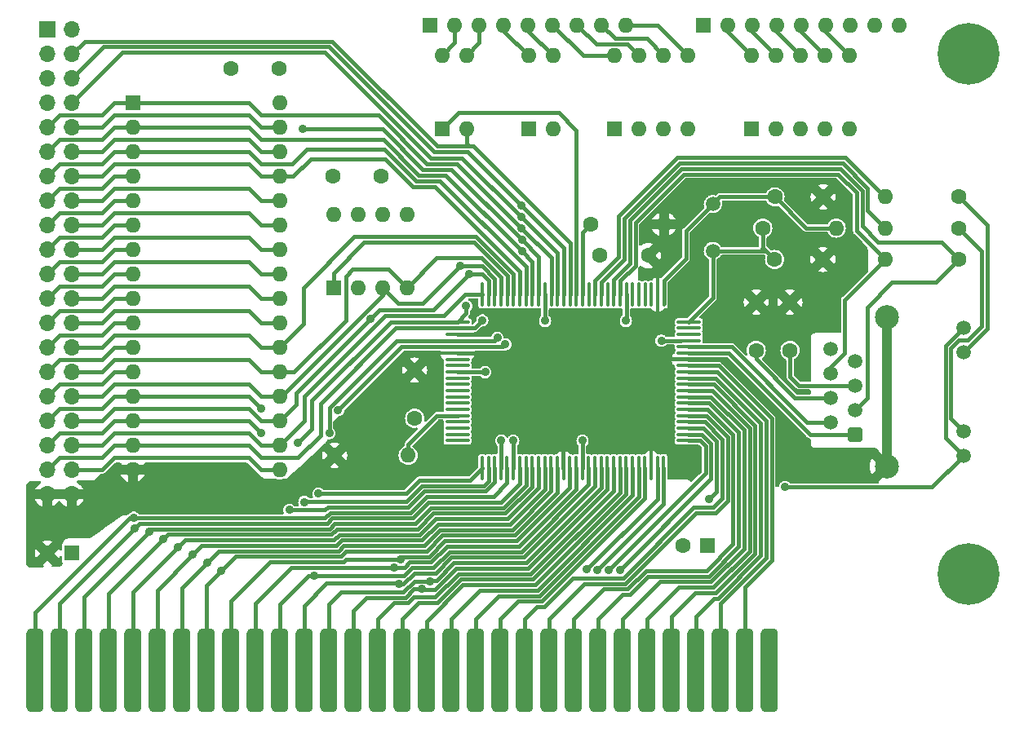
<source format=gtl>
G04 #@! TF.GenerationSoftware,KiCad,Pcbnew,(7.0.0)*
G04 #@! TF.CreationDate,2023-05-28T23:37:13+08:00*
G04 #@! TF.ProjectId,ISA8_Ethernet,49534138-5f45-4746-9865-726e65742e6b,1.1*
G04 #@! TF.SameCoordinates,Original*
G04 #@! TF.FileFunction,Copper,L1,Top*
G04 #@! TF.FilePolarity,Positive*
%FSLAX46Y46*%
G04 Gerber Fmt 4.6, Leading zero omitted, Abs format (unit mm)*
G04 Created by KiCad (PCBNEW (7.0.0)) date 2023-05-28 23:37:13*
%MOMM*%
%LPD*%
G01*
G04 APERTURE LIST*
G04 Aperture macros list*
%AMRoundRect*
0 Rectangle with rounded corners*
0 $1 Rounding radius*
0 $2 $3 $4 $5 $6 $7 $8 $9 X,Y pos of 4 corners*
0 Add a 4 corners polygon primitive as box body*
4,1,4,$2,$3,$4,$5,$6,$7,$8,$9,$2,$3,0*
0 Add four circle primitives for the rounded corners*
1,1,$1+$1,$2,$3*
1,1,$1+$1,$4,$5*
1,1,$1+$1,$6,$7*
1,1,$1+$1,$8,$9*
0 Add four rect primitives between the rounded corners*
20,1,$1+$1,$2,$3,$4,$5,0*
20,1,$1+$1,$4,$5,$6,$7,0*
20,1,$1+$1,$6,$7,$8,$9,0*
20,1,$1+$1,$8,$9,$2,$3,0*%
G04 Aperture macros list end*
G04 #@! TA.AperFunction,ComponentPad*
%ADD10C,0.800000*%
G04 #@! TD*
G04 #@! TA.AperFunction,ComponentPad*
%ADD11C,6.400000*%
G04 #@! TD*
G04 #@! TA.AperFunction,ComponentPad*
%ADD12R,1.700000X1.700000*%
G04 #@! TD*
G04 #@! TA.AperFunction,ComponentPad*
%ADD13O,1.700000X1.700000*%
G04 #@! TD*
G04 #@! TA.AperFunction,ComponentPad*
%ADD14C,1.500000*%
G04 #@! TD*
G04 #@! TA.AperFunction,ComponentPad*
%ADD15R,1.600000X1.600000*%
G04 #@! TD*
G04 #@! TA.AperFunction,ComponentPad*
%ADD16O,1.600000X1.600000*%
G04 #@! TD*
G04 #@! TA.AperFunction,ComponentPad*
%ADD17C,1.600000*%
G04 #@! TD*
G04 #@! TA.AperFunction,SMDPad,CuDef*
%ADD18RoundRect,0.100000X0.100000X-1.150000X0.100000X1.150000X-0.100000X1.150000X-0.100000X-1.150000X0*%
G04 #@! TD*
G04 #@! TA.AperFunction,SMDPad,CuDef*
%ADD19RoundRect,0.100000X1.150000X0.100000X-1.150000X0.100000X-1.150000X-0.100000X1.150000X-0.100000X0*%
G04 #@! TD*
G04 #@! TA.AperFunction,ConnectorPad*
%ADD20RoundRect,0.444500X-0.444500X-3.873500X0.444500X-3.873500X0.444500X3.873500X-0.444500X3.873500X0*%
G04 #@! TD*
G04 #@! TA.AperFunction,ComponentPad*
%ADD21RoundRect,0.250500X0.499500X-0.499500X0.499500X0.499500X-0.499500X0.499500X-0.499500X-0.499500X0*%
G04 #@! TD*
G04 #@! TA.AperFunction,ComponentPad*
%ADD22C,2.500000*%
G04 #@! TD*
G04 #@! TA.AperFunction,ViaPad*
%ADD23C,0.889000*%
G04 #@! TD*
G04 #@! TA.AperFunction,Conductor*
%ADD24C,0.381000*%
G04 #@! TD*
G04 #@! TA.AperFunction,Conductor*
%ADD25C,1.016000*%
G04 #@! TD*
G04 APERTURE END LIST*
D10*
X198641000Y-66040000D03*
X199343944Y-64342944D03*
X199343944Y-67737056D03*
X201041000Y-63640000D03*
D11*
X201041000Y-66040000D03*
D10*
X201041000Y-68440000D03*
X202738056Y-64342944D03*
X202738056Y-67737056D03*
X203441000Y-66040000D03*
X198641000Y-120015000D03*
X199343944Y-118317944D03*
X199343944Y-121712056D03*
X201041000Y-117615000D03*
D11*
X201041000Y-120015000D03*
D10*
X201041000Y-122415000D03*
X202738056Y-118317944D03*
X202738056Y-121712056D03*
X203441000Y-120015000D03*
D12*
X105409999Y-63499999D03*
D13*
X107949999Y-63499999D03*
X105409999Y-66039999D03*
X107949999Y-66039999D03*
X105409999Y-68579999D03*
X107949999Y-68579999D03*
X105409999Y-71119999D03*
X107949999Y-71119999D03*
X105409999Y-73659999D03*
X107949999Y-73659999D03*
X105409999Y-76199999D03*
X107949999Y-76199999D03*
X105409999Y-78739999D03*
X107949999Y-78739999D03*
X105409999Y-81279999D03*
X107949999Y-81279999D03*
X105409999Y-83819999D03*
X107949999Y-83819999D03*
X105409999Y-86359999D03*
X107949999Y-86359999D03*
X105409999Y-88899999D03*
X107949999Y-88899999D03*
X105409999Y-91439999D03*
X107949999Y-91439999D03*
X105409999Y-93979999D03*
X107949999Y-93979999D03*
X105409999Y-96519999D03*
X107949999Y-96519999D03*
X105409999Y-99059999D03*
X107949999Y-99059999D03*
X105409999Y-101599999D03*
X107949999Y-101599999D03*
X105409999Y-104139999D03*
X107949999Y-104139999D03*
X105409999Y-106679999D03*
X107949999Y-106679999D03*
X105409999Y-109219999D03*
X107949999Y-109219999D03*
X105409999Y-111759999D03*
X107949999Y-111759999D03*
D14*
X174500000Y-86475000D03*
X174500000Y-81595000D03*
D15*
X114299999Y-71119999D03*
D16*
X114299999Y-73659999D03*
X114299999Y-76199999D03*
X114299999Y-78739999D03*
X114299999Y-81279999D03*
X114299999Y-83819999D03*
X114299999Y-86359999D03*
X114299999Y-88899999D03*
X114299999Y-91439999D03*
X114299999Y-93979999D03*
X114299999Y-96519999D03*
X114299999Y-99059999D03*
X114299999Y-101599999D03*
X114299999Y-104139999D03*
X114299999Y-106679999D03*
X114299999Y-109219999D03*
X129539999Y-109219999D03*
X129539999Y-106679999D03*
X129539999Y-104139999D03*
X129539999Y-101599999D03*
X129539999Y-99059999D03*
X129539999Y-96519999D03*
X129539999Y-93979999D03*
X129539999Y-91439999D03*
X129539999Y-88899999D03*
X129539999Y-86359999D03*
X129539999Y-83819999D03*
X129539999Y-81279999D03*
X129539999Y-78739999D03*
X129539999Y-76199999D03*
X129539999Y-73659999D03*
X129539999Y-71119999D03*
D15*
X135137999Y-90299999D03*
D16*
X137677999Y-90299999D03*
X140217999Y-90299999D03*
X142757999Y-90299999D03*
X142757999Y-82679999D03*
X140217999Y-82679999D03*
X137677999Y-82679999D03*
X135137999Y-82679999D03*
D17*
X162800000Y-86950000D03*
X167800000Y-86950000D03*
X135081000Y-78700000D03*
X140081000Y-78700000D03*
X135255000Y-107696000D03*
D16*
X142874999Y-107695999D03*
D17*
X179690000Y-84100000D03*
D16*
X187309999Y-84099999D03*
D17*
X129500000Y-67500000D03*
X124500000Y-67500000D03*
D15*
X173499999Y-62999999D03*
D16*
X176039999Y-62999999D03*
X178579999Y-62999999D03*
X181119999Y-62999999D03*
X183659999Y-62999999D03*
X186199999Y-62999999D03*
X188739999Y-62999999D03*
X191279999Y-62999999D03*
X193819999Y-62999999D03*
D15*
X155364999Y-73799999D03*
D16*
X157904999Y-73799999D03*
X157904999Y-66179999D03*
X155364999Y-66179999D03*
D15*
X164314999Y-73799999D03*
D16*
X166854999Y-73799999D03*
X169394999Y-73799999D03*
X171934999Y-73799999D03*
X171934999Y-66179999D03*
X169394999Y-66179999D03*
X166854999Y-66179999D03*
X164314999Y-66179999D03*
D15*
X178539999Y-73799999D03*
D16*
X181079999Y-73799999D03*
X183619999Y-73799999D03*
X186159999Y-73799999D03*
X188699999Y-73799999D03*
X188699999Y-66179999D03*
X186159999Y-66179999D03*
X183619999Y-66179999D03*
X181079999Y-66179999D03*
X178539999Y-66179999D03*
D15*
X146383999Y-73799999D03*
D16*
X148923999Y-73799999D03*
X148923999Y-66179999D03*
X146383999Y-66179999D03*
D18*
X150575000Y-109000000D03*
X151225000Y-109000000D03*
X151875000Y-109000000D03*
X152525000Y-109000000D03*
X153150000Y-109000000D03*
X153800000Y-109000000D03*
X154450000Y-109000000D03*
X155100000Y-109000000D03*
X155750000Y-109000000D03*
X156400000Y-109000000D03*
X157050000Y-109000000D03*
X157700000Y-109000000D03*
X158350000Y-109000000D03*
X159000000Y-109000000D03*
X159650000Y-109000000D03*
X160300000Y-109000000D03*
X160950000Y-109000000D03*
X161600000Y-109000000D03*
X162250000Y-109000000D03*
X162900000Y-109000000D03*
X163550000Y-109000000D03*
X164200000Y-109000000D03*
X164850000Y-109000000D03*
X165500000Y-109000000D03*
X166150000Y-109000000D03*
X166800000Y-109000000D03*
X167450000Y-109000000D03*
X168100000Y-109000000D03*
X168750000Y-109000000D03*
X169400000Y-109000000D03*
D19*
X172000000Y-106175000D03*
X172000000Y-105525000D03*
X172000000Y-104875000D03*
X172000000Y-104225000D03*
X172000000Y-103575000D03*
X172000000Y-102925000D03*
X172000000Y-102275000D03*
X172000000Y-101625000D03*
X172000000Y-100975000D03*
X172000000Y-100325000D03*
X172000000Y-99675000D03*
X172000000Y-99025000D03*
X172000000Y-98375000D03*
X172000000Y-97725000D03*
X172000000Y-97075000D03*
X172000000Y-96425000D03*
X172000000Y-95775000D03*
X172000000Y-95125000D03*
X172000000Y-94475000D03*
X172000000Y-93825000D03*
D18*
X169425000Y-91000000D03*
X168775000Y-91000000D03*
X168125000Y-91000000D03*
X167475000Y-91000000D03*
X166825000Y-91000000D03*
X166175000Y-91000000D03*
X165525000Y-91000000D03*
X164875000Y-91000000D03*
X164225000Y-91000000D03*
X163575000Y-91000000D03*
X162925000Y-91000000D03*
X162275000Y-91000000D03*
X161625000Y-91000000D03*
X160975000Y-91000000D03*
X160325000Y-91000000D03*
X159675000Y-91000000D03*
X159025000Y-91000000D03*
X158375000Y-91000000D03*
X157725000Y-91000000D03*
X157075000Y-91000000D03*
X156425000Y-91000000D03*
X155775000Y-91000000D03*
X155125000Y-91000000D03*
X154475000Y-91000000D03*
X153825000Y-91000000D03*
X153175000Y-91000000D03*
X152525000Y-91000000D03*
X151875000Y-91000000D03*
X151225000Y-91000000D03*
X150575000Y-91000000D03*
D19*
X148000000Y-93825000D03*
X148000000Y-94475000D03*
X148000000Y-95125000D03*
X148000000Y-95775000D03*
X148000000Y-96425000D03*
X148000000Y-97075000D03*
X148000000Y-97725000D03*
X148000000Y-98375000D03*
X148000000Y-99025000D03*
X148000000Y-99675000D03*
X148000000Y-100325000D03*
X148000000Y-100975000D03*
X148000000Y-101625000D03*
X148000000Y-102275000D03*
X148000000Y-102925000D03*
X148000000Y-103575000D03*
X148000000Y-104225000D03*
X148000000Y-104875000D03*
X148000000Y-105525000D03*
X148000000Y-106175000D03*
D17*
X200000000Y-87350000D03*
D16*
X192379999Y-87349999D03*
D17*
X179000000Y-96800000D03*
X179000000Y-91800000D03*
X200000000Y-80850000D03*
D16*
X192379999Y-80849999D03*
D17*
X185900000Y-87350000D03*
X180900000Y-87350000D03*
X185950000Y-80850000D03*
X180950000Y-80850000D03*
D20*
X180340000Y-129984500D03*
X177800000Y-129984500D03*
X175260000Y-129984500D03*
X172720000Y-129984500D03*
X170180000Y-129984500D03*
X167640000Y-129984500D03*
X165100000Y-129984500D03*
X162560000Y-129984500D03*
X160020000Y-129984500D03*
X157480000Y-129984500D03*
X154940000Y-129984500D03*
X152400000Y-129984500D03*
X149860000Y-129984500D03*
X147320000Y-129984500D03*
X144780000Y-129984500D03*
X142240000Y-129984500D03*
X139700000Y-129984500D03*
X137160000Y-129984500D03*
X134620000Y-129984500D03*
X132080000Y-129984500D03*
X129540000Y-129984500D03*
X127000000Y-129984500D03*
X124460000Y-129984500D03*
X121920000Y-129984500D03*
X119380000Y-129984500D03*
X116840000Y-129984500D03*
X114300000Y-129984500D03*
X111760000Y-129984500D03*
X109220000Y-129984500D03*
X106680000Y-129984500D03*
X104140000Y-129984500D03*
D17*
X143550000Y-103846000D03*
X143550000Y-98846000D03*
X200000000Y-84100000D03*
D16*
X192379999Y-84099999D03*
D17*
X182500000Y-96800000D03*
X182500000Y-91800000D03*
D21*
X189230000Y-105532000D03*
D14*
X186690000Y-104272000D03*
X189230000Y-102992000D03*
X186690000Y-101732000D03*
X189230000Y-100452000D03*
X186690000Y-99192000D03*
X189230000Y-97912000D03*
X186690000Y-96652000D03*
X200490000Y-107717000D03*
X200490000Y-105177000D03*
X200490000Y-97007000D03*
X200490000Y-94467000D03*
D22*
X192540000Y-108837000D03*
X192540000Y-93347000D03*
D15*
X145178999Y-62999999D03*
D16*
X147718999Y-62999999D03*
X150258999Y-62999999D03*
X152798999Y-62999999D03*
X155338999Y-62999999D03*
X157878999Y-62999999D03*
X160418999Y-62999999D03*
X162958999Y-62999999D03*
X165498999Y-62999999D03*
D15*
X173937625Y-117049999D03*
D17*
X171437626Y-117050000D03*
D15*
X107949999Y-117855999D03*
D17*
X105450000Y-117856000D03*
X161790000Y-83700000D03*
D16*
X169409999Y-83699999D03*
D23*
X114415872Y-114167401D03*
X114500000Y-115250000D03*
X133121400Y-120167400D03*
X141904800Y-121044200D03*
X145186400Y-120740000D03*
X144297400Y-121577600D03*
X116000000Y-115575000D03*
X117481666Y-116370144D03*
X119000000Y-117195144D03*
X120500000Y-118020144D03*
X122000000Y-118825000D03*
X123500000Y-119650000D03*
X142064064Y-118497000D03*
X141393586Y-119342400D03*
X161389681Y-119550500D03*
X162512546Y-119596400D03*
X171831000Y-107315000D03*
X171704000Y-92710000D03*
X148082000Y-108077000D03*
X171704000Y-91592400D03*
X150876000Y-97282000D03*
X175796524Y-97900000D03*
X147447000Y-109093000D03*
X171831000Y-108458000D03*
X148717000Y-109093000D03*
X151200000Y-94700000D03*
X165481000Y-93726000D03*
X160975000Y-106172000D03*
X153797000Y-106172000D03*
X157099000Y-93726000D03*
X181991000Y-110998000D03*
X150876000Y-99060000D03*
X169164000Y-95775000D03*
X174116750Y-112268500D03*
X152550000Y-106150000D03*
X164846000Y-119596400D03*
X163679273Y-119596400D03*
X133572043Y-111660500D03*
X132115612Y-112528500D03*
X130568500Y-113353500D03*
X154662408Y-84137592D03*
X154679044Y-85320956D03*
X131900000Y-73800000D03*
X154695680Y-86504320D03*
X148300000Y-88025000D03*
X138983000Y-93517000D03*
X149250000Y-88850000D03*
X131470400Y-106349800D03*
X148900000Y-92200000D03*
X150577618Y-93677618D03*
X134700000Y-105400000D03*
X152149382Y-95480304D03*
X127635000Y-105410000D03*
X127635000Y-102870000D03*
X152975000Y-96175000D03*
X135600000Y-103000000D03*
X154645772Y-82954228D03*
X154629136Y-81770864D03*
D24*
X104140000Y-124010000D02*
X104140000Y-130492500D01*
X144784209Y-111986000D02*
X151714000Y-111986000D01*
X113982599Y-114167401D02*
X104140000Y-124010000D01*
X153150000Y-110550000D02*
X153150000Y-109000000D01*
X114426971Y-114178500D02*
X134233500Y-114178500D01*
X134233500Y-114178500D02*
X134783501Y-113628500D01*
X114415872Y-114167401D02*
X113982599Y-114167401D01*
X134783501Y-113628500D02*
X143141708Y-113628500D01*
X114415872Y-114167401D02*
X114426971Y-114178500D01*
X143141708Y-113628500D02*
X144784209Y-111986000D01*
X111125000Y-100330000D02*
X112395000Y-99060000D01*
X105410000Y-101600000D02*
X106680000Y-100330000D01*
X112395000Y-99060000D02*
X114300000Y-99060000D01*
X151714000Y-111986000D02*
X153150000Y-110550000D01*
X106680000Y-100330000D02*
X111125000Y-100330000D01*
X106680000Y-97790000D02*
X111125000Y-97790000D01*
X111125000Y-97790000D02*
X112395000Y-96520000D01*
X114500000Y-115250000D02*
X106680000Y-123070000D01*
X112395000Y-96520000D02*
X114300000Y-96520000D01*
X152502244Y-112557500D02*
X154450000Y-110609744D01*
X154450000Y-110609744D02*
X154450000Y-109000000D01*
X115000000Y-114750000D02*
X134470224Y-114750000D01*
X105410000Y-99060000D02*
X106680000Y-97790000D01*
X145020932Y-112557500D02*
X152502244Y-112557500D01*
X135020224Y-114200000D02*
X143378432Y-114200000D01*
X134470224Y-114750000D02*
X135020224Y-114200000D01*
X106680000Y-123070000D02*
X106680000Y-130492500D01*
X143378432Y-114200000D02*
X145020932Y-112557500D01*
X114500000Y-115250000D02*
X115000000Y-114750000D01*
X145508947Y-119343500D02*
X147151447Y-117701000D01*
X132562599Y-120167400D02*
X129540000Y-123189999D01*
X133121400Y-120167400D02*
X132562599Y-120167400D01*
X161600000Y-110733760D02*
X161600000Y-109000000D01*
X112395000Y-92710000D02*
X126365000Y-92710000D01*
X147151447Y-117701000D02*
X154632760Y-117701000D01*
X129540000Y-123189999D02*
X129540000Y-130492500D01*
X126365000Y-92710000D02*
X127635000Y-93980000D01*
X154632760Y-117701000D02*
X161600000Y-110733760D01*
X127635000Y-93980000D02*
X129540000Y-93980000D01*
X107950000Y-93980000D02*
X111125000Y-93980000D01*
X111125000Y-93980000D02*
X112395000Y-92710000D01*
X142466080Y-120167400D02*
X143289980Y-119343500D01*
X143289980Y-119343500D02*
X145508947Y-119343500D01*
X133121400Y-120167400D02*
X142466080Y-120167400D01*
X145745671Y-119915000D02*
X147388171Y-118272500D01*
X154869484Y-118272500D02*
X162250000Y-110891984D01*
X141904800Y-121044200D02*
X142397504Y-121044200D01*
X111125000Y-88900000D02*
X112395000Y-87630000D01*
X142397504Y-121044200D02*
X143526704Y-119915000D01*
X141853000Y-120992400D02*
X134404600Y-120992400D01*
X132080000Y-123317000D02*
X132080000Y-130492500D01*
X126365000Y-87630000D02*
X127635000Y-88900000D01*
X107950000Y-88900000D02*
X111125000Y-88900000D01*
X143526704Y-119915000D02*
X145745671Y-119915000D01*
X162250000Y-110891984D02*
X162250000Y-109000000D01*
X112395000Y-87630000D02*
X126365000Y-87630000D01*
X147388171Y-118272500D02*
X154869484Y-118272500D01*
X127635000Y-88900000D02*
X129540000Y-88900000D01*
X141904800Y-121044200D02*
X141853000Y-120992400D01*
X134404600Y-120992400D02*
X132080000Y-123317000D01*
X145186400Y-120740000D02*
X143509928Y-120740000D01*
X162900000Y-111050208D02*
X162900000Y-109000000D01*
X111125000Y-80010000D02*
X112395000Y-78740000D01*
X155106208Y-118844000D02*
X162900000Y-111050208D01*
X143509928Y-120740000D02*
X142380728Y-121869200D01*
X134620000Y-123190000D02*
X134620000Y-130492500D01*
X142380728Y-121869200D02*
X135940800Y-121869200D01*
X106680000Y-80010000D02*
X111125000Y-80010000D01*
X147624895Y-118844000D02*
X155106208Y-118844000D01*
X145793495Y-120675400D02*
X147624895Y-118844000D01*
X145251000Y-120675400D02*
X145793495Y-120675400D01*
X145186400Y-120740000D02*
X145251000Y-120675400D01*
X105410000Y-81280000D02*
X106680000Y-80010000D01*
X112395000Y-78740000D02*
X114300000Y-78740000D01*
X135940800Y-121869200D02*
X134620000Y-123190000D01*
X111125000Y-81280000D02*
X112395000Y-80010000D01*
X147861619Y-119415500D02*
X155342932Y-119415500D01*
X163550000Y-111208432D02*
X163550000Y-109000000D01*
X107950000Y-81280000D02*
X111125000Y-81280000D01*
X142617452Y-122440700D02*
X138544300Y-122440700D01*
X137160000Y-123825000D02*
X137160000Y-130492500D01*
X127635000Y-81280000D02*
X129540000Y-81280000D01*
X143480552Y-121577600D02*
X142617452Y-122440700D01*
X126365000Y-80010000D02*
X127635000Y-81280000D01*
X138544300Y-122440700D02*
X137160000Y-123825000D01*
X144297400Y-121577600D02*
X143480552Y-121577600D01*
X145687319Y-121589800D02*
X147861619Y-119415500D01*
X144309600Y-121589800D02*
X145687319Y-121589800D01*
X144297400Y-121577600D02*
X144309600Y-121589800D01*
X155342932Y-119415500D02*
X163550000Y-111208432D01*
X112395000Y-80010000D02*
X126365000Y-80010000D01*
X145682243Y-122403100D02*
X148098343Y-119987000D01*
X142854176Y-123012200D02*
X143463276Y-122403100D01*
X141401800Y-123012200D02*
X142854176Y-123012200D01*
X155579656Y-119987000D02*
X164200000Y-111366656D01*
X148098343Y-119987000D02*
X155579656Y-119987000D01*
X139700000Y-130492500D02*
X139700000Y-124714000D01*
X164200000Y-111366656D02*
X164200000Y-109000000D01*
X143463276Y-122403100D02*
X145682243Y-122403100D01*
X139700000Y-124714000D02*
X141401800Y-123012200D01*
X142240000Y-130492500D02*
X142240000Y-124714000D01*
X148335067Y-120558500D02*
X155816380Y-120558500D01*
X143979400Y-122974600D02*
X145918966Y-122974600D01*
X155816380Y-120558500D02*
X164850000Y-111524880D01*
X145918966Y-122974600D02*
X148335067Y-120558500D01*
X142240000Y-124714000D02*
X143979400Y-122974600D01*
X164850000Y-111524880D02*
X164850000Y-109000000D01*
X148571791Y-121130000D02*
X156053104Y-121130000D01*
X144780000Y-130492500D02*
X144780000Y-124921789D01*
X144780000Y-124921789D02*
X148571791Y-121130000D01*
X165500000Y-111683104D02*
X165500000Y-109000000D01*
X156053104Y-121130000D02*
X165500000Y-111683104D01*
X156289828Y-121701500D02*
X166150000Y-111841328D01*
X150332500Y-121701500D02*
X156289828Y-121701500D01*
X166150000Y-111841328D02*
X166150000Y-109000000D01*
X147320000Y-124714000D02*
X150332500Y-121701500D01*
X147320000Y-130492500D02*
X147320000Y-124714000D01*
X152301000Y-122273000D02*
X156526552Y-122273000D01*
X166800000Y-111999552D02*
X166800000Y-109000000D01*
X156526552Y-122273000D02*
X166800000Y-111999552D01*
X149860000Y-124714000D02*
X152301000Y-122273000D01*
X149860000Y-130492500D02*
X149860000Y-124714000D01*
X156763276Y-122844500D02*
X167450000Y-112157776D01*
X152400000Y-124714000D02*
X154269500Y-122844500D01*
X154269500Y-122844500D02*
X156763276Y-122844500D01*
X167450000Y-112157776D02*
X167450000Y-109000000D01*
X152400000Y-130492500D02*
X152400000Y-124714000D01*
X135256948Y-114771500D02*
X143615156Y-114771500D01*
X143615156Y-114771500D02*
X145257656Y-113129000D01*
X105410000Y-96520000D02*
X106680000Y-95250000D01*
X111125000Y-95250000D02*
X112395000Y-93980000D01*
X152738968Y-113129000D02*
X155100000Y-110767968D01*
X109220000Y-122355000D02*
X109220000Y-130492500D01*
X112395000Y-93980000D02*
X114300000Y-93980000D01*
X116000000Y-115575000D02*
X116253500Y-115321500D01*
X134706948Y-115321500D02*
X135256948Y-114771500D01*
X106680000Y-95250000D02*
X111125000Y-95250000D01*
X145257656Y-113129000D02*
X152738968Y-113129000D01*
X155100000Y-110767968D02*
X155100000Y-109000000D01*
X116000000Y-115575000D02*
X109220000Y-122355000D01*
X116253500Y-115321500D02*
X134706948Y-115321500D01*
X105410000Y-93980000D02*
X106680000Y-92710000D01*
X117958810Y-115893000D02*
X134943672Y-115893000D01*
X155750000Y-110926192D02*
X155750000Y-109000000D01*
X117481666Y-116370144D02*
X117958810Y-115893000D01*
X145494380Y-113700500D02*
X152975692Y-113700500D01*
X106680000Y-92710000D02*
X111125000Y-92710000D01*
X152975692Y-113700500D02*
X155750000Y-110926192D01*
X111125000Y-92710000D02*
X112395000Y-91440000D01*
X111760000Y-122091810D02*
X111760000Y-130492500D01*
X134943672Y-115893000D02*
X135493672Y-115343000D01*
X135493672Y-115343000D02*
X143851880Y-115343000D01*
X117481666Y-116370144D02*
X111760000Y-122091810D01*
X112395000Y-91440000D02*
X114300000Y-91440000D01*
X143851880Y-115343000D02*
X145494380Y-113700500D01*
X156400000Y-111084416D02*
X156400000Y-109000000D01*
X153212416Y-114272000D02*
X156400000Y-111084416D01*
X144088603Y-115914500D02*
X145731103Y-114272000D01*
X106680000Y-90170000D02*
X111125000Y-90170000D01*
X119730644Y-116464500D02*
X135180396Y-116464500D01*
X112395000Y-88900000D02*
X114300000Y-88900000D01*
X119000000Y-117195144D02*
X119730644Y-116464500D01*
X119000000Y-117195144D02*
X114300000Y-121895144D01*
X105410000Y-91440000D02*
X106680000Y-90170000D01*
X135180396Y-116464500D02*
X135730396Y-115914500D01*
X114300000Y-121895144D02*
X114300000Y-130492500D01*
X135730396Y-115914500D02*
X144088603Y-115914500D01*
X111125000Y-90170000D02*
X112395000Y-88900000D01*
X145731103Y-114272000D02*
X153212416Y-114272000D01*
X135967120Y-116486000D02*
X144325327Y-116486000D01*
X145967827Y-114843500D02*
X153449140Y-114843500D01*
X153449140Y-114843500D02*
X157050000Y-111242640D01*
X157050000Y-111242640D02*
X157050000Y-109000000D01*
X106680000Y-87630000D02*
X111125000Y-87630000D01*
X121484144Y-117036000D02*
X135417120Y-117036000D01*
X112395000Y-86360000D02*
X114300000Y-86360000D01*
X135417120Y-117036000D02*
X135967120Y-116486000D01*
X144325327Y-116486000D02*
X145967827Y-114843500D01*
X111125000Y-87630000D02*
X112395000Y-86360000D01*
X105410000Y-88900000D02*
X106680000Y-87630000D01*
X120500000Y-118020144D02*
X116840000Y-121680144D01*
X120500000Y-118020144D02*
X121484144Y-117036000D01*
X116840000Y-121680144D02*
X116840000Y-130492500D01*
X106680000Y-85090000D02*
X111125000Y-85090000D01*
X135653844Y-117607500D02*
X136203844Y-117057500D01*
X146204551Y-115415000D02*
X153685864Y-115415000D01*
X105410000Y-86360000D02*
X106680000Y-85090000D01*
X144562051Y-117057500D02*
X146204551Y-115415000D01*
X157700000Y-111400864D02*
X157700000Y-109000000D01*
X136203844Y-117057500D02*
X144562051Y-117057500D01*
X122000000Y-118825000D02*
X123217500Y-117607500D01*
X112395000Y-83820000D02*
X114300000Y-83820000D01*
X122000000Y-118825000D02*
X119380000Y-121445000D01*
X119380000Y-121445000D02*
X119380000Y-130492500D01*
X153685864Y-115415000D02*
X157700000Y-111400864D01*
X123217500Y-117607500D02*
X135653844Y-117607500D01*
X111125000Y-85090000D02*
X112395000Y-83820000D01*
X144798775Y-117629000D02*
X146441275Y-115986500D01*
X124971000Y-118179000D02*
X135890568Y-118179000D01*
X123500000Y-119650000D02*
X124971000Y-118179000D01*
X123500000Y-119650000D02*
X121920000Y-121230000D01*
X136440568Y-117629000D02*
X144798775Y-117629000D01*
X105410000Y-83820000D02*
X106680000Y-82550000D01*
X106680000Y-82550000D02*
X111125000Y-82550000D01*
X146441275Y-115986500D02*
X153922588Y-115986500D01*
X158350000Y-111559088D02*
X158350000Y-109000000D01*
X111125000Y-82550000D02*
X112395000Y-81280000D01*
X153922588Y-115986500D02*
X158350000Y-111559088D01*
X135890568Y-118179000D02*
X136440568Y-117629000D01*
X121920000Y-121230000D02*
X121920000Y-130492500D01*
X112395000Y-81280000D02*
X114300000Y-81280000D01*
X154159312Y-116558000D02*
X159650000Y-111067312D01*
X124460000Y-122840000D02*
X124460000Y-130492500D01*
X107950000Y-83820000D02*
X111125000Y-83820000D01*
X142064064Y-118497000D02*
X142021064Y-118454000D01*
X142360564Y-118200500D02*
X145035499Y-118200500D01*
X126365000Y-82550000D02*
X127635000Y-83820000D01*
X159650000Y-111067312D02*
X159650000Y-109000000D01*
X142064064Y-118497000D02*
X142360564Y-118200500D01*
X111125000Y-83820000D02*
X112395000Y-82550000D01*
X136435000Y-118454000D02*
X136138500Y-118750500D01*
X112395000Y-82550000D02*
X126365000Y-82550000D01*
X145035499Y-118200500D02*
X146677999Y-116558000D01*
X127635000Y-83820000D02*
X129540000Y-83820000D01*
X136138500Y-118750500D02*
X128549500Y-118750500D01*
X128549500Y-118750500D02*
X124460000Y-122840000D01*
X146677999Y-116558000D02*
X154159312Y-116558000D01*
X142021064Y-118454000D02*
X136435000Y-118454000D01*
X142503256Y-119322000D02*
X130715600Y-119322000D01*
X130715600Y-119322000D02*
X127000000Y-123037600D01*
X127635000Y-86360000D02*
X129540000Y-86360000D01*
X112395000Y-85090000D02*
X126365000Y-85090000D01*
X154396036Y-117129500D02*
X146914723Y-117129500D01*
X126365000Y-85090000D02*
X127635000Y-86360000D01*
X146914723Y-117129500D02*
X145272223Y-118772000D01*
X127000000Y-123037600D02*
X127000000Y-130492500D01*
X143053256Y-118772000D02*
X142503256Y-119322000D01*
X160300000Y-109000000D02*
X160300000Y-111225536D01*
X107950000Y-86360000D02*
X111125000Y-86360000D01*
X145272223Y-118772000D02*
X143053256Y-118772000D01*
X160300000Y-111225536D02*
X154396036Y-117129500D01*
X111125000Y-86360000D02*
X112395000Y-85090000D01*
X154940000Y-124714000D02*
X156238000Y-123416000D01*
X173658984Y-104225000D02*
X172000000Y-104225000D01*
X172517828Y-113093500D02*
X174515276Y-113093500D01*
X175450500Y-106016516D02*
X173658984Y-104225000D01*
X154940000Y-130492500D02*
X154940000Y-124714000D01*
X159994600Y-120421400D02*
X165189928Y-120421400D01*
X156238000Y-123416000D02*
X157000000Y-123416000D01*
X175450500Y-112158276D02*
X175450500Y-106016516D01*
X157000000Y-123416000D02*
X159994600Y-120421400D01*
X165189928Y-120421400D02*
X172517828Y-113093500D01*
X174515276Y-113093500D02*
X175450500Y-112158276D01*
X176593500Y-105543068D02*
X173975432Y-102925000D01*
X176593500Y-116915380D02*
X176593500Y-105543068D01*
X160020000Y-124714000D02*
X163156900Y-121577100D01*
X173841880Y-119667000D02*
X176593500Y-116915380D01*
X165650676Y-121577100D02*
X167560776Y-119667000D01*
X160020000Y-130492500D02*
X160020000Y-124714000D01*
X173975432Y-102925000D02*
X172000000Y-102925000D01*
X167560776Y-119667000D02*
X173841880Y-119667000D01*
X163156900Y-121577100D02*
X165650676Y-121577100D01*
X174133656Y-102275000D02*
X172000000Y-102275000D01*
X174078604Y-120238500D02*
X177165000Y-117152104D01*
X167797500Y-120238500D02*
X174078604Y-120238500D01*
X162560000Y-124714000D02*
X165125400Y-122148600D01*
X177165000Y-117152104D02*
X177165000Y-105306344D01*
X177165000Y-105306344D02*
X174133656Y-102275000D01*
X165125400Y-122148600D02*
X165887400Y-122148600D01*
X162560000Y-130492500D02*
X162560000Y-124714000D01*
X165887400Y-122148600D02*
X167797500Y-120238500D01*
X165100000Y-124714000D02*
X169004001Y-120809999D01*
X177736500Y-105069620D02*
X174291880Y-101625000D01*
X169004001Y-120809999D02*
X174315328Y-120809999D01*
X174291880Y-101625000D02*
X172000000Y-101625000D01*
X165100000Y-130492500D02*
X165100000Y-124714000D01*
X174315328Y-120809999D02*
X177736500Y-117388827D01*
X177736500Y-117388827D02*
X177736500Y-105069620D01*
X170972500Y-121381500D02*
X174552052Y-121381500D01*
X174450104Y-100975000D02*
X172000000Y-100975000D01*
X167640000Y-124714000D02*
X170972500Y-121381500D01*
X174552052Y-121381500D02*
X178308000Y-117625552D01*
X178308000Y-104832896D02*
X174450104Y-100975000D01*
X167640000Y-130492500D02*
X167640000Y-124714000D01*
X178308000Y-117625552D02*
X178308000Y-104832896D01*
X170180000Y-130492500D02*
X170180000Y-124460000D01*
X174608328Y-100325000D02*
X172000000Y-100325000D01*
X174788776Y-121953000D02*
X178879500Y-117862276D01*
X178879500Y-117862276D02*
X178879500Y-104596172D01*
X178879500Y-104596172D02*
X174608328Y-100325000D01*
X170180000Y-124460000D02*
X172687000Y-121953000D01*
X172687000Y-121953000D02*
X174788776Y-121953000D01*
X175025500Y-122524499D02*
X179451000Y-118098999D01*
X172720000Y-124460000D02*
X174655501Y-122524499D01*
X179451000Y-118098999D02*
X179451000Y-104359448D01*
X174766552Y-99675000D02*
X172000000Y-99675000D01*
X179451000Y-104359448D02*
X174766552Y-99675000D01*
X172720000Y-130492500D02*
X172720000Y-124460000D01*
X174655501Y-122524499D02*
X175025500Y-122524499D01*
X174924776Y-99025000D02*
X172000000Y-99025000D01*
X175260000Y-123095999D02*
X175262224Y-123095998D01*
X180022500Y-118335722D02*
X180022500Y-104122724D01*
X175260000Y-130492500D02*
X175260000Y-123095999D01*
X180022500Y-104122724D02*
X174924776Y-99025000D01*
X175262224Y-123095998D02*
X180022500Y-118335722D01*
X172000000Y-98375000D02*
X175083000Y-98375000D01*
X180594000Y-103886000D02*
X180594000Y-118572445D01*
X177800000Y-121366445D02*
X177800000Y-130492500D01*
X180594000Y-118572445D02*
X177800000Y-121366445D01*
X175083000Y-98375000D02*
X180594000Y-103886000D01*
X161389681Y-119550500D02*
X168750000Y-112190181D01*
X168750000Y-112190181D02*
X168750000Y-109000000D01*
X169400000Y-112708946D02*
X169400000Y-109000000D01*
X162512546Y-119596400D02*
X169400000Y-112708946D01*
X175796524Y-97900000D02*
X175621524Y-97725000D01*
X151200000Y-94700000D02*
X150775000Y-95125000D01*
D25*
X192540000Y-93347000D02*
X192540000Y-108837000D01*
D24*
X175621524Y-97725000D02*
X172000000Y-97725000D01*
X150800000Y-97300000D02*
X150575000Y-97075000D01*
X150775000Y-95125000D02*
X148000000Y-95125000D01*
D25*
X105450000Y-117856000D02*
X105450000Y-117562000D01*
D24*
X150575000Y-97075000D02*
X148000000Y-97075000D01*
X153800000Y-109000000D02*
X153800000Y-106175000D01*
X200490000Y-107717000D02*
X197209000Y-110998000D01*
X165525000Y-93682000D02*
X165481000Y-93726000D01*
X160975000Y-108975000D02*
X160950000Y-109000000D01*
X160975000Y-106172000D02*
X160975000Y-108975000D01*
X157075000Y-93702000D02*
X157099000Y-93726000D01*
X165525000Y-91000000D02*
X165525000Y-93682000D01*
X157075000Y-91000000D02*
X157075000Y-93702000D01*
X198628500Y-105855500D02*
X200490000Y-107717000D01*
X150876000Y-99060000D02*
X150841000Y-99025000D01*
X197209000Y-110998000D02*
X181991000Y-110998000D01*
X169164000Y-95775000D02*
X171125000Y-95775000D01*
X198628500Y-96328500D02*
X198628500Y-105855500D01*
X200490000Y-94467000D02*
X198628500Y-96328500D01*
X150841000Y-99025000D02*
X148000000Y-99025000D01*
X153800000Y-106175000D02*
X153797000Y-106172000D01*
X173500760Y-104875000D02*
X172000000Y-104875000D01*
X174879000Y-106253240D02*
X173500760Y-104875000D01*
X174116750Y-112268500D02*
X174879000Y-111506250D01*
X174879000Y-111506250D02*
X174879000Y-106253240D01*
X152525000Y-106175000D02*
X152550000Y-106150000D01*
X152525000Y-109000000D02*
X152525000Y-106175000D01*
X164846000Y-119596400D02*
X174307500Y-110134900D01*
X173342536Y-105525000D02*
X172000000Y-105525000D01*
X174307500Y-106489964D02*
X173342536Y-105525000D01*
X127635000Y-73660000D02*
X129540000Y-73660000D01*
X111125000Y-73660000D02*
X112395000Y-72390000D01*
X112395000Y-72390000D02*
X126365000Y-72390000D01*
X126365000Y-72390000D02*
X127635000Y-73660000D01*
X107950000Y-73660000D02*
X111125000Y-73660000D01*
X174307500Y-110134900D02*
X174307500Y-106489964D01*
X173736000Y-106726688D02*
X173184312Y-106175000D01*
X112395000Y-90170000D02*
X126365000Y-90170000D01*
X173736000Y-109539673D02*
X173736000Y-106726688D01*
X107950000Y-91440000D02*
X111125000Y-91440000D01*
X173184312Y-106175000D02*
X172000000Y-106175000D01*
X163679273Y-119596400D02*
X173736000Y-109539673D01*
X127635000Y-91440000D02*
X129540000Y-91440000D01*
X111125000Y-91440000D02*
X112395000Y-90170000D01*
X126365000Y-90170000D02*
X127635000Y-91440000D01*
X133572043Y-111660500D02*
X142685040Y-111660500D01*
X149303500Y-110271500D02*
X150575000Y-109000000D01*
X142685040Y-111660500D02*
X144074040Y-110271500D01*
X144074040Y-110271500D02*
X149303500Y-110271500D01*
X150707000Y-110843000D02*
X151225000Y-110325000D01*
X132158612Y-112485500D02*
X142668262Y-112485500D01*
X151225000Y-110325000D02*
X151225000Y-109000000D01*
X142668262Y-112485500D02*
X144310763Y-110843000D01*
X144310763Y-110843000D02*
X150707000Y-110843000D01*
X132115612Y-112528500D02*
X132158612Y-112485500D01*
X151875000Y-110483224D02*
X151875000Y-109000000D01*
X134250278Y-113353500D02*
X134546778Y-113057000D01*
X150943724Y-111414500D02*
X151875000Y-110483224D01*
X144547486Y-111414500D02*
X150943724Y-111414500D01*
X142904985Y-113057000D02*
X144547486Y-111414500D01*
X130568500Y-113353500D02*
X134250278Y-113353500D01*
X134546778Y-113057000D02*
X142904985Y-113057000D01*
X161188400Y-121005600D02*
X165413952Y-121005600D01*
X157480000Y-130492500D02*
X157480000Y-124714000D01*
X165413952Y-121005600D02*
X172754552Y-113665000D01*
X176022000Y-112395000D02*
X176022000Y-105779792D01*
X172754552Y-113665000D02*
X174752000Y-113665000D01*
X157480000Y-124714000D02*
X161188400Y-121005600D01*
X173817208Y-103575000D02*
X172000000Y-103575000D01*
X174752000Y-113665000D02*
X176022000Y-112395000D01*
X176022000Y-105779792D02*
X173817208Y-103575000D01*
X145864630Y-103575000D02*
X148000000Y-103575000D01*
X142875000Y-107696000D02*
X142875000Y-106564630D01*
X142875000Y-106564630D02*
X145864630Y-103575000D01*
X192380000Y-87350000D02*
X188200000Y-91530000D01*
X166464500Y-87985500D02*
X166464500Y-83535500D01*
X189428500Y-80428500D02*
X189428500Y-84398500D01*
X188200000Y-97042000D02*
X186690000Y-98552000D01*
X189428500Y-84398500D02*
X192380000Y-87350000D01*
X164875000Y-89575000D02*
X166464500Y-87985500D01*
X186690000Y-98552000D02*
X186690000Y-99192000D01*
X171500000Y-78500000D02*
X187500000Y-78500000D01*
X188200000Y-91530000D02*
X188200000Y-97042000D01*
X187500000Y-78500000D02*
X189428500Y-80428500D01*
X166464500Y-83535500D02*
X171500000Y-78500000D01*
X164875000Y-91000000D02*
X164875000Y-89575000D01*
X164225000Y-91000000D02*
X164225000Y-89416776D01*
X200000000Y-87350000D02*
X197650000Y-89700000D01*
X165893000Y-87748776D02*
X165893000Y-83298776D01*
X193109000Y-89700000D02*
X190500000Y-92309000D01*
X187736724Y-77928500D02*
X190000000Y-80191776D01*
X190500000Y-92309000D02*
X190500000Y-101722000D01*
X191647200Y-85547200D02*
X198197200Y-85547200D01*
X190000000Y-80191776D02*
X190000000Y-83900000D01*
X190000000Y-83900000D02*
X191647200Y-85547200D01*
X164225000Y-89416776D02*
X165893000Y-87748776D01*
X198197200Y-85547200D02*
X200000000Y-87350000D01*
X197650000Y-89700000D02*
X193109000Y-89700000D01*
X171263277Y-77928500D02*
X187736724Y-77928500D01*
X165893000Y-83298776D02*
X171263277Y-77928500D01*
X190500000Y-101722000D02*
X189230000Y-102992000D01*
X176435000Y-96425000D02*
X184282000Y-104272000D01*
X184282000Y-104272000D02*
X186690000Y-104272000D01*
X172000000Y-96425000D02*
X176435000Y-96425000D01*
X176149776Y-97075000D02*
X184606776Y-105532000D01*
X184606776Y-105532000D02*
X189230000Y-105532000D01*
X172000000Y-97075000D02*
X176149776Y-97075000D01*
X190571500Y-79955053D02*
X190571500Y-82291500D01*
X162925000Y-91000000D02*
X162925000Y-89719763D01*
X187973448Y-77357000D02*
X190571500Y-79955053D01*
X165321500Y-87323263D02*
X165321500Y-83062052D01*
X190571500Y-82291500D02*
X192380000Y-84100000D01*
X171026554Y-77357000D02*
X187973448Y-77357000D01*
X162925000Y-89719763D02*
X165321500Y-87323263D01*
X165321500Y-83062052D02*
X171026554Y-77357000D01*
X146384000Y-73800000D02*
X148084000Y-72100000D01*
X160325000Y-73925000D02*
X160325000Y-91000000D01*
X148084000Y-72100000D02*
X158500000Y-72100000D01*
X158500000Y-72100000D02*
X160325000Y-73925000D01*
X144800000Y-77400000D02*
X139790000Y-72390000D01*
X127635000Y-72390000D02*
X126365000Y-71120000D01*
X111125000Y-72390000D02*
X112395000Y-71120000D01*
X112395000Y-71120000D02*
X114300000Y-71120000D01*
X147924816Y-77400000D02*
X144800000Y-77400000D01*
X154662408Y-84137592D02*
X147924816Y-77400000D01*
X154662408Y-84137592D02*
X157725000Y-87200184D01*
X106680000Y-72390000D02*
X111125000Y-72390000D01*
X157725000Y-87200184D02*
X157725000Y-91000000D01*
X126365000Y-71120000D02*
X114300000Y-71120000D01*
X139790000Y-72390000D02*
X127635000Y-72390000D01*
X105410000Y-73660000D02*
X106680000Y-72390000D01*
X111125000Y-76200000D02*
X112395000Y-74930000D01*
X147358088Y-78000000D02*
X144400000Y-78000000D01*
X140200000Y-73800000D02*
X131900000Y-73800000D01*
X144400000Y-78000000D02*
X140200000Y-73800000D01*
X107950000Y-76200000D02*
X111125000Y-76200000D01*
X127635000Y-76200000D02*
X129540000Y-76200000D01*
X126365000Y-74930000D02*
X127635000Y-76200000D01*
X154679044Y-85320956D02*
X156425000Y-87066912D01*
X112395000Y-74930000D02*
X126365000Y-74930000D01*
X154679044Y-85320956D02*
X147358088Y-78000000D01*
X156425000Y-87066912D02*
X156425000Y-91000000D01*
X127605000Y-74900000D02*
X126365000Y-73660000D01*
X112395000Y-73660000D02*
X114300000Y-73660000D01*
X154695680Y-86504320D02*
X155775000Y-87583640D01*
X155775000Y-87583640D02*
X155775000Y-91000000D01*
X111125000Y-74930000D02*
X112395000Y-73660000D01*
X140300000Y-74900000D02*
X127605000Y-74900000D01*
X146791360Y-78600000D02*
X144000000Y-78600000D01*
X144000000Y-78600000D02*
X140300000Y-74900000D01*
X105410000Y-76200000D02*
X106680000Y-74930000D01*
X154695680Y-86504320D02*
X146791360Y-78600000D01*
X126365000Y-73660000D02*
X114300000Y-73660000D01*
X106680000Y-74930000D02*
X111125000Y-74930000D01*
X126365000Y-100330000D02*
X127635000Y-101600000D01*
X111125000Y-101600000D02*
X112395000Y-100330000D01*
X129700000Y-101600000D02*
X129540000Y-101600000D01*
X141866000Y-91948000D02*
X140218000Y-90300000D01*
X148300000Y-88025000D02*
X144377000Y-91948000D01*
X112395000Y-100330000D02*
X126365000Y-100330000D01*
X148300000Y-88025000D02*
X150533224Y-88025000D01*
X107950000Y-101600000D02*
X111125000Y-101600000D01*
X151875000Y-89366776D02*
X151875000Y-91000000D01*
X144377000Y-91948000D02*
X141866000Y-91948000D01*
X140218000Y-91082000D02*
X129700000Y-101600000D01*
X140218000Y-90300000D02*
X140218000Y-91082000D01*
X150533224Y-88025000D02*
X151875000Y-89366776D01*
X127635000Y-101600000D02*
X129540000Y-101600000D01*
X150550000Y-88850000D02*
X151225000Y-89525000D01*
X131262500Y-101237500D02*
X131262500Y-102417500D01*
X138983000Y-93517000D02*
X131262500Y-101237500D01*
X139917000Y-92583000D02*
X138983000Y-93517000D01*
X131262500Y-102417500D02*
X129540000Y-104140000D01*
X126365000Y-102870000D02*
X127635000Y-104140000D01*
X151225000Y-89525000D02*
X151225000Y-91000000D01*
X149250000Y-88850000D02*
X145517000Y-92583000D01*
X149250000Y-88850000D02*
X150550000Y-88850000D01*
X127635000Y-104140000D02*
X129540000Y-104140000D01*
X145517000Y-92583000D02*
X139917000Y-92583000D01*
X111125000Y-104140000D02*
X112395000Y-102870000D01*
X107950000Y-104140000D02*
X111125000Y-104140000D01*
X112395000Y-102870000D02*
X126365000Y-102870000D01*
X111125000Y-106680000D02*
X112395000Y-105410000D01*
X127635000Y-106680000D02*
X129540000Y-106680000D01*
X140507400Y-93192600D02*
X146607400Y-93192600D01*
X112395000Y-105410000D02*
X126365000Y-105410000D01*
X107950000Y-106680000D02*
X111125000Y-106680000D01*
X146607400Y-93192600D02*
X148800000Y-91000000D01*
X126365000Y-105410000D02*
X127635000Y-106680000D01*
X132100000Y-101600000D02*
X140507400Y-93192600D01*
X129540000Y-106680000D02*
X132100000Y-104120000D01*
X132100000Y-104120000D02*
X132100000Y-101600000D01*
X148800000Y-91000000D02*
X150575000Y-91000000D01*
X148000000Y-93825000D02*
X141075000Y-93825000D01*
X127635000Y-109220000D02*
X129540000Y-109220000D01*
X107950000Y-109220000D02*
X111125000Y-109220000D01*
X148900000Y-92200000D02*
X148900000Y-92925000D01*
X126365000Y-107950000D02*
X127635000Y-109220000D01*
X148900000Y-92925000D02*
X148000000Y-93825000D01*
X132900000Y-102000000D02*
X141075000Y-93825000D01*
X112395000Y-107950000D02*
X126365000Y-107950000D01*
X131470400Y-106349800D02*
X132900000Y-104920200D01*
X111125000Y-109220000D02*
X112395000Y-107950000D01*
X132900000Y-104920200D02*
X132900000Y-102000000D01*
X141644000Y-94475000D02*
X141634500Y-94465500D01*
X133800000Y-102300000D02*
X133800000Y-105595000D01*
X131445000Y-107950000D02*
X127635000Y-107950000D01*
X112395000Y-106680000D02*
X114300000Y-106680000D01*
X148000000Y-94475000D02*
X141644000Y-94475000D01*
X127635000Y-107950000D02*
X126365000Y-106680000D01*
X105410000Y-109220000D02*
X106680000Y-107950000D01*
X141634500Y-94465500D02*
X133800000Y-102300000D01*
X133800000Y-105595000D02*
X131445000Y-107950000D01*
X149780236Y-94475000D02*
X150577618Y-93677618D01*
X148000000Y-94475000D02*
X149780236Y-94475000D01*
X126365000Y-106680000D02*
X114300000Y-106680000D01*
X111125000Y-107950000D02*
X112395000Y-106680000D01*
X106680000Y-107950000D02*
X111125000Y-107950000D01*
X112395000Y-104140000D02*
X114300000Y-104140000D01*
X148000000Y-95775000D02*
X151854686Y-95775000D01*
X105410000Y-106680000D02*
X106680000Y-105410000D01*
X111125000Y-105410000D02*
X112395000Y-104140000D01*
X151854686Y-95775000D02*
X152149382Y-95480304D01*
X141657566Y-95775000D02*
X148000000Y-95775000D01*
X134700000Y-105400000D02*
X134700000Y-102732566D01*
X114300000Y-104140000D02*
X126365000Y-104140000D01*
X134700000Y-102732566D02*
X141657566Y-95775000D01*
X106680000Y-105410000D02*
X111125000Y-105410000D01*
X126365000Y-104140000D02*
X127635000Y-105410000D01*
X114300000Y-101600000D02*
X126365000Y-101600000D01*
X152725000Y-96425000D02*
X152975000Y-96175000D01*
X142175000Y-96425000D02*
X135600000Y-103000000D01*
X112395000Y-101600000D02*
X114300000Y-101600000D01*
X148000000Y-96425000D02*
X142175000Y-96425000D01*
X148000000Y-96425000D02*
X152725000Y-96425000D01*
X106680000Y-102870000D02*
X111125000Y-102870000D01*
X111125000Y-102870000D02*
X112395000Y-101600000D01*
X126365000Y-101600000D02*
X127635000Y-102870000D01*
X105410000Y-104140000D02*
X106680000Y-102870000D01*
X130810000Y-77470000D02*
X132380000Y-75900000D01*
X114300000Y-76200000D02*
X126365000Y-76200000D01*
X127635000Y-77470000D02*
X130810000Y-77470000D01*
X105410000Y-78740000D02*
X106680000Y-77470000D01*
X112395000Y-76200000D02*
X114300000Y-76200000D01*
X146200000Y-79200000D02*
X155125000Y-88125000D01*
X143700000Y-79200000D02*
X146200000Y-79200000D01*
X155125000Y-88125000D02*
X155125000Y-91000000D01*
X132380000Y-75900000D02*
X140400000Y-75900000D01*
X106680000Y-77470000D02*
X111125000Y-77470000D01*
X126365000Y-76200000D02*
X127635000Y-77470000D01*
X140400000Y-75900000D02*
X143700000Y-79200000D01*
X111125000Y-77470000D02*
X112395000Y-76200000D01*
X140500000Y-76900000D02*
X143400000Y-79800000D01*
X107950000Y-78740000D02*
X111125000Y-78740000D01*
X154475000Y-88625000D02*
X154475000Y-91000000D01*
X129540000Y-78740000D02*
X130960000Y-78740000D01*
X130960000Y-78740000D02*
X132800000Y-76900000D01*
X132800000Y-76900000D02*
X140500000Y-76900000D01*
X126365000Y-77470000D02*
X127635000Y-78740000D01*
X145650000Y-79800000D02*
X154475000Y-88625000D01*
X111125000Y-78740000D02*
X112395000Y-77470000D01*
X112395000Y-77470000D02*
X126365000Y-77470000D01*
X143400000Y-79800000D02*
X145650000Y-79800000D01*
X127635000Y-78740000D02*
X129540000Y-78740000D01*
X111125000Y-96520000D02*
X112395000Y-95250000D01*
X153825000Y-88892106D02*
X149932894Y-85000000D01*
X127635000Y-96520000D02*
X129540000Y-96520000D01*
X107950000Y-96520000D02*
X111125000Y-96520000D01*
X126365000Y-95250000D02*
X127635000Y-96520000D01*
X149932894Y-85000000D02*
X137300000Y-85000000D01*
X132000000Y-90300000D02*
X132000000Y-94060000D01*
X153825000Y-91000000D02*
X153825000Y-88892106D01*
X132000000Y-94060000D02*
X129540000Y-96520000D01*
X112395000Y-95250000D02*
X126365000Y-95250000D01*
X137300000Y-85000000D02*
X132000000Y-90300000D01*
X153175000Y-91000000D02*
X153175000Y-89050329D01*
X138328500Y-85571500D02*
X135138000Y-88762000D01*
X149696171Y-85571500D02*
X138328500Y-85571500D01*
X135138000Y-88762000D02*
X135138000Y-90300000D01*
X153175000Y-89050329D02*
X149696171Y-85571500D01*
X136398000Y-89098000D02*
X137104000Y-88392000D01*
X126365000Y-97790000D02*
X127635000Y-99060000D01*
X142758000Y-90300000D02*
X145858000Y-87200000D01*
X112395000Y-97790000D02*
X126365000Y-97790000D01*
X145858000Y-87200000D02*
X150516447Y-87200000D01*
X140850000Y-88392000D02*
X142758000Y-90300000D01*
X131040000Y-99060000D02*
X136398000Y-93702000D01*
X152525000Y-89208553D02*
X152525000Y-91000000D01*
X127635000Y-99060000D02*
X129540000Y-99060000D01*
X111125000Y-99060000D02*
X112395000Y-97790000D01*
X107950000Y-99060000D02*
X111125000Y-99060000D01*
X136398000Y-93702000D02*
X136398000Y-89098000D01*
X150516447Y-87200000D02*
X152525000Y-89208553D01*
X137104000Y-88392000D02*
X140850000Y-88392000D01*
X129540000Y-99060000D02*
X131040000Y-99060000D01*
X113233200Y-65836800D02*
X107950000Y-71120000D01*
X154645772Y-82954228D02*
X158375000Y-86683456D01*
X145200000Y-76800000D02*
X134236800Y-65836800D01*
X158375000Y-86683456D02*
X158375000Y-91000000D01*
X154645772Y-82954228D02*
X148491544Y-76800000D01*
X134236800Y-65836800D02*
X113233200Y-65836800D01*
X148491544Y-76800000D02*
X145200000Y-76800000D01*
X154629136Y-81770864D02*
X159025000Y-86166728D01*
X149058272Y-76200000D02*
X145550000Y-76200000D01*
X159025000Y-86166728D02*
X159025000Y-91000000D01*
X154629136Y-81770864D02*
X149058272Y-76200000D01*
X111264700Y-65265300D02*
X107950000Y-68580000D01*
X145550000Y-76200000D02*
X134615300Y-65265300D01*
X134615300Y-65265300D02*
X111264700Y-65265300D01*
X148924000Y-75476000D02*
X148800000Y-75600000D01*
X107950000Y-66040000D02*
X109296200Y-64693800D01*
X148924000Y-73800000D02*
X148924000Y-75324000D01*
X109296200Y-64693800D02*
X135002024Y-64693800D01*
X145908224Y-75600000D02*
X148800000Y-75600000D01*
X159675000Y-85650000D02*
X159675000Y-91000000D01*
X135002024Y-64693800D02*
X145908224Y-75600000D01*
X148924000Y-75324000D02*
X149200000Y-75600000D01*
X149200000Y-75600000D02*
X149625000Y-75600000D01*
X149625000Y-75600000D02*
X159675000Y-85650000D01*
X148924000Y-75324000D02*
X148924000Y-75476000D01*
X148800000Y-75600000D02*
X149200000Y-75600000D01*
X162275000Y-89561539D02*
X164750000Y-87086539D01*
X192274672Y-80850000D02*
X192380000Y-80850000D01*
X164750000Y-87086539D02*
X164750000Y-82825328D01*
X170789831Y-76785500D02*
X188210172Y-76785500D01*
X162275000Y-91000000D02*
X162275000Y-89561539D01*
X164750000Y-82825328D02*
X170789831Y-76785500D01*
X188210172Y-76785500D02*
X192274672Y-80850000D01*
X160975000Y-84515000D02*
X160975000Y-91000000D01*
X161790000Y-83700000D02*
X160975000Y-84515000D01*
X172000000Y-93825000D02*
X174500000Y-91325000D01*
X179690000Y-86140000D02*
X180900000Y-87350000D01*
X179690000Y-84100000D02*
X179690000Y-86140000D01*
X179400000Y-86475000D02*
X180025000Y-86475000D01*
X174500000Y-91325000D02*
X174500000Y-86475000D01*
X180025000Y-86475000D02*
X180900000Y-87350000D01*
X179690000Y-86185000D02*
X179400000Y-86475000D01*
X174500000Y-86475000D02*
X179400000Y-86475000D01*
X179690000Y-86140000D02*
X179690000Y-86185000D01*
X187310000Y-84100000D02*
X184200000Y-84100000D01*
X169425000Y-91875000D02*
X169425000Y-89528000D01*
X175245000Y-80850000D02*
X174500000Y-81595000D01*
X171704000Y-87249000D02*
X171704000Y-84391000D01*
X171704000Y-84391000D02*
X174500000Y-81595000D01*
X180950000Y-80850000D02*
X175245000Y-80850000D01*
X184200000Y-84100000D02*
X180950000Y-80850000D01*
X169425000Y-89528000D02*
X171704000Y-87249000D01*
X183032000Y-101732000D02*
X186690000Y-101732000D01*
X179000000Y-97700000D02*
X183032000Y-101732000D01*
X179000000Y-96800000D02*
X179000000Y-97700000D01*
X183452000Y-100452000D02*
X189230000Y-100452000D01*
X182500000Y-96800000D02*
X182500000Y-99500000D01*
X182500000Y-99500000D02*
X183452000Y-100452000D01*
X202400000Y-94288776D02*
X200930776Y-95758000D01*
X199200000Y-103887000D02*
X200490000Y-105177000D01*
X202400000Y-86500000D02*
X202400000Y-94288776D01*
X199200000Y-96565224D02*
X199200000Y-103887000D01*
X200007224Y-95758000D02*
X199200000Y-96565224D01*
X200000000Y-84100000D02*
X202400000Y-86500000D01*
X200930776Y-95758000D02*
X200007224Y-95758000D01*
X200000000Y-80850000D02*
X202971500Y-83821500D01*
X202971500Y-94525500D02*
X200490000Y-97007000D01*
X202971500Y-83821500D02*
X202971500Y-94525500D01*
X147719000Y-64845000D02*
X146384000Y-66180000D01*
X147719000Y-63000000D02*
X147719000Y-64845000D01*
X150259000Y-63000000D02*
X150259000Y-64845000D01*
X150259000Y-64845000D02*
X148924000Y-66180000D01*
X155365000Y-66180000D02*
X152799000Y-63614000D01*
X152799000Y-63614000D02*
X152799000Y-63000000D01*
X155339000Y-63614000D02*
X155339000Y-63000000D01*
X157905000Y-66180000D02*
X155339000Y-63614000D01*
X161059000Y-66180000D02*
X157879000Y-63000000D01*
X164315000Y-66180000D02*
X161059000Y-66180000D01*
X162418000Y-64999000D02*
X160419000Y-63000000D01*
X165674000Y-64999000D02*
X162418000Y-64999000D01*
X166855000Y-66180000D02*
X165674000Y-64999000D01*
X167642500Y-64427500D02*
X164386500Y-64427500D01*
X164386500Y-64427500D02*
X162959000Y-63000000D01*
X169395000Y-66180000D02*
X167642500Y-64427500D01*
X165499000Y-63000000D02*
X168755000Y-63000000D01*
X168755000Y-63000000D02*
X171935000Y-66180000D01*
X178540000Y-66180000D02*
X176040000Y-63680000D01*
X176040000Y-63680000D02*
X176040000Y-63000000D01*
X178580000Y-63680000D02*
X178580000Y-63000000D01*
X181080000Y-66180000D02*
X178580000Y-63680000D01*
X183620000Y-66180000D02*
X181120000Y-63680000D01*
X181120000Y-63680000D02*
X181120000Y-63000000D01*
X183660000Y-63680000D02*
X183660000Y-63000000D01*
X186160000Y-66180000D02*
X183660000Y-63680000D01*
X186200000Y-63680000D02*
X186200000Y-63000000D01*
X188700000Y-66180000D02*
X186200000Y-63680000D01*
G04 #@! TA.AperFunction,Conductor*
G36*
X187338006Y-78891091D02*
G01*
X187378883Y-78918405D01*
X189010095Y-80549618D01*
X189037409Y-80590495D01*
X189047000Y-80638713D01*
X189047000Y-84345867D01*
X189044318Y-84371723D01*
X189042055Y-84382517D01*
X189043346Y-84392874D01*
X189043346Y-84392877D01*
X189046032Y-84414421D01*
X189046361Y-84419724D01*
X189046570Y-84419707D01*
X189047000Y-84424899D01*
X189047000Y-84430111D01*
X189047857Y-84435248D01*
X189047858Y-84435259D01*
X189050475Y-84450943D01*
X189051225Y-84456089D01*
X189055020Y-84486535D01*
X189057804Y-84508860D01*
X189061352Y-84516118D01*
X189062682Y-84524086D01*
X189067648Y-84533263D01*
X189067649Y-84533265D01*
X189087992Y-84570855D01*
X189090373Y-84575481D01*
X189113724Y-84623246D01*
X189119434Y-84628956D01*
X189123280Y-84636062D01*
X189130960Y-84643132D01*
X189130961Y-84643133D01*
X189162405Y-84672079D01*
X189166163Y-84675685D01*
X189563808Y-85073330D01*
X189567594Y-85077284D01*
X190488203Y-86081586D01*
X190497991Y-86093686D01*
X190557035Y-86176691D01*
X190571789Y-86204045D01*
X190605865Y-86291649D01*
X190613474Y-86321784D01*
X190626038Y-86422863D01*
X190627000Y-86438405D01*
X190627000Y-88511286D01*
X190617409Y-88559504D01*
X190590095Y-88600381D01*
X187967455Y-91223020D01*
X187947284Y-91239402D01*
X187946788Y-91239725D01*
X187946780Y-91239731D01*
X187938044Y-91245440D01*
X187931633Y-91253675D01*
X187931628Y-91253681D01*
X187918289Y-91270819D01*
X187914788Y-91274808D01*
X187914935Y-91274932D01*
X187911564Y-91278912D01*
X187907886Y-91282591D01*
X187904863Y-91286823D01*
X187904861Y-91286827D01*
X187895608Y-91299785D01*
X187892504Y-91303948D01*
X187866252Y-91337678D01*
X187866249Y-91337681D01*
X187859842Y-91345915D01*
X187857218Y-91353555D01*
X187852525Y-91360130D01*
X187849549Y-91370123D01*
X187849546Y-91370131D01*
X187837349Y-91411100D01*
X187835762Y-91416054D01*
X187821889Y-91456465D01*
X187821888Y-91456469D01*
X187818500Y-91466339D01*
X187818500Y-91474417D01*
X187816195Y-91482159D01*
X187816626Y-91492587D01*
X187816626Y-91492591D01*
X187818392Y-91535273D01*
X187818500Y-91540480D01*
X187818500Y-94870000D01*
X187801619Y-94933000D01*
X187755500Y-94979119D01*
X187692500Y-94996000D01*
X185166000Y-94996000D01*
X185161929Y-94996535D01*
X185161913Y-94996537D01*
X185042709Y-95012231D01*
X185042702Y-95012232D01*
X185034520Y-95013310D01*
X185026896Y-95016467D01*
X185026888Y-95016470D01*
X184919629Y-95060898D01*
X184919622Y-95060901D01*
X184912000Y-95064059D01*
X184905451Y-95069083D01*
X184905446Y-95069087D01*
X184813340Y-95139763D01*
X184813335Y-95139767D01*
X184806790Y-95144790D01*
X184801767Y-95151335D01*
X184801763Y-95151340D01*
X184731087Y-95243446D01*
X184731083Y-95243451D01*
X184726059Y-95250000D01*
X184722901Y-95257622D01*
X184722898Y-95257629D01*
X184678470Y-95364888D01*
X184678467Y-95364896D01*
X184675310Y-95372520D01*
X184674232Y-95380702D01*
X184674231Y-95380709D01*
X184658537Y-95499913D01*
X184658535Y-95499929D01*
X184658000Y-95504000D01*
X184658000Y-95508121D01*
X184658000Y-95508122D01*
X184658000Y-99944500D01*
X184641119Y-100007500D01*
X184595000Y-100053619D01*
X184532000Y-100070500D01*
X183662213Y-100070500D01*
X183613995Y-100060909D01*
X183573117Y-100033595D01*
X182918404Y-99378881D01*
X182891091Y-99338004D01*
X182881500Y-99289786D01*
X182881500Y-97795288D01*
X182899426Y-97730511D01*
X182948103Y-97684166D01*
X183053234Y-97627973D01*
X183204133Y-97504133D01*
X183327973Y-97353234D01*
X183419995Y-97181074D01*
X183476661Y-96994270D01*
X183495795Y-96800000D01*
X183476661Y-96605730D01*
X183419995Y-96418926D01*
X183327973Y-96246766D01*
X183204133Y-96095867D01*
X183194253Y-96087759D01*
X183058018Y-95975953D01*
X183058017Y-95975952D01*
X183053234Y-95972027D01*
X182881074Y-95880005D01*
X182869376Y-95876456D01*
X182700192Y-95825135D01*
X182700188Y-95825134D01*
X182694270Y-95823339D01*
X182688116Y-95822732D01*
X182688107Y-95822731D01*
X182506163Y-95804812D01*
X182500000Y-95804205D01*
X182493837Y-95804812D01*
X182311892Y-95822731D01*
X182311881Y-95822733D01*
X182305730Y-95823339D01*
X182299813Y-95825133D01*
X182299807Y-95825135D01*
X182124849Y-95878208D01*
X182124846Y-95878209D01*
X182118926Y-95880005D01*
X182113468Y-95882922D01*
X182113464Y-95882924D01*
X181952225Y-95969109D01*
X181946766Y-95972027D01*
X181941987Y-95975948D01*
X181941981Y-95975953D01*
X181800646Y-96091944D01*
X181800640Y-96091949D01*
X181795867Y-96095867D01*
X181791949Y-96100640D01*
X181791944Y-96100646D01*
X181675953Y-96241981D01*
X181675948Y-96241987D01*
X181672027Y-96246766D01*
X181669109Y-96252224D01*
X181669109Y-96252225D01*
X181582924Y-96413464D01*
X181582922Y-96413468D01*
X181580005Y-96418926D01*
X181578209Y-96424846D01*
X181578208Y-96424849D01*
X181525135Y-96599807D01*
X181525133Y-96599813D01*
X181523339Y-96605730D01*
X181522733Y-96611881D01*
X181522731Y-96611892D01*
X181507969Y-96761781D01*
X181504205Y-96800000D01*
X181504812Y-96806163D01*
X181522731Y-96988107D01*
X181522732Y-96988116D01*
X181523339Y-96994270D01*
X181525134Y-97000188D01*
X181525135Y-97000192D01*
X181557129Y-97105661D01*
X181580005Y-97181074D01*
X181672027Y-97353234D01*
X181675952Y-97358017D01*
X181675953Y-97358018D01*
X181765992Y-97467731D01*
X181795867Y-97504133D01*
X181946766Y-97627973D01*
X182051896Y-97684166D01*
X182100574Y-97730511D01*
X182118500Y-97795288D01*
X182118500Y-99447367D01*
X182115818Y-99473223D01*
X182113555Y-99484017D01*
X182114846Y-99494374D01*
X182114846Y-99494377D01*
X182117532Y-99515921D01*
X182117861Y-99521224D01*
X182118070Y-99521207D01*
X182118500Y-99526399D01*
X182118500Y-99531611D01*
X182119357Y-99536748D01*
X182119358Y-99536759D01*
X182121975Y-99552443D01*
X182122725Y-99557589D01*
X182126372Y-99586848D01*
X182129304Y-99610360D01*
X182132852Y-99617618D01*
X182134182Y-99625586D01*
X182139148Y-99634763D01*
X182139149Y-99634765D01*
X182159492Y-99672355D01*
X182161873Y-99676981D01*
X182185224Y-99724746D01*
X182190934Y-99730456D01*
X182194780Y-99737562D01*
X182202460Y-99744632D01*
X182202461Y-99744633D01*
X182233905Y-99773579D01*
X182237663Y-99777185D01*
X183145015Y-100684537D01*
X183161402Y-100704715D01*
X183161727Y-100705213D01*
X183161730Y-100705216D01*
X183167440Y-100713956D01*
X183192829Y-100733717D01*
X183196795Y-100737220D01*
X183196931Y-100737061D01*
X183200904Y-100740426D01*
X183204591Y-100744113D01*
X183208831Y-100747140D01*
X183221774Y-100756381D01*
X183225922Y-100759473D01*
X183267915Y-100792158D01*
X183275555Y-100794781D01*
X183282130Y-100799475D01*
X183333149Y-100814663D01*
X183338013Y-100816222D01*
X183388339Y-100833500D01*
X183396416Y-100833500D01*
X183404158Y-100835805D01*
X183457272Y-100833608D01*
X183462480Y-100833500D01*
X184532000Y-100833500D01*
X184595000Y-100850381D01*
X184641119Y-100896500D01*
X184658000Y-100959500D01*
X184658001Y-101224500D01*
X184641120Y-101287500D01*
X184595001Y-101333619D01*
X184532001Y-101350500D01*
X183242212Y-101350500D01*
X183193994Y-101340909D01*
X183153117Y-101313595D01*
X179604444Y-97764921D01*
X179570830Y-97704437D01*
X179574226Y-97635324D01*
X179613604Y-97578427D01*
X179704133Y-97504133D01*
X179827973Y-97353234D01*
X179919995Y-97181074D01*
X179976661Y-96994270D01*
X179995795Y-96800000D01*
X179976661Y-96605730D01*
X179919995Y-96418926D01*
X179827973Y-96246766D01*
X179704133Y-96095867D01*
X179694253Y-96087759D01*
X179558018Y-95975953D01*
X179558017Y-95975952D01*
X179553234Y-95972027D01*
X179381074Y-95880005D01*
X179369376Y-95876456D01*
X179200192Y-95825135D01*
X179200188Y-95825134D01*
X179194270Y-95823339D01*
X179188116Y-95822732D01*
X179188107Y-95822731D01*
X179006163Y-95804812D01*
X179000000Y-95804205D01*
X178993837Y-95804812D01*
X178811892Y-95822731D01*
X178811881Y-95822733D01*
X178805730Y-95823339D01*
X178799813Y-95825133D01*
X178799807Y-95825135D01*
X178624849Y-95878208D01*
X178624846Y-95878209D01*
X178618926Y-95880005D01*
X178613468Y-95882922D01*
X178613464Y-95882924D01*
X178452225Y-95969109D01*
X178446766Y-95972027D01*
X178441987Y-95975948D01*
X178441981Y-95975953D01*
X178300646Y-96091944D01*
X178300640Y-96091949D01*
X178295867Y-96095867D01*
X178291949Y-96100640D01*
X178291944Y-96100646D01*
X178175953Y-96241981D01*
X178175948Y-96241987D01*
X178172027Y-96246766D01*
X178169109Y-96252224D01*
X178169109Y-96252225D01*
X178082924Y-96413464D01*
X178082922Y-96413468D01*
X178080005Y-96418926D01*
X178078209Y-96424846D01*
X178078208Y-96424849D01*
X178025135Y-96599807D01*
X178025133Y-96599813D01*
X178023339Y-96605730D01*
X178022733Y-96611881D01*
X178022731Y-96611892D01*
X178007969Y-96761781D01*
X178004205Y-96800000D01*
X178004812Y-96806163D01*
X178022731Y-96988107D01*
X178022732Y-96988116D01*
X178023339Y-96994270D01*
X178025134Y-97000188D01*
X178025135Y-97000192D01*
X178057129Y-97105661D01*
X178080005Y-97181074D01*
X178082924Y-97186535D01*
X178085291Y-97192249D01*
X178083038Y-97193182D01*
X178095294Y-97251907D01*
X178070127Y-97318050D01*
X178013275Y-97360194D01*
X177942671Y-97365044D01*
X177880592Y-97331070D01*
X176741981Y-96192458D01*
X176725592Y-96172277D01*
X176725271Y-96171786D01*
X176719560Y-96163044D01*
X176694185Y-96143294D01*
X176690204Y-96139778D01*
X176690069Y-96139939D01*
X176686102Y-96136579D01*
X176682409Y-96132886D01*
X176665215Y-96120610D01*
X176661065Y-96117516D01*
X176619085Y-96084842D01*
X176611444Y-96082218D01*
X176604870Y-96077525D01*
X176594866Y-96074546D01*
X176594865Y-96074546D01*
X176553909Y-96062353D01*
X176548950Y-96060764D01*
X176508534Y-96046889D01*
X176508531Y-96046888D01*
X176498661Y-96043500D01*
X176490583Y-96043500D01*
X176482841Y-96041195D01*
X176472411Y-96041626D01*
X176472408Y-96041626D01*
X176429727Y-96043392D01*
X176424520Y-96043500D01*
X173567000Y-96043500D01*
X173504000Y-96026619D01*
X173457881Y-95980500D01*
X173441000Y-95917500D01*
X173440999Y-95635186D01*
X173440999Y-95631548D01*
X173438178Y-95607221D01*
X173394233Y-95507696D01*
X173394233Y-95507695D01*
X173395021Y-95507347D01*
X173381354Y-95475059D01*
X173381354Y-95424941D01*
X173395021Y-95392652D01*
X173394233Y-95392304D01*
X173401159Y-95376619D01*
X173438178Y-95292779D01*
X173441000Y-95268453D01*
X173440999Y-94981548D01*
X173438178Y-94957221D01*
X173394233Y-94857696D01*
X173394233Y-94857695D01*
X173395021Y-94857347D01*
X173381354Y-94825059D01*
X173381354Y-94774941D01*
X173395021Y-94742652D01*
X173394233Y-94742304D01*
X173419918Y-94684133D01*
X173438178Y-94642779D01*
X173441000Y-94618453D01*
X173440999Y-94331548D01*
X173438178Y-94307221D01*
X173394233Y-94207696D01*
X173395021Y-94207347D01*
X173381354Y-94175059D01*
X173381354Y-94124941D01*
X173395021Y-94092652D01*
X173394233Y-94092304D01*
X173421842Y-94029776D01*
X173438178Y-93992779D01*
X173441000Y-93968453D01*
X173440999Y-93681548D01*
X173438178Y-93657221D01*
X173394233Y-93557696D01*
X173317304Y-93480767D01*
X173306623Y-93476051D01*
X173306622Y-93476050D01*
X173226449Y-93440650D01*
X173226447Y-93440649D01*
X173217779Y-93436822D01*
X173208366Y-93435730D01*
X173199218Y-93433241D01*
X173200153Y-93429801D01*
X173152365Y-93409838D01*
X173112179Y-93352941D01*
X173108363Y-93283387D01*
X173142083Y-93222438D01*
X173352635Y-93011886D01*
X178510427Y-93011886D01*
X178519467Y-93019141D01*
X178545941Y-93031487D01*
X178556241Y-93035236D01*
X178766687Y-93091625D01*
X178777480Y-93093528D01*
X178994525Y-93112517D01*
X179005475Y-93112517D01*
X179222519Y-93093528D01*
X179233312Y-93091625D01*
X179443756Y-93035237D01*
X179454057Y-93031487D01*
X179480533Y-93019141D01*
X179489571Y-93011887D01*
X179489570Y-93011886D01*
X182010427Y-93011886D01*
X182019467Y-93019141D01*
X182045941Y-93031487D01*
X182056241Y-93035236D01*
X182266687Y-93091625D01*
X182277480Y-93093528D01*
X182494525Y-93112517D01*
X182505475Y-93112517D01*
X182722519Y-93093528D01*
X182733312Y-93091625D01*
X182943756Y-93035237D01*
X182954057Y-93031487D01*
X182980533Y-93019141D01*
X182989571Y-93011887D01*
X182983558Y-93001978D01*
X182511729Y-92530149D01*
X182499999Y-92523377D01*
X182488271Y-92530148D01*
X182016440Y-93001978D01*
X182010427Y-93011886D01*
X179489570Y-93011886D01*
X179483558Y-93001978D01*
X179011729Y-92530149D01*
X178999999Y-92523377D01*
X178988271Y-92530148D01*
X178516440Y-93001978D01*
X178510427Y-93011886D01*
X173352635Y-93011886D01*
X174559046Y-91805475D01*
X177687483Y-91805475D01*
X177706471Y-92022519D01*
X177708374Y-92033312D01*
X177764764Y-92243761D01*
X177768510Y-92254053D01*
X177780857Y-92280532D01*
X177788112Y-92289571D01*
X177798019Y-92283559D01*
X178269849Y-91811730D01*
X178276622Y-91799999D01*
X179723377Y-91799999D01*
X179730149Y-91811729D01*
X180201978Y-92283558D01*
X180211887Y-92289571D01*
X180219141Y-92280533D01*
X180231487Y-92254057D01*
X180235237Y-92243756D01*
X180291625Y-92033312D01*
X180293528Y-92022519D01*
X180312517Y-91805475D01*
X181187483Y-91805475D01*
X181206471Y-92022519D01*
X181208374Y-92033312D01*
X181264764Y-92243761D01*
X181268510Y-92254053D01*
X181280857Y-92280532D01*
X181288112Y-92289571D01*
X181298019Y-92283559D01*
X181769849Y-91811730D01*
X181776622Y-91799999D01*
X183223377Y-91799999D01*
X183230149Y-91811729D01*
X183701978Y-92283558D01*
X183711887Y-92289571D01*
X183719141Y-92280533D01*
X183731487Y-92254057D01*
X183735237Y-92243756D01*
X183791625Y-92033312D01*
X183793528Y-92022519D01*
X183812517Y-91805475D01*
X183812517Y-91794525D01*
X183793528Y-91577480D01*
X183791625Y-91566687D01*
X183735236Y-91356241D01*
X183731486Y-91345939D01*
X183719141Y-91319467D01*
X183711886Y-91310427D01*
X183701978Y-91316440D01*
X183230148Y-91788271D01*
X183223377Y-91799999D01*
X181776622Y-91799999D01*
X181769850Y-91788270D01*
X181298020Y-91316440D01*
X181288112Y-91310427D01*
X181280857Y-91319468D01*
X181268513Y-91345939D01*
X181264762Y-91356243D01*
X181208374Y-91566687D01*
X181206471Y-91577480D01*
X181187483Y-91794525D01*
X181187483Y-91805475D01*
X180312517Y-91805475D01*
X180312517Y-91794525D01*
X180293528Y-91577480D01*
X180291625Y-91566687D01*
X180235236Y-91356241D01*
X180231486Y-91345939D01*
X180219141Y-91319467D01*
X180211886Y-91310427D01*
X180201978Y-91316440D01*
X179730148Y-91788271D01*
X179723377Y-91799999D01*
X178276622Y-91799999D01*
X178269850Y-91788270D01*
X177798020Y-91316440D01*
X177788112Y-91310427D01*
X177780857Y-91319468D01*
X177768513Y-91345939D01*
X177764762Y-91356243D01*
X177708374Y-91566687D01*
X177706471Y-91577480D01*
X177687483Y-91794525D01*
X177687483Y-91805475D01*
X174559046Y-91805475D01*
X174732545Y-91631976D01*
X174752723Y-91615591D01*
X174761956Y-91609560D01*
X174781700Y-91584191D01*
X174785230Y-91580222D01*
X174785056Y-91580075D01*
X174788423Y-91576099D01*
X174792114Y-91572409D01*
X174804385Y-91555219D01*
X174807488Y-91551058D01*
X174840158Y-91509085D01*
X174842781Y-91501444D01*
X174847475Y-91494870D01*
X174862655Y-91443876D01*
X174864220Y-91438991D01*
X174881500Y-91388661D01*
X174881500Y-91380583D01*
X174883805Y-91372841D01*
X174881607Y-91319726D01*
X174881500Y-91314520D01*
X174881500Y-90588112D01*
X178510427Y-90588112D01*
X178516440Y-90598020D01*
X178988270Y-91069850D01*
X178999999Y-91076622D01*
X179011730Y-91069849D01*
X179483559Y-90598019D01*
X179489571Y-90588112D01*
X182010427Y-90588112D01*
X182016440Y-90598020D01*
X182488270Y-91069850D01*
X182499999Y-91076622D01*
X182511730Y-91069849D01*
X182983559Y-90598019D01*
X182989571Y-90588112D01*
X182980532Y-90580857D01*
X182954053Y-90568510D01*
X182943761Y-90564764D01*
X182733312Y-90508374D01*
X182722519Y-90506471D01*
X182505475Y-90487483D01*
X182494525Y-90487483D01*
X182277480Y-90506471D01*
X182266687Y-90508374D01*
X182056243Y-90564762D01*
X182045939Y-90568513D01*
X182019468Y-90580857D01*
X182010427Y-90588112D01*
X179489571Y-90588112D01*
X179480532Y-90580857D01*
X179454053Y-90568510D01*
X179443761Y-90564764D01*
X179233312Y-90508374D01*
X179222519Y-90506471D01*
X179005475Y-90487483D01*
X178994525Y-90487483D01*
X178777480Y-90506471D01*
X178766687Y-90508374D01*
X178556243Y-90564762D01*
X178545939Y-90568513D01*
X178519468Y-90580857D01*
X178510427Y-90588112D01*
X174881500Y-90588112D01*
X174881500Y-88561886D01*
X185410427Y-88561886D01*
X185419467Y-88569141D01*
X185445941Y-88581487D01*
X185456241Y-88585236D01*
X185666687Y-88641625D01*
X185677480Y-88643528D01*
X185894525Y-88662517D01*
X185905475Y-88662517D01*
X186122519Y-88643528D01*
X186133312Y-88641625D01*
X186343756Y-88585237D01*
X186354057Y-88581487D01*
X186380533Y-88569141D01*
X186389571Y-88561887D01*
X186383558Y-88551978D01*
X185911729Y-88080149D01*
X185899999Y-88073377D01*
X185888271Y-88080148D01*
X185416440Y-88551978D01*
X185410427Y-88561886D01*
X174881500Y-88561886D01*
X174881500Y-87417024D01*
X174890675Y-87369824D01*
X174916862Y-87329498D01*
X174956249Y-87301918D01*
X174956987Y-87301589D01*
X174973092Y-87294419D01*
X175133120Y-87178151D01*
X175265478Y-87031152D01*
X175329940Y-86919499D01*
X175376059Y-86873381D01*
X175439059Y-86856500D01*
X179336339Y-86856500D01*
X179347367Y-86856500D01*
X179373223Y-86859181D01*
X179384017Y-86861445D01*
X179415921Y-86857467D01*
X179431507Y-86856500D01*
X179431611Y-86856500D01*
X179814788Y-86856500D01*
X179863006Y-86866091D01*
X179903883Y-86893405D01*
X179926462Y-86915984D01*
X179959591Y-86974463D01*
X179957942Y-87041654D01*
X179925136Y-87149804D01*
X179925134Y-87149809D01*
X179923339Y-87155730D01*
X179922733Y-87161881D01*
X179922731Y-87161892D01*
X179907630Y-87315224D01*
X179904205Y-87350000D01*
X179904812Y-87356163D01*
X179922731Y-87538107D01*
X179922732Y-87538116D01*
X179923339Y-87544270D01*
X179925134Y-87550188D01*
X179925135Y-87550192D01*
X179935182Y-87583312D01*
X179980005Y-87731074D01*
X180072027Y-87903234D01*
X180075952Y-87908017D01*
X180075953Y-87908018D01*
X180191786Y-88049161D01*
X180195867Y-88054133D01*
X180346766Y-88177973D01*
X180518926Y-88269995D01*
X180705730Y-88326661D01*
X180711891Y-88327267D01*
X180711892Y-88327268D01*
X180893837Y-88345188D01*
X180900000Y-88345795D01*
X181094270Y-88326661D01*
X181281074Y-88269995D01*
X181453234Y-88177973D01*
X181604133Y-88054133D01*
X181727973Y-87903234D01*
X181819995Y-87731074D01*
X181876661Y-87544270D01*
X181892255Y-87385938D01*
X181895188Y-87356163D01*
X181895256Y-87355475D01*
X184587483Y-87355475D01*
X184606471Y-87572519D01*
X184608374Y-87583312D01*
X184664764Y-87793761D01*
X184668510Y-87804053D01*
X184680857Y-87830532D01*
X184688112Y-87839571D01*
X184698019Y-87833559D01*
X185169849Y-87361730D01*
X185176622Y-87349999D01*
X186623377Y-87349999D01*
X186630149Y-87361729D01*
X187101978Y-87833558D01*
X187111887Y-87839571D01*
X187119141Y-87830533D01*
X187131487Y-87804057D01*
X187135237Y-87793756D01*
X187191625Y-87583312D01*
X187193528Y-87572519D01*
X187212517Y-87355475D01*
X187212517Y-87344525D01*
X187193528Y-87127480D01*
X187191625Y-87116687D01*
X187135236Y-86906241D01*
X187131487Y-86895941D01*
X187119141Y-86869467D01*
X187111886Y-86860427D01*
X187101978Y-86866440D01*
X186630148Y-87338271D01*
X186623377Y-87349999D01*
X185176622Y-87349999D01*
X185169850Y-87338270D01*
X184698020Y-86866440D01*
X184688112Y-86860427D01*
X184680857Y-86869468D01*
X184668513Y-86895939D01*
X184664762Y-86906243D01*
X184608374Y-87116687D01*
X184606471Y-87127480D01*
X184587483Y-87344525D01*
X184587483Y-87355475D01*
X181895256Y-87355475D01*
X181895795Y-87350000D01*
X181889957Y-87290729D01*
X181877268Y-87161892D01*
X181877267Y-87161891D01*
X181876661Y-87155730D01*
X181819995Y-86968926D01*
X181727973Y-86796766D01*
X181604133Y-86645867D01*
X181577707Y-86624180D01*
X181458018Y-86525953D01*
X181458017Y-86525952D01*
X181453234Y-86522027D01*
X181281074Y-86430005D01*
X181208342Y-86407942D01*
X181100192Y-86375135D01*
X181100188Y-86375134D01*
X181094270Y-86373339D01*
X181088116Y-86372732D01*
X181088107Y-86372731D01*
X180906163Y-86354812D01*
X180900000Y-86354205D01*
X180893837Y-86354812D01*
X180711895Y-86372731D01*
X180711887Y-86372732D01*
X180705730Y-86373339D01*
X180699811Y-86375134D01*
X180699803Y-86375136D01*
X180591655Y-86407942D01*
X180524464Y-86409591D01*
X180465985Y-86376462D01*
X180331981Y-86242458D01*
X180315592Y-86222277D01*
X180315271Y-86221786D01*
X180309560Y-86213044D01*
X180284185Y-86193294D01*
X180272480Y-86182957D01*
X180227635Y-86138112D01*
X185410427Y-86138112D01*
X185416440Y-86148020D01*
X185888270Y-86619850D01*
X185899999Y-86626622D01*
X185911730Y-86619849D01*
X186383559Y-86148019D01*
X186389571Y-86138112D01*
X186380532Y-86130857D01*
X186354053Y-86118510D01*
X186343761Y-86114764D01*
X186133312Y-86058374D01*
X186122519Y-86056471D01*
X185905475Y-86037483D01*
X185894525Y-86037483D01*
X185677480Y-86056471D01*
X185666687Y-86058374D01*
X185456243Y-86114762D01*
X185445939Y-86118513D01*
X185419468Y-86130857D01*
X185410427Y-86138112D01*
X180227635Y-86138112D01*
X180108405Y-86018882D01*
X180081091Y-85978005D01*
X180071500Y-85929787D01*
X180071500Y-85095288D01*
X180089426Y-85030511D01*
X180138103Y-84984166D01*
X180243234Y-84927973D01*
X180394133Y-84804133D01*
X180517973Y-84653234D01*
X180609995Y-84481074D01*
X180666661Y-84294270D01*
X180685795Y-84100000D01*
X180666661Y-83905730D01*
X180609995Y-83718926D01*
X180517973Y-83546766D01*
X180394133Y-83395867D01*
X180300380Y-83318926D01*
X180248018Y-83275953D01*
X180248017Y-83275952D01*
X180243234Y-83272027D01*
X180071074Y-83180005D01*
X180055926Y-83175410D01*
X179890192Y-83125135D01*
X179890188Y-83125134D01*
X179884270Y-83123339D01*
X179878116Y-83122732D01*
X179878107Y-83122731D01*
X179696163Y-83104812D01*
X179690000Y-83104205D01*
X179683837Y-83104812D01*
X179501892Y-83122731D01*
X179501881Y-83122733D01*
X179495730Y-83123339D01*
X179489813Y-83125133D01*
X179489807Y-83125135D01*
X179314849Y-83178208D01*
X179314846Y-83178209D01*
X179308926Y-83180005D01*
X179303468Y-83182922D01*
X179303464Y-83182924D01*
X179142225Y-83269109D01*
X179136766Y-83272027D01*
X179131987Y-83275948D01*
X179131981Y-83275953D01*
X178990646Y-83391944D01*
X178990640Y-83391949D01*
X178985867Y-83395867D01*
X178981949Y-83400640D01*
X178981944Y-83400646D01*
X178865953Y-83541981D01*
X178865948Y-83541987D01*
X178862027Y-83546766D01*
X178859109Y-83552224D01*
X178859109Y-83552225D01*
X178772924Y-83713464D01*
X178772922Y-83713468D01*
X178770005Y-83718926D01*
X178768209Y-83724846D01*
X178768208Y-83724849D01*
X178715135Y-83899807D01*
X178715133Y-83899813D01*
X178713339Y-83905730D01*
X178712733Y-83911881D01*
X178712731Y-83911892D01*
X178696069Y-84081074D01*
X178694205Y-84100000D01*
X178694812Y-84106163D01*
X178712731Y-84288107D01*
X178712732Y-84288116D01*
X178713339Y-84294270D01*
X178715134Y-84300188D01*
X178715135Y-84300192D01*
X178746665Y-84404133D01*
X178770005Y-84481074D01*
X178862027Y-84653234D01*
X178865952Y-84658017D01*
X178865953Y-84658018D01*
X178903324Y-84703555D01*
X178985867Y-84804133D01*
X179136766Y-84927973D01*
X179241896Y-84984166D01*
X179290574Y-85030511D01*
X179308500Y-85095288D01*
X179308500Y-85967500D01*
X179291619Y-86030500D01*
X179245500Y-86076619D01*
X179182500Y-86093500D01*
X175439059Y-86093500D01*
X175376059Y-86076619D01*
X175329940Y-86030500D01*
X175329654Y-86030005D01*
X175265478Y-85918848D01*
X175133120Y-85771849D01*
X175127776Y-85767966D01*
X175127775Y-85767965D01*
X174978433Y-85659461D01*
X174978429Y-85659459D01*
X174973092Y-85655581D01*
X174792387Y-85575126D01*
X174785934Y-85573754D01*
X174785930Y-85573753D01*
X174605359Y-85535372D01*
X174605356Y-85535371D01*
X174598903Y-85534000D01*
X174401097Y-85534000D01*
X174394644Y-85535371D01*
X174394640Y-85535372D01*
X174214069Y-85573753D01*
X174214062Y-85573755D01*
X174207613Y-85575126D01*
X174201583Y-85577810D01*
X174201582Y-85577811D01*
X174032939Y-85652896D01*
X174032937Y-85652897D01*
X174026909Y-85655581D01*
X174021568Y-85659461D01*
X174021567Y-85659462D01*
X173872226Y-85767965D01*
X173866880Y-85771849D01*
X173862463Y-85776754D01*
X173862458Y-85776759D01*
X173738941Y-85913939D01*
X173738936Y-85913945D01*
X173734522Y-85918848D01*
X173731223Y-85924561D01*
X173731220Y-85924566D01*
X173638922Y-86084431D01*
X173638919Y-86084435D01*
X173635619Y-86090153D01*
X173633578Y-86096432D01*
X173633578Y-86096434D01*
X173576534Y-86271993D01*
X173576532Y-86272000D01*
X173574493Y-86278277D01*
X173573802Y-86284842D01*
X173573802Y-86284847D01*
X173560429Y-86412091D01*
X173553817Y-86475000D01*
X173554507Y-86481565D01*
X173572277Y-86650646D01*
X173574493Y-86671723D01*
X173576533Y-86678001D01*
X173576534Y-86678006D01*
X173597027Y-86741074D01*
X173635619Y-86859847D01*
X173638921Y-86865567D01*
X173638922Y-86865568D01*
X173701792Y-86974463D01*
X173734522Y-87031152D01*
X173738940Y-87036059D01*
X173738941Y-87036060D01*
X173841356Y-87149804D01*
X173866880Y-87178151D01*
X173872222Y-87182032D01*
X173872224Y-87182034D01*
X174020608Y-87289842D01*
X174026908Y-87294419D01*
X174042595Y-87301403D01*
X174043751Y-87301918D01*
X174083138Y-87329498D01*
X174109325Y-87369824D01*
X174118500Y-87417024D01*
X174118500Y-91114788D01*
X174108909Y-91163006D01*
X174081597Y-91203880D01*
X172250240Y-93035236D01*
X171888380Y-93397096D01*
X171847503Y-93424409D01*
X171799285Y-93434000D01*
X170810186Y-93434000D01*
X170810168Y-93434000D01*
X170806548Y-93434001D01*
X170802938Y-93434419D01*
X170802931Y-93434420D01*
X170791637Y-93435730D01*
X170791636Y-93435730D01*
X170782221Y-93436822D01*
X170773553Y-93440648D01*
X170773550Y-93440650D01*
X170693377Y-93476050D01*
X170693373Y-93476052D01*
X170682696Y-93480767D01*
X170674441Y-93489021D01*
X170674438Y-93489024D01*
X170614024Y-93549438D01*
X170614021Y-93549441D01*
X170605767Y-93557696D01*
X170601052Y-93568373D01*
X170601050Y-93568377D01*
X170565650Y-93648550D01*
X170565648Y-93648553D01*
X170561822Y-93657221D01*
X170560730Y-93666627D01*
X170560729Y-93666634D01*
X170559419Y-93677931D01*
X170559000Y-93681547D01*
X170559000Y-93685179D01*
X170559000Y-93685180D01*
X170559000Y-93964813D01*
X170559000Y-93964830D01*
X170559001Y-93968452D01*
X170561822Y-93992779D01*
X170565649Y-94001447D01*
X170565650Y-94001449D01*
X170605767Y-94092304D01*
X170604978Y-94092652D01*
X170618646Y-94124945D01*
X170618646Y-94175055D01*
X170604978Y-94207347D01*
X170605767Y-94207696D01*
X170565650Y-94298550D01*
X170565648Y-94298553D01*
X170561822Y-94307221D01*
X170560730Y-94316627D01*
X170560729Y-94316634D01*
X170559598Y-94326389D01*
X170559000Y-94331547D01*
X170559000Y-94335179D01*
X170559000Y-94335180D01*
X170559000Y-94614813D01*
X170559000Y-94614830D01*
X170559001Y-94618452D01*
X170561822Y-94642779D01*
X170565649Y-94651447D01*
X170565650Y-94651449D01*
X170605767Y-94742304D01*
X170604978Y-94742652D01*
X170618646Y-94774945D01*
X170618646Y-94825055D01*
X170604978Y-94857347D01*
X170605767Y-94857696D01*
X170565650Y-94948550D01*
X170565648Y-94948553D01*
X170561822Y-94957221D01*
X170560730Y-94966627D01*
X170560729Y-94966634D01*
X170559667Y-94975795D01*
X170559000Y-94981547D01*
X170559000Y-94985179D01*
X170559000Y-94985180D01*
X170559001Y-95267500D01*
X170542120Y-95330500D01*
X170496001Y-95376619D01*
X170433001Y-95393500D01*
X169736757Y-95393500D01*
X169685047Y-95382400D01*
X169644716Y-95352725D01*
X169643173Y-95350490D01*
X169567404Y-95283365D01*
X169533363Y-95253207D01*
X169533362Y-95253206D01*
X169527657Y-95248152D01*
X169520911Y-95244611D01*
X169520909Y-95244610D01*
X169397751Y-95179972D01*
X169397747Y-95179970D01*
X169391007Y-95176433D01*
X169289201Y-95151340D01*
X169248557Y-95141322D01*
X169248555Y-95141321D01*
X169241164Y-95139500D01*
X169086836Y-95139500D01*
X169079445Y-95141321D01*
X169079442Y-95141322D01*
X168944388Y-95174610D01*
X168944385Y-95174610D01*
X168936993Y-95176433D01*
X168930255Y-95179969D01*
X168930248Y-95179972D01*
X168807090Y-95244610D01*
X168807084Y-95244613D01*
X168800343Y-95248152D01*
X168794640Y-95253203D01*
X168794636Y-95253207D01*
X168690534Y-95345433D01*
X168690529Y-95345437D01*
X168684827Y-95350490D01*
X168680500Y-95356757D01*
X168680496Y-95356763D01*
X168601490Y-95471223D01*
X168601486Y-95471229D01*
X168597159Y-95477499D01*
X168594457Y-95484622D01*
X168594454Y-95484629D01*
X168545137Y-95614669D01*
X168545135Y-95614673D01*
X168542434Y-95621798D01*
X168541515Y-95629365D01*
X168541515Y-95629366D01*
X168539664Y-95644610D01*
X168523832Y-95775000D01*
X168542434Y-95928202D01*
X168545136Y-95935327D01*
X168545137Y-95935330D01*
X168594454Y-96065370D01*
X168594456Y-96065374D01*
X168597159Y-96072501D01*
X168601488Y-96078774D01*
X168601490Y-96078776D01*
X168665690Y-96171786D01*
X168684827Y-96199510D01*
X168800343Y-96301848D01*
X168936993Y-96373567D01*
X169086836Y-96410500D01*
X169233547Y-96410500D01*
X169241164Y-96410500D01*
X169391007Y-96373567D01*
X169527657Y-96301848D01*
X169643173Y-96199510D01*
X169644716Y-96197274D01*
X169685047Y-96167600D01*
X169736757Y-96156500D01*
X170433000Y-96156500D01*
X170496000Y-96173381D01*
X170542119Y-96219500D01*
X170559000Y-96282500D01*
X170559000Y-96564813D01*
X170559000Y-96564830D01*
X170559001Y-96568452D01*
X170561822Y-96592779D01*
X170565649Y-96601447D01*
X170565650Y-96601449D01*
X170605767Y-96692304D01*
X170604978Y-96692652D01*
X170618646Y-96724945D01*
X170618646Y-96775055D01*
X170604978Y-96807347D01*
X170605767Y-96807696D01*
X170565650Y-96898550D01*
X170565648Y-96898553D01*
X170561822Y-96907221D01*
X170560730Y-96916627D01*
X170560729Y-96916634D01*
X170559418Y-96927940D01*
X170559000Y-96931547D01*
X170559000Y-96935180D01*
X170559000Y-96935181D01*
X170559000Y-97019789D01*
X170546006Y-97075517D01*
X170509705Y-97119751D01*
X170422917Y-97186346D01*
X170411343Y-97197920D01*
X170323941Y-97311823D01*
X170315752Y-97326006D01*
X170260810Y-97458649D01*
X170256571Y-97474469D01*
X170252267Y-97507164D01*
X170254406Y-97521064D01*
X170267907Y-97525000D01*
X173732090Y-97525000D01*
X173747264Y-97520577D01*
X173765817Y-97499422D01*
X173808547Y-97467731D01*
X173860548Y-97456500D01*
X175939564Y-97456500D01*
X175987782Y-97466091D01*
X176028659Y-97493405D01*
X184299795Y-105764542D01*
X184316182Y-105784721D01*
X184316502Y-105785211D01*
X184316504Y-105785213D01*
X184322216Y-105793956D01*
X184347590Y-105813705D01*
X184351571Y-105817221D01*
X184351707Y-105817062D01*
X184355679Y-105820426D01*
X184359367Y-105824114D01*
X184367003Y-105829566D01*
X184376559Y-105836389D01*
X184380734Y-105839502D01*
X184414451Y-105865745D01*
X184414452Y-105865745D01*
X184422691Y-105872158D01*
X184430331Y-105874781D01*
X184436906Y-105879475D01*
X184487922Y-105894662D01*
X184492786Y-105896221D01*
X184543115Y-105913500D01*
X184549910Y-105913500D01*
X184555683Y-105914837D01*
X184558935Y-105915805D01*
X184558945Y-105915808D01*
X184558626Y-105916878D01*
X184603794Y-105934144D01*
X184643630Y-105979252D01*
X184658000Y-106037689D01*
X184658001Y-106426000D01*
X184658537Y-106430071D01*
X184658538Y-106430086D01*
X184674232Y-106549290D01*
X184674233Y-106549295D01*
X184675311Y-106557480D01*
X184678469Y-106565105D01*
X184678471Y-106565111D01*
X184722899Y-106672370D01*
X184722901Y-106672373D01*
X184726060Y-106680000D01*
X184731087Y-106686551D01*
X184731088Y-106686553D01*
X184791658Y-106765489D01*
X184806791Y-106785210D01*
X184912001Y-106865941D01*
X184919630Y-106869101D01*
X185026889Y-106913529D01*
X185026890Y-106913529D01*
X185034521Y-106916690D01*
X185117097Y-106927561D01*
X185161914Y-106933462D01*
X185161915Y-106933462D01*
X185166001Y-106934000D01*
X191297321Y-106934000D01*
X191313767Y-106935078D01*
X191327615Y-106936901D01*
X191420617Y-106949145D01*
X191452379Y-106957655D01*
X191544259Y-106995713D01*
X191572735Y-107012153D01*
X191658248Y-107077770D01*
X191670630Y-107088630D01*
X191700331Y-107118331D01*
X191733942Y-107178804D01*
X191730556Y-107247907D01*
X191722063Y-107260182D01*
X191722949Y-107260564D01*
X191711905Y-107286201D01*
X191718576Y-107297156D01*
X192778443Y-108357023D01*
X192786000Y-108414420D01*
X192786000Y-109309418D01*
X191718576Y-110376842D01*
X191712558Y-110386725D01*
X191720327Y-110393101D01*
X191756802Y-110442282D01*
X191765786Y-110502850D01*
X191745158Y-110560502D01*
X191699789Y-110601622D01*
X191640393Y-110616500D01*
X182563757Y-110616500D01*
X182512047Y-110605400D01*
X182471716Y-110575725D01*
X182470173Y-110573490D01*
X182354657Y-110471152D01*
X182347911Y-110467611D01*
X182347909Y-110467610D01*
X182224751Y-110402972D01*
X182224747Y-110402970D01*
X182218007Y-110399433D01*
X182192317Y-110393101D01*
X182075557Y-110364322D01*
X182075555Y-110364321D01*
X182068164Y-110362500D01*
X181913836Y-110362500D01*
X181906445Y-110364321D01*
X181906442Y-110364322D01*
X181771388Y-110397610D01*
X181771385Y-110397610D01*
X181763993Y-110399433D01*
X181757255Y-110402969D01*
X181757248Y-110402972D01*
X181634090Y-110467610D01*
X181634084Y-110467613D01*
X181627343Y-110471152D01*
X181621640Y-110476203D01*
X181621636Y-110476207D01*
X181517534Y-110568433D01*
X181517529Y-110568437D01*
X181511827Y-110573490D01*
X181507500Y-110579757D01*
X181507496Y-110579763D01*
X181428490Y-110694223D01*
X181428486Y-110694229D01*
X181424159Y-110700499D01*
X181421457Y-110707622D01*
X181421454Y-110707629D01*
X181372137Y-110837669D01*
X181372135Y-110837673D01*
X181369434Y-110844798D01*
X181368515Y-110852363D01*
X181368515Y-110852365D01*
X181366173Y-110871651D01*
X181344491Y-110928464D01*
X181298726Y-110968506D01*
X181239537Y-110982450D01*
X181122863Y-110981009D01*
X181099944Y-110980726D01*
X181037604Y-110963334D01*
X180992123Y-110917288D01*
X180975500Y-110854737D01*
X180975500Y-108841697D01*
X190777422Y-108841697D01*
X190796407Y-109095045D01*
X190797810Y-109104352D01*
X190854342Y-109352033D01*
X190857116Y-109361026D01*
X190949931Y-109597514D01*
X190954014Y-109605994D01*
X190982846Y-109655932D01*
X190990649Y-109664263D01*
X191000342Y-109658236D01*
X191809849Y-108848730D01*
X191816622Y-108836999D01*
X191809850Y-108825270D01*
X191000344Y-108015764D01*
X190990649Y-108009735D01*
X190982847Y-108018066D01*
X190954014Y-108068005D01*
X190949931Y-108076485D01*
X190857116Y-108312973D01*
X190854342Y-108321966D01*
X190797810Y-108569647D01*
X190796407Y-108578954D01*
X190777422Y-108832303D01*
X190777422Y-108841697D01*
X180975500Y-108841697D01*
X180975500Y-103938633D01*
X180978182Y-103912774D01*
X180980445Y-103901983D01*
X180976467Y-103870078D01*
X180976138Y-103864779D01*
X180975931Y-103864797D01*
X180975500Y-103859600D01*
X180975500Y-103854389D01*
X180972019Y-103833530D01*
X180971280Y-103828466D01*
X180964696Y-103775640D01*
X180961147Y-103768381D01*
X180959818Y-103760414D01*
X180934498Y-103713627D01*
X180932132Y-103709030D01*
X180913363Y-103670636D01*
X180913361Y-103670633D01*
X180908776Y-103661254D01*
X180903065Y-103655543D01*
X180899220Y-103648438D01*
X180860080Y-103612407D01*
X180856323Y-103608801D01*
X175389981Y-98142458D01*
X175373592Y-98122277D01*
X175373271Y-98121786D01*
X175367560Y-98113044D01*
X175342185Y-98093294D01*
X175338204Y-98089778D01*
X175338069Y-98089939D01*
X175334102Y-98086579D01*
X175330409Y-98082886D01*
X175313215Y-98070610D01*
X175309065Y-98067516D01*
X175267085Y-98034842D01*
X175259444Y-98032218D01*
X175252870Y-98027525D01*
X175242866Y-98024546D01*
X175242865Y-98024546D01*
X175201909Y-98012353D01*
X175196950Y-98010764D01*
X175156534Y-97996889D01*
X175156531Y-97996888D01*
X175146661Y-97993500D01*
X175138583Y-97993500D01*
X175130841Y-97991195D01*
X175120411Y-97991626D01*
X175120408Y-97991626D01*
X175077727Y-97993392D01*
X175072520Y-97993500D01*
X173860548Y-97993500D01*
X173808547Y-97982269D01*
X173765816Y-97950577D01*
X173747263Y-97929422D01*
X173732093Y-97925000D01*
X170267910Y-97925000D01*
X170254407Y-97928935D01*
X170252267Y-97942834D01*
X170256572Y-97975532D01*
X170260809Y-97991348D01*
X170315752Y-98123993D01*
X170323941Y-98138176D01*
X170411343Y-98252079D01*
X170422920Y-98263656D01*
X170509704Y-98330248D01*
X170546006Y-98374481D01*
X170559000Y-98430209D01*
X170559000Y-98514812D01*
X170559000Y-98514829D01*
X170559001Y-98518452D01*
X170561822Y-98542779D01*
X170565649Y-98551447D01*
X170565650Y-98551449D01*
X170605767Y-98642304D01*
X170604978Y-98642652D01*
X170618646Y-98674945D01*
X170618646Y-98725055D01*
X170604978Y-98757347D01*
X170605767Y-98757696D01*
X170565650Y-98848550D01*
X170565648Y-98848553D01*
X170561822Y-98857221D01*
X170560730Y-98866627D01*
X170560729Y-98866634D01*
X170559418Y-98877940D01*
X170559000Y-98881547D01*
X170559000Y-98885179D01*
X170559000Y-98885180D01*
X170559000Y-99164813D01*
X170559000Y-99164830D01*
X170559001Y-99168452D01*
X170561822Y-99192779D01*
X170565649Y-99201447D01*
X170565650Y-99201449D01*
X170605767Y-99292304D01*
X170604978Y-99292652D01*
X170618646Y-99324945D01*
X170618646Y-99375055D01*
X170604978Y-99407347D01*
X170605767Y-99407696D01*
X170565650Y-99498550D01*
X170565648Y-99498553D01*
X170561822Y-99507221D01*
X170560730Y-99516627D01*
X170560729Y-99516634D01*
X170559418Y-99527940D01*
X170559000Y-99531547D01*
X170559000Y-99535179D01*
X170559000Y-99535180D01*
X170559000Y-99814813D01*
X170559000Y-99814830D01*
X170559001Y-99818452D01*
X170561822Y-99842779D01*
X170565649Y-99851447D01*
X170565650Y-99851449D01*
X170605767Y-99942304D01*
X170604978Y-99942652D01*
X170618646Y-99974945D01*
X170618646Y-100025055D01*
X170604978Y-100057347D01*
X170605767Y-100057696D01*
X170565650Y-100148550D01*
X170565648Y-100148553D01*
X170561822Y-100157221D01*
X170560730Y-100166627D01*
X170560729Y-100166634D01*
X170559419Y-100177931D01*
X170559000Y-100181547D01*
X170559000Y-100185179D01*
X170559000Y-100185180D01*
X170559000Y-100464813D01*
X170559000Y-100464830D01*
X170559001Y-100468452D01*
X170561822Y-100492779D01*
X170565649Y-100501447D01*
X170565650Y-100501449D01*
X170605767Y-100592304D01*
X170604978Y-100592652D01*
X170618646Y-100624945D01*
X170618646Y-100675055D01*
X170604978Y-100707347D01*
X170605767Y-100707696D01*
X170565650Y-100798550D01*
X170565648Y-100798553D01*
X170561822Y-100807221D01*
X170560730Y-100816627D01*
X170560729Y-100816634D01*
X170559419Y-100827931D01*
X170559000Y-100831547D01*
X170559000Y-100835179D01*
X170559000Y-100835180D01*
X170559000Y-101114813D01*
X170559000Y-101114830D01*
X170559001Y-101118452D01*
X170561822Y-101142779D01*
X170565649Y-101151447D01*
X170565650Y-101151449D01*
X170605767Y-101242304D01*
X170604978Y-101242652D01*
X170618644Y-101274936D01*
X170618648Y-101325046D01*
X170604979Y-101357348D01*
X170605767Y-101357696D01*
X170565650Y-101448550D01*
X170565648Y-101448553D01*
X170561822Y-101457221D01*
X170560730Y-101466627D01*
X170560729Y-101466634D01*
X170559419Y-101477931D01*
X170559000Y-101481547D01*
X170559000Y-101485179D01*
X170559000Y-101485180D01*
X170559000Y-101764813D01*
X170559000Y-101764830D01*
X170559001Y-101768452D01*
X170561822Y-101792779D01*
X170565649Y-101801447D01*
X170565650Y-101801449D01*
X170605767Y-101892304D01*
X170604978Y-101892652D01*
X170618646Y-101924945D01*
X170618646Y-101975055D01*
X170604978Y-102007347D01*
X170605767Y-102007696D01*
X170565650Y-102098550D01*
X170565648Y-102098553D01*
X170561822Y-102107221D01*
X170560730Y-102116627D01*
X170560729Y-102116634D01*
X170559419Y-102127931D01*
X170559000Y-102131547D01*
X170559000Y-102135179D01*
X170559000Y-102135180D01*
X170559000Y-102414813D01*
X170559000Y-102414830D01*
X170559001Y-102418452D01*
X170561822Y-102442779D01*
X170565649Y-102451447D01*
X170565650Y-102451449D01*
X170605767Y-102542304D01*
X170604978Y-102542652D01*
X170618646Y-102574945D01*
X170618646Y-102625055D01*
X170604978Y-102657347D01*
X170605767Y-102657696D01*
X170565650Y-102748550D01*
X170565648Y-102748553D01*
X170561822Y-102757221D01*
X170560730Y-102766627D01*
X170560729Y-102766634D01*
X170559419Y-102777931D01*
X170559000Y-102781547D01*
X170559000Y-102785179D01*
X170559000Y-102785180D01*
X170559000Y-103064813D01*
X170559000Y-103064830D01*
X170559001Y-103068452D01*
X170561822Y-103092779D01*
X170565649Y-103101447D01*
X170565650Y-103101449D01*
X170605767Y-103192304D01*
X170604978Y-103192652D01*
X170618646Y-103224945D01*
X170618646Y-103275055D01*
X170604978Y-103307347D01*
X170605767Y-103307696D01*
X170565650Y-103398550D01*
X170565648Y-103398553D01*
X170561822Y-103407221D01*
X170560730Y-103416627D01*
X170560729Y-103416634D01*
X170559816Y-103424510D01*
X170559000Y-103431547D01*
X170559000Y-103435179D01*
X170559000Y-103435180D01*
X170559000Y-103714813D01*
X170559000Y-103714830D01*
X170559001Y-103718452D01*
X170561822Y-103742779D01*
X170565649Y-103751447D01*
X170565650Y-103751449D01*
X170605767Y-103842304D01*
X170604978Y-103842652D01*
X170618646Y-103874945D01*
X170618646Y-103925055D01*
X170604978Y-103957347D01*
X170605767Y-103957696D01*
X170565650Y-104048550D01*
X170565648Y-104048553D01*
X170561822Y-104057221D01*
X170560730Y-104066627D01*
X170560729Y-104066634D01*
X170559727Y-104075277D01*
X170559000Y-104081547D01*
X170559000Y-104085179D01*
X170559000Y-104085180D01*
X170559000Y-104364813D01*
X170559000Y-104364830D01*
X170559001Y-104368452D01*
X170561822Y-104392779D01*
X170565649Y-104401447D01*
X170565650Y-104401449D01*
X170605767Y-104492304D01*
X170604978Y-104492652D01*
X170618646Y-104524945D01*
X170618646Y-104575055D01*
X170604978Y-104607347D01*
X170605767Y-104607696D01*
X170565650Y-104698550D01*
X170565648Y-104698553D01*
X170561822Y-104707221D01*
X170560730Y-104716627D01*
X170560729Y-104716634D01*
X170560206Y-104721147D01*
X170559000Y-104731547D01*
X170559000Y-104735179D01*
X170559000Y-104735180D01*
X170559000Y-105014813D01*
X170559000Y-105014830D01*
X170559001Y-105018452D01*
X170559419Y-105022059D01*
X170559420Y-105022068D01*
X170559899Y-105026195D01*
X170561822Y-105042779D01*
X170565649Y-105051447D01*
X170565650Y-105051449D01*
X170605767Y-105142304D01*
X170604978Y-105142652D01*
X170618646Y-105174945D01*
X170618646Y-105225055D01*
X170604978Y-105257347D01*
X170605767Y-105257696D01*
X170565650Y-105348550D01*
X170565648Y-105348553D01*
X170561822Y-105357221D01*
X170560730Y-105366627D01*
X170560729Y-105366634D01*
X170559419Y-105377931D01*
X170559000Y-105381547D01*
X170559000Y-105385179D01*
X170559000Y-105385180D01*
X170559000Y-105664813D01*
X170559000Y-105664830D01*
X170559001Y-105668452D01*
X170561822Y-105692779D01*
X170565649Y-105701447D01*
X170565650Y-105701449D01*
X170605767Y-105792304D01*
X170604978Y-105792652D01*
X170618644Y-105824936D01*
X170618648Y-105875046D01*
X170604979Y-105907348D01*
X170605767Y-105907696D01*
X170565650Y-105998550D01*
X170565648Y-105998553D01*
X170561822Y-106007221D01*
X170560730Y-106016627D01*
X170560729Y-106016634D01*
X170559907Y-106023726D01*
X170559000Y-106031547D01*
X170559000Y-106035179D01*
X170559000Y-106035180D01*
X170559000Y-106314813D01*
X170559000Y-106314830D01*
X170559001Y-106318452D01*
X170561822Y-106342779D01*
X170565649Y-106351447D01*
X170565650Y-106351449D01*
X170600365Y-106430071D01*
X170605767Y-106442304D01*
X170682696Y-106519233D01*
X170782221Y-106563178D01*
X170806547Y-106566000D01*
X172983598Y-106565999D01*
X173031816Y-106575590D01*
X173072693Y-106602904D01*
X173317595Y-106847806D01*
X173344909Y-106888683D01*
X173354500Y-106936901D01*
X173354500Y-109329460D01*
X173344909Y-109377678D01*
X173317597Y-109418552D01*
X173071887Y-109664263D01*
X172342985Y-110393164D01*
X172296338Y-110422703D01*
X172241539Y-110429461D01*
X172189112Y-110412141D01*
X172149125Y-110374070D01*
X172119006Y-110328994D01*
X172016002Y-110260168D01*
X171894500Y-110236000D01*
X171888313Y-110236000D01*
X169917000Y-110236000D01*
X169854000Y-110219119D01*
X169807881Y-110173000D01*
X169791000Y-110110000D01*
X169790999Y-107810186D01*
X169790999Y-107810181D01*
X169790999Y-107806548D01*
X169788178Y-107782221D01*
X169744233Y-107682696D01*
X169667304Y-107605767D01*
X169656623Y-107601051D01*
X169656622Y-107601050D01*
X169576449Y-107565650D01*
X169576447Y-107565649D01*
X169567779Y-107561822D01*
X169558370Y-107560730D01*
X169558365Y-107560729D01*
X169547059Y-107559418D01*
X169547053Y-107559417D01*
X169543453Y-107559000D01*
X169539819Y-107559000D01*
X169260186Y-107559000D01*
X169260168Y-107559000D01*
X169256548Y-107559001D01*
X169252938Y-107559419D01*
X169252931Y-107559420D01*
X169241637Y-107560730D01*
X169241636Y-107560730D01*
X169232221Y-107561822D01*
X169223553Y-107565648D01*
X169223550Y-107565650D01*
X169132696Y-107605767D01*
X169132347Y-107604978D01*
X169100055Y-107618646D01*
X169049945Y-107618646D01*
X169017652Y-107604978D01*
X169017304Y-107605767D01*
X168926449Y-107565650D01*
X168926447Y-107565649D01*
X168917779Y-107561822D01*
X168908370Y-107560730D01*
X168908365Y-107560729D01*
X168897059Y-107559418D01*
X168897053Y-107559417D01*
X168893453Y-107559000D01*
X168889819Y-107559000D01*
X168805211Y-107559000D01*
X168749483Y-107546006D01*
X168705249Y-107509705D01*
X168638653Y-107422917D01*
X168627079Y-107411343D01*
X168513176Y-107323941D01*
X168498993Y-107315752D01*
X168366350Y-107260810D01*
X168350530Y-107256571D01*
X168317835Y-107252267D01*
X168303935Y-107254406D01*
X168300000Y-107267907D01*
X168300000Y-109074000D01*
X168283119Y-109137000D01*
X168237000Y-109183119D01*
X168174000Y-109200000D01*
X168026000Y-109200000D01*
X167963000Y-109183119D01*
X167916881Y-109137000D01*
X167900000Y-109074000D01*
X167900000Y-107267910D01*
X167896064Y-107254407D01*
X167882165Y-107252267D01*
X167849467Y-107256572D01*
X167833651Y-107260809D01*
X167701006Y-107315752D01*
X167686823Y-107323941D01*
X167572920Y-107411343D01*
X167561346Y-107422917D01*
X167494751Y-107509705D01*
X167450518Y-107546006D01*
X167394790Y-107559000D01*
X167310187Y-107559000D01*
X167310169Y-107559000D01*
X167306548Y-107559001D01*
X167302939Y-107559419D01*
X167302930Y-107559420D01*
X167291637Y-107560730D01*
X167291636Y-107560730D01*
X167282221Y-107561822D01*
X167273553Y-107565648D01*
X167273550Y-107565650D01*
X167182696Y-107605767D01*
X167182347Y-107604978D01*
X167150055Y-107618646D01*
X167099945Y-107618646D01*
X167067652Y-107604978D01*
X167067304Y-107605767D01*
X166976449Y-107565650D01*
X166976447Y-107565649D01*
X166967779Y-107561822D01*
X166958370Y-107560730D01*
X166958365Y-107560729D01*
X166947059Y-107559418D01*
X166947053Y-107559417D01*
X166943453Y-107559000D01*
X166939819Y-107559000D01*
X166660186Y-107559000D01*
X166660168Y-107559000D01*
X166656548Y-107559001D01*
X166652938Y-107559419D01*
X166652931Y-107559420D01*
X166641637Y-107560730D01*
X166641636Y-107560730D01*
X166632221Y-107561822D01*
X166623553Y-107565648D01*
X166623550Y-107565650D01*
X166532696Y-107605767D01*
X166532347Y-107604978D01*
X166500055Y-107618646D01*
X166449945Y-107618646D01*
X166417652Y-107604978D01*
X166417304Y-107605767D01*
X166326449Y-107565650D01*
X166326447Y-107565649D01*
X166317779Y-107561822D01*
X166308370Y-107560730D01*
X166308365Y-107560729D01*
X166297059Y-107559418D01*
X166297053Y-107559417D01*
X166293453Y-107559000D01*
X166289819Y-107559000D01*
X166010186Y-107559000D01*
X166010168Y-107559000D01*
X166006548Y-107559001D01*
X166002938Y-107559419D01*
X166002931Y-107559420D01*
X165991637Y-107560730D01*
X165991636Y-107560730D01*
X165982221Y-107561822D01*
X165973553Y-107565648D01*
X165973550Y-107565650D01*
X165882696Y-107605767D01*
X165882347Y-107604978D01*
X165850055Y-107618646D01*
X165799945Y-107618646D01*
X165767652Y-107604978D01*
X165767304Y-107605767D01*
X165676449Y-107565650D01*
X165676447Y-107565649D01*
X165667779Y-107561822D01*
X165658370Y-107560730D01*
X165658365Y-107560729D01*
X165647059Y-107559418D01*
X165647053Y-107559417D01*
X165643453Y-107559000D01*
X165639819Y-107559000D01*
X165360186Y-107559000D01*
X165360168Y-107559000D01*
X165356548Y-107559001D01*
X165352938Y-107559419D01*
X165352931Y-107559420D01*
X165341637Y-107560730D01*
X165341636Y-107560730D01*
X165332221Y-107561822D01*
X165323553Y-107565648D01*
X165323550Y-107565650D01*
X165232696Y-107605767D01*
X165232347Y-107604978D01*
X165200055Y-107618646D01*
X165149945Y-107618646D01*
X165117652Y-107604978D01*
X165117304Y-107605767D01*
X165026449Y-107565650D01*
X165026447Y-107565649D01*
X165017779Y-107561822D01*
X165008370Y-107560730D01*
X165008365Y-107560729D01*
X164997059Y-107559418D01*
X164997053Y-107559417D01*
X164993453Y-107559000D01*
X164989819Y-107559000D01*
X164710186Y-107559000D01*
X164710168Y-107559000D01*
X164706548Y-107559001D01*
X164702938Y-107559419D01*
X164702931Y-107559420D01*
X164691637Y-107560730D01*
X164691636Y-107560730D01*
X164682221Y-107561822D01*
X164673553Y-107565648D01*
X164673550Y-107565650D01*
X164582696Y-107605767D01*
X164582347Y-107604978D01*
X164550055Y-107618646D01*
X164499945Y-107618646D01*
X164467652Y-107604978D01*
X164467304Y-107605767D01*
X164376449Y-107565650D01*
X164376447Y-107565649D01*
X164367779Y-107561822D01*
X164358370Y-107560730D01*
X164358365Y-107560729D01*
X164347059Y-107559418D01*
X164347053Y-107559417D01*
X164343453Y-107559000D01*
X164339819Y-107559000D01*
X164060186Y-107559000D01*
X164060168Y-107559000D01*
X164056548Y-107559001D01*
X164052938Y-107559419D01*
X164052931Y-107559420D01*
X164041637Y-107560730D01*
X164041636Y-107560730D01*
X164032221Y-107561822D01*
X164023553Y-107565648D01*
X164023550Y-107565650D01*
X163932696Y-107605767D01*
X163932347Y-107604978D01*
X163900055Y-107618646D01*
X163849945Y-107618646D01*
X163817652Y-107604978D01*
X163817304Y-107605767D01*
X163726449Y-107565650D01*
X163726447Y-107565649D01*
X163717779Y-107561822D01*
X163708370Y-107560730D01*
X163708365Y-107560729D01*
X163697059Y-107559418D01*
X163697053Y-107559417D01*
X163693453Y-107559000D01*
X163689819Y-107559000D01*
X163410186Y-107559000D01*
X163410168Y-107559000D01*
X163406548Y-107559001D01*
X163402938Y-107559419D01*
X163402931Y-107559420D01*
X163391637Y-107560730D01*
X163391636Y-107560730D01*
X163382221Y-107561822D01*
X163373553Y-107565648D01*
X163373550Y-107565650D01*
X163282696Y-107605767D01*
X163282347Y-107604978D01*
X163250055Y-107618646D01*
X163199945Y-107618646D01*
X163167652Y-107604978D01*
X163167304Y-107605767D01*
X163076449Y-107565650D01*
X163076447Y-107565649D01*
X163067779Y-107561822D01*
X163058370Y-107560730D01*
X163058365Y-107560729D01*
X163047059Y-107559418D01*
X163047053Y-107559417D01*
X163043453Y-107559000D01*
X163039819Y-107559000D01*
X162760186Y-107559000D01*
X162760168Y-107559000D01*
X162756548Y-107559001D01*
X162752938Y-107559419D01*
X162752931Y-107559420D01*
X162741637Y-107560730D01*
X162741636Y-107560730D01*
X162732221Y-107561822D01*
X162723553Y-107565648D01*
X162723550Y-107565650D01*
X162632696Y-107605767D01*
X162632347Y-107604978D01*
X162600055Y-107618646D01*
X162549945Y-107618646D01*
X162517652Y-107604978D01*
X162517304Y-107605767D01*
X162426449Y-107565650D01*
X162426447Y-107565649D01*
X162417779Y-107561822D01*
X162408370Y-107560730D01*
X162408365Y-107560729D01*
X162397059Y-107559418D01*
X162397053Y-107559417D01*
X162393453Y-107559000D01*
X162389819Y-107559000D01*
X162110186Y-107559000D01*
X162110168Y-107559000D01*
X162106548Y-107559001D01*
X162102938Y-107559419D01*
X162102931Y-107559420D01*
X162091637Y-107560730D01*
X162091636Y-107560730D01*
X162082221Y-107561822D01*
X162073553Y-107565648D01*
X162073550Y-107565650D01*
X161982696Y-107605767D01*
X161982347Y-107604978D01*
X161950055Y-107618646D01*
X161899945Y-107618646D01*
X161867652Y-107604978D01*
X161867304Y-107605767D01*
X161776449Y-107565650D01*
X161776447Y-107565649D01*
X161767779Y-107561822D01*
X161758370Y-107560730D01*
X161758365Y-107560729D01*
X161747059Y-107559418D01*
X161747053Y-107559417D01*
X161743453Y-107559000D01*
X161739819Y-107559000D01*
X161708212Y-107559000D01*
X161482499Y-107559000D01*
X161419500Y-107542120D01*
X161373381Y-107496001D01*
X161356500Y-107433001D01*
X161356500Y-106739749D01*
X161367601Y-106688037D01*
X161398946Y-106645437D01*
X161400693Y-106643889D01*
X161454173Y-106596510D01*
X161541841Y-106469501D01*
X161596566Y-106325202D01*
X161615168Y-106172000D01*
X161596566Y-106018798D01*
X161541841Y-105874499D01*
X161531577Y-105859629D01*
X161458503Y-105753763D01*
X161458502Y-105753762D01*
X161454173Y-105747490D01*
X161415905Y-105713588D01*
X161344363Y-105650207D01*
X161344362Y-105650206D01*
X161338657Y-105645152D01*
X161331911Y-105641611D01*
X161331909Y-105641610D01*
X161208751Y-105576972D01*
X161208747Y-105576970D01*
X161202007Y-105573433D01*
X161194611Y-105571610D01*
X161059557Y-105538322D01*
X161059555Y-105538321D01*
X161052164Y-105536500D01*
X160897836Y-105536500D01*
X160890445Y-105538321D01*
X160890442Y-105538322D01*
X160755388Y-105571610D01*
X160755385Y-105571610D01*
X160747993Y-105573433D01*
X160741255Y-105576969D01*
X160741248Y-105576972D01*
X160618090Y-105641610D01*
X160618084Y-105641613D01*
X160611343Y-105645152D01*
X160605640Y-105650203D01*
X160605636Y-105650207D01*
X160501534Y-105742433D01*
X160501529Y-105742437D01*
X160495827Y-105747490D01*
X160491500Y-105753757D01*
X160491496Y-105753763D01*
X160412490Y-105868223D01*
X160412486Y-105868229D01*
X160408159Y-105874499D01*
X160405457Y-105881622D01*
X160405454Y-105881629D01*
X160356137Y-106011669D01*
X160356135Y-106011673D01*
X160353434Y-106018798D01*
X160352515Y-106026365D01*
X160352515Y-106026366D01*
X160343714Y-106098853D01*
X160334832Y-106172000D01*
X160353434Y-106325202D01*
X160356136Y-106332327D01*
X160356137Y-106332330D01*
X160405454Y-106462370D01*
X160405456Y-106462374D01*
X160408159Y-106469501D01*
X160412488Y-106475774D01*
X160412490Y-106475776D01*
X160481055Y-106575110D01*
X160495827Y-106596510D01*
X160549307Y-106643889D01*
X160551054Y-106645437D01*
X160582399Y-106688037D01*
X160593500Y-106739749D01*
X160593500Y-107434944D01*
X160574114Y-107502096D01*
X160521922Y-107548585D01*
X160452983Y-107560105D01*
X160447066Y-107559418D01*
X160447046Y-107559416D01*
X160443453Y-107559000D01*
X160439819Y-107559000D01*
X160160186Y-107559000D01*
X160160168Y-107559000D01*
X160156548Y-107559001D01*
X160152938Y-107559419D01*
X160152931Y-107559420D01*
X160141637Y-107560730D01*
X160141636Y-107560730D01*
X160132221Y-107561822D01*
X160123553Y-107565648D01*
X160123550Y-107565650D01*
X160032696Y-107605767D01*
X160032347Y-107604978D01*
X160000055Y-107618646D01*
X159949945Y-107618646D01*
X159917652Y-107604978D01*
X159917304Y-107605767D01*
X159826449Y-107565650D01*
X159826447Y-107565649D01*
X159817779Y-107561822D01*
X159808370Y-107560730D01*
X159808365Y-107560729D01*
X159797059Y-107559418D01*
X159797053Y-107559417D01*
X159793453Y-107559000D01*
X159789819Y-107559000D01*
X159705211Y-107559000D01*
X159649483Y-107546006D01*
X159605249Y-107509705D01*
X159538653Y-107422917D01*
X159527079Y-107411343D01*
X159413176Y-107323941D01*
X159398993Y-107315752D01*
X159266350Y-107260810D01*
X159250530Y-107256571D01*
X159217835Y-107252267D01*
X159203935Y-107254406D01*
X159200000Y-107267907D01*
X159200000Y-109074000D01*
X159183119Y-109137000D01*
X159137000Y-109183119D01*
X159074000Y-109200000D01*
X158926000Y-109200000D01*
X158863000Y-109183119D01*
X158816881Y-109137000D01*
X158800000Y-109074000D01*
X158800000Y-107267910D01*
X158796064Y-107254407D01*
X158782165Y-107252267D01*
X158749467Y-107256572D01*
X158733651Y-107260809D01*
X158601006Y-107315752D01*
X158586823Y-107323941D01*
X158472920Y-107411343D01*
X158461346Y-107422917D01*
X158394751Y-107509705D01*
X158350518Y-107546006D01*
X158294790Y-107559000D01*
X158210187Y-107559000D01*
X158210169Y-107559000D01*
X158206548Y-107559001D01*
X158202939Y-107559419D01*
X158202930Y-107559420D01*
X158191637Y-107560730D01*
X158191636Y-107560730D01*
X158182221Y-107561822D01*
X158173553Y-107565648D01*
X158173550Y-107565650D01*
X158082696Y-107605767D01*
X158082347Y-107604978D01*
X158050055Y-107618646D01*
X157999945Y-107618646D01*
X157967652Y-107604978D01*
X157967304Y-107605767D01*
X157876449Y-107565650D01*
X157876447Y-107565649D01*
X157867779Y-107561822D01*
X157858370Y-107560730D01*
X157858365Y-107560729D01*
X157847059Y-107559418D01*
X157847053Y-107559417D01*
X157843453Y-107559000D01*
X157839819Y-107559000D01*
X157560186Y-107559000D01*
X157560168Y-107559000D01*
X157556548Y-107559001D01*
X157552938Y-107559419D01*
X157552931Y-107559420D01*
X157541637Y-107560730D01*
X157541636Y-107560730D01*
X157532221Y-107561822D01*
X157523553Y-107565648D01*
X157523550Y-107565650D01*
X157432696Y-107605767D01*
X157432347Y-107604978D01*
X157400055Y-107618646D01*
X157349945Y-107618646D01*
X157317652Y-107604978D01*
X157317304Y-107605767D01*
X157226449Y-107565650D01*
X157226447Y-107565649D01*
X157217779Y-107561822D01*
X157208370Y-107560730D01*
X157208365Y-107560729D01*
X157197059Y-107559418D01*
X157197053Y-107559417D01*
X157193453Y-107559000D01*
X157189819Y-107559000D01*
X156910186Y-107559000D01*
X156910168Y-107559000D01*
X156906548Y-107559001D01*
X156902938Y-107559419D01*
X156902931Y-107559420D01*
X156891637Y-107560730D01*
X156891636Y-107560730D01*
X156882221Y-107561822D01*
X156873553Y-107565648D01*
X156873550Y-107565650D01*
X156782696Y-107605767D01*
X156782347Y-107604978D01*
X156750055Y-107618646D01*
X156699945Y-107618646D01*
X156667652Y-107604978D01*
X156667304Y-107605767D01*
X156576449Y-107565650D01*
X156576447Y-107565649D01*
X156567779Y-107561822D01*
X156558370Y-107560730D01*
X156558365Y-107560729D01*
X156547059Y-107559418D01*
X156547053Y-107559417D01*
X156543453Y-107559000D01*
X156539819Y-107559000D01*
X156260186Y-107559000D01*
X156260168Y-107559000D01*
X156256548Y-107559001D01*
X156252938Y-107559419D01*
X156252931Y-107559420D01*
X156241637Y-107560730D01*
X156241636Y-107560730D01*
X156232221Y-107561822D01*
X156223553Y-107565648D01*
X156223550Y-107565650D01*
X156132696Y-107605767D01*
X156132347Y-107604978D01*
X156100055Y-107618646D01*
X156049945Y-107618646D01*
X156017652Y-107604978D01*
X156017304Y-107605767D01*
X155926449Y-107565650D01*
X155926447Y-107565649D01*
X155917779Y-107561822D01*
X155908370Y-107560730D01*
X155908365Y-107560729D01*
X155897059Y-107559418D01*
X155897053Y-107559417D01*
X155893453Y-107559000D01*
X155889819Y-107559000D01*
X155610186Y-107559000D01*
X155610168Y-107559000D01*
X155606548Y-107559001D01*
X155602938Y-107559419D01*
X155602931Y-107559420D01*
X155591637Y-107560730D01*
X155591636Y-107560730D01*
X155582221Y-107561822D01*
X155573553Y-107565648D01*
X155573550Y-107565650D01*
X155482696Y-107605767D01*
X155482347Y-107604978D01*
X155450055Y-107618646D01*
X155399945Y-107618646D01*
X155367652Y-107604978D01*
X155367304Y-107605767D01*
X155276449Y-107565650D01*
X155276447Y-107565649D01*
X155267779Y-107561822D01*
X155258370Y-107560730D01*
X155258365Y-107560729D01*
X155247059Y-107559418D01*
X155247053Y-107559417D01*
X155243453Y-107559000D01*
X155239819Y-107559000D01*
X154960186Y-107559000D01*
X154960168Y-107559000D01*
X154956548Y-107559001D01*
X154952938Y-107559419D01*
X154952931Y-107559420D01*
X154941637Y-107560730D01*
X154941636Y-107560730D01*
X154932221Y-107561822D01*
X154923553Y-107565648D01*
X154923550Y-107565650D01*
X154832696Y-107605767D01*
X154832347Y-107604978D01*
X154800055Y-107618646D01*
X154749945Y-107618646D01*
X154717652Y-107604978D01*
X154717304Y-107605767D01*
X154626449Y-107565650D01*
X154626447Y-107565649D01*
X154617779Y-107561822D01*
X154608370Y-107560730D01*
X154608365Y-107560729D01*
X154597059Y-107559418D01*
X154597053Y-107559417D01*
X154593453Y-107559000D01*
X154589819Y-107559000D01*
X154366106Y-107559000D01*
X154307499Y-107559000D01*
X154244500Y-107542120D01*
X154198381Y-107496001D01*
X154181500Y-107433001D01*
X154181500Y-106737090D01*
X154192601Y-106685378D01*
X154223944Y-106642780D01*
X154276173Y-106596510D01*
X154363841Y-106469501D01*
X154418566Y-106325202D01*
X154437168Y-106172000D01*
X154418566Y-106018798D01*
X154363841Y-105874499D01*
X154353577Y-105859629D01*
X154280503Y-105753763D01*
X154280502Y-105753762D01*
X154276173Y-105747490D01*
X154237905Y-105713588D01*
X154166363Y-105650207D01*
X154166362Y-105650206D01*
X154160657Y-105645152D01*
X154153911Y-105641611D01*
X154153909Y-105641610D01*
X154030751Y-105576972D01*
X154030747Y-105576970D01*
X154024007Y-105573433D01*
X154016611Y-105571610D01*
X153881557Y-105538322D01*
X153881555Y-105538321D01*
X153874164Y-105536500D01*
X153719836Y-105536500D01*
X153712445Y-105538321D01*
X153712442Y-105538322D01*
X153577388Y-105571610D01*
X153577385Y-105571610D01*
X153569993Y-105573433D01*
X153563255Y-105576969D01*
X153563248Y-105576972D01*
X153440090Y-105641610D01*
X153440084Y-105641613D01*
X153433343Y-105645152D01*
X153427640Y-105650203D01*
X153427636Y-105650207D01*
X153323534Y-105742433D01*
X153323529Y-105742437D01*
X153317827Y-105747490D01*
X153313498Y-105753760D01*
X153313494Y-105753766D01*
X153284787Y-105795355D01*
X153239646Y-105835346D01*
X153181091Y-105849778D01*
X153122536Y-105835345D01*
X153077397Y-105795355D01*
X153029173Y-105725490D01*
X153015738Y-105713588D01*
X152919363Y-105628207D01*
X152919362Y-105628206D01*
X152913657Y-105623152D01*
X152906911Y-105619611D01*
X152906909Y-105619610D01*
X152783751Y-105554972D01*
X152783747Y-105554970D01*
X152777007Y-105551433D01*
X152769611Y-105549610D01*
X152634557Y-105516322D01*
X152634555Y-105516321D01*
X152627164Y-105514500D01*
X152472836Y-105514500D01*
X152465445Y-105516321D01*
X152465442Y-105516322D01*
X152330388Y-105549610D01*
X152330385Y-105549610D01*
X152322993Y-105551433D01*
X152316255Y-105554969D01*
X152316248Y-105554972D01*
X152193090Y-105619610D01*
X152193084Y-105619613D01*
X152186343Y-105623152D01*
X152180640Y-105628203D01*
X152180636Y-105628207D01*
X152076534Y-105720433D01*
X152076529Y-105720437D01*
X152070827Y-105725490D01*
X152066500Y-105731757D01*
X152066496Y-105731763D01*
X151987490Y-105846223D01*
X151987486Y-105846229D01*
X151983159Y-105852499D01*
X151980457Y-105859622D01*
X151980454Y-105859629D01*
X151931137Y-105989669D01*
X151931135Y-105989673D01*
X151928434Y-105996798D01*
X151927515Y-106004365D01*
X151927515Y-106004366D01*
X151921695Y-106052299D01*
X151909832Y-106150000D01*
X151928434Y-106303202D01*
X151931136Y-106310327D01*
X151931137Y-106310330D01*
X151980454Y-106440370D01*
X151980456Y-106440374D01*
X151983159Y-106447501D01*
X151987488Y-106453774D01*
X151987490Y-106453776D01*
X152064663Y-106565581D01*
X152070827Y-106574510D01*
X152076532Y-106579564D01*
X152101054Y-106601289D01*
X152132399Y-106643889D01*
X152143500Y-106695601D01*
X152143500Y-107433000D01*
X152126619Y-107496000D01*
X152080500Y-107542119D01*
X152017500Y-107559000D01*
X151735186Y-107559000D01*
X151735168Y-107559000D01*
X151731548Y-107559001D01*
X151727938Y-107559419D01*
X151727931Y-107559420D01*
X151716637Y-107560730D01*
X151716636Y-107560730D01*
X151707221Y-107561822D01*
X151698553Y-107565648D01*
X151698550Y-107565650D01*
X151607696Y-107605767D01*
X151607347Y-107604978D01*
X151575055Y-107618646D01*
X151524945Y-107618646D01*
X151492652Y-107604978D01*
X151492304Y-107605767D01*
X151401449Y-107565650D01*
X151401447Y-107565649D01*
X151392779Y-107561822D01*
X151383370Y-107560730D01*
X151383365Y-107560729D01*
X151372059Y-107559418D01*
X151372053Y-107559417D01*
X151368453Y-107559000D01*
X151364819Y-107559000D01*
X151085186Y-107559000D01*
X151085168Y-107559000D01*
X151081548Y-107559001D01*
X151077938Y-107559419D01*
X151077931Y-107559420D01*
X151066637Y-107560730D01*
X151066636Y-107560730D01*
X151057221Y-107561822D01*
X151048553Y-107565648D01*
X151048550Y-107565650D01*
X150957696Y-107605767D01*
X150957347Y-107604978D01*
X150925055Y-107618646D01*
X150874945Y-107618646D01*
X150842652Y-107604978D01*
X150842304Y-107605767D01*
X150751449Y-107565650D01*
X150751447Y-107565649D01*
X150742779Y-107561822D01*
X150733370Y-107560730D01*
X150733365Y-107560729D01*
X150722059Y-107559418D01*
X150722053Y-107559417D01*
X150718453Y-107559000D01*
X150714819Y-107559000D01*
X150435186Y-107559000D01*
X150435168Y-107559000D01*
X150431548Y-107559001D01*
X150427938Y-107559419D01*
X150427931Y-107559420D01*
X150416637Y-107560730D01*
X150416636Y-107560730D01*
X150407221Y-107561822D01*
X150398553Y-107565648D01*
X150398550Y-107565650D01*
X150318377Y-107601050D01*
X150318373Y-107601052D01*
X150307696Y-107605767D01*
X150299441Y-107614021D01*
X150299438Y-107614024D01*
X150239024Y-107674438D01*
X150239021Y-107674441D01*
X150230767Y-107682696D01*
X150226052Y-107693373D01*
X150226050Y-107693377D01*
X150190650Y-107773550D01*
X150190648Y-107773553D01*
X150186822Y-107782221D01*
X150185730Y-107791627D01*
X150185729Y-107791634D01*
X150184419Y-107802931D01*
X150184000Y-107806547D01*
X150184000Y-107810181D01*
X150184000Y-108799286D01*
X150174409Y-108847504D01*
X150147097Y-108888378D01*
X149182379Y-109853097D01*
X149141505Y-109880409D01*
X149093287Y-109890000D01*
X144126674Y-109890000D01*
X144100817Y-109887318D01*
X144100428Y-109887236D01*
X144100240Y-109887197D01*
X144100239Y-109887196D01*
X144090024Y-109885055D01*
X144079666Y-109886346D01*
X144079663Y-109886346D01*
X144058119Y-109889032D01*
X144052814Y-109889361D01*
X144052832Y-109889570D01*
X144047639Y-109890000D01*
X144042429Y-109890000D01*
X144037298Y-109890856D01*
X144037288Y-109890857D01*
X144021581Y-109893478D01*
X144016436Y-109894227D01*
X143974035Y-109899513D01*
X143974033Y-109899513D01*
X143963680Y-109900804D01*
X143956421Y-109904352D01*
X143948454Y-109905682D01*
X143939277Y-109910647D01*
X143939277Y-109910648D01*
X143901701Y-109930982D01*
X143897076Y-109933362D01*
X143858671Y-109952137D01*
X143858663Y-109952142D01*
X143849294Y-109956723D01*
X143843580Y-109962436D01*
X143836478Y-109966280D01*
X143829412Y-109973954D01*
X143829406Y-109973960D01*
X143800458Y-110005406D01*
X143796854Y-110009161D01*
X142563919Y-111242097D01*
X142523045Y-111269409D01*
X142474827Y-111279000D01*
X134144800Y-111279000D01*
X134093090Y-111267900D01*
X134052759Y-111238225D01*
X134051216Y-111235990D01*
X133935700Y-111133652D01*
X133928954Y-111130111D01*
X133928952Y-111130110D01*
X133805794Y-111065472D01*
X133805790Y-111065470D01*
X133799050Y-111061933D01*
X133789414Y-111059558D01*
X133656600Y-111026822D01*
X133656598Y-111026821D01*
X133649207Y-111025000D01*
X133494879Y-111025000D01*
X133487488Y-111026821D01*
X133487485Y-111026822D01*
X133352431Y-111060110D01*
X133352428Y-111060110D01*
X133345036Y-111061933D01*
X133338298Y-111065469D01*
X133338291Y-111065472D01*
X133215133Y-111130110D01*
X133215127Y-111130113D01*
X133208386Y-111133652D01*
X133202683Y-111138703D01*
X133202679Y-111138707D01*
X133098577Y-111230933D01*
X133098572Y-111230937D01*
X133092870Y-111235990D01*
X133088543Y-111242257D01*
X133088539Y-111242263D01*
X133009533Y-111356723D01*
X133009529Y-111356729D01*
X133005202Y-111362999D01*
X133002500Y-111370122D01*
X133002497Y-111370129D01*
X132953180Y-111500169D01*
X132953178Y-111500173D01*
X132950477Y-111507298D01*
X132931875Y-111660500D01*
X132950477Y-111813702D01*
X132953179Y-111820827D01*
X132953180Y-111820830D01*
X132995842Y-111933320D01*
X133003111Y-111993188D01*
X132981726Y-112049576D01*
X132936585Y-112089567D01*
X132878030Y-112104000D01*
X132642581Y-112104000D01*
X132597901Y-112095812D01*
X132559031Y-112072314D01*
X132479269Y-112001652D01*
X132472523Y-111998111D01*
X132472521Y-111998110D01*
X132349363Y-111933472D01*
X132349359Y-111933470D01*
X132342619Y-111929933D01*
X132335223Y-111928110D01*
X132200169Y-111894822D01*
X132200167Y-111894821D01*
X132192776Y-111893000D01*
X132038448Y-111893000D01*
X132031057Y-111894821D01*
X132031054Y-111894822D01*
X131896000Y-111928110D01*
X131895997Y-111928110D01*
X131888605Y-111929933D01*
X131881867Y-111933469D01*
X131881860Y-111933472D01*
X131758702Y-111998110D01*
X131758696Y-111998113D01*
X131751955Y-112001652D01*
X131746252Y-112006703D01*
X131746248Y-112006707D01*
X131642146Y-112098933D01*
X131642141Y-112098937D01*
X131636439Y-112103990D01*
X131632112Y-112110257D01*
X131632108Y-112110263D01*
X131553102Y-112224723D01*
X131553098Y-112224729D01*
X131548771Y-112230999D01*
X131546069Y-112238122D01*
X131546066Y-112238129D01*
X131496749Y-112368169D01*
X131496747Y-112368173D01*
X131494046Y-112375298D01*
X131493127Y-112382865D01*
X131493127Y-112382866D01*
X131485906Y-112442336D01*
X131475444Y-112528500D01*
X131494046Y-112681702D01*
X131496748Y-112688827D01*
X131496749Y-112688830D01*
X131501388Y-112701062D01*
X131534465Y-112788280D01*
X131539411Y-112801320D01*
X131546680Y-112861188D01*
X131525295Y-112917576D01*
X131480154Y-112957567D01*
X131421599Y-112972000D01*
X131141257Y-112972000D01*
X131089547Y-112960900D01*
X131049216Y-112931225D01*
X131047673Y-112928990D01*
X130932157Y-112826652D01*
X130925411Y-112823111D01*
X130925409Y-112823110D01*
X130802251Y-112758472D01*
X130802247Y-112758470D01*
X130795507Y-112754933D01*
X130753268Y-112744522D01*
X130653057Y-112719822D01*
X130653055Y-112719821D01*
X130645664Y-112718000D01*
X130491336Y-112718000D01*
X130483945Y-112719821D01*
X130483942Y-112719822D01*
X130348888Y-112753110D01*
X130348885Y-112753110D01*
X130341493Y-112754933D01*
X130334755Y-112758469D01*
X130334748Y-112758472D01*
X130211590Y-112823110D01*
X130211584Y-112823113D01*
X130204843Y-112826652D01*
X130199140Y-112831703D01*
X130199136Y-112831707D01*
X130095034Y-112923933D01*
X130095029Y-112923937D01*
X130089327Y-112928990D01*
X130085000Y-112935257D01*
X130084996Y-112935263D01*
X130005990Y-113049723D01*
X130005986Y-113049729D01*
X130001659Y-113055999D01*
X129998957Y-113063122D01*
X129998954Y-113063129D01*
X129949637Y-113193169D01*
X129949635Y-113193173D01*
X129946934Y-113200298D01*
X129928332Y-113353500D01*
X129946934Y-113506702D01*
X129949636Y-113513827D01*
X129949637Y-113513830D01*
X129992299Y-113626320D01*
X129999568Y-113686188D01*
X129978183Y-113742576D01*
X129933042Y-113782567D01*
X129874487Y-113797000D01*
X114998462Y-113797000D01*
X114946751Y-113785900D01*
X114904151Y-113754555D01*
X114899375Y-113749164D01*
X114895045Y-113742891D01*
X114831040Y-113686188D01*
X114785235Y-113645608D01*
X114785234Y-113645607D01*
X114779529Y-113640553D01*
X114772783Y-113637012D01*
X114772781Y-113637011D01*
X114649623Y-113572373D01*
X114649619Y-113572371D01*
X114642879Y-113568834D01*
X114635483Y-113567011D01*
X114500429Y-113533723D01*
X114500427Y-113533722D01*
X114493036Y-113531901D01*
X114338708Y-113531901D01*
X114331317Y-113533722D01*
X114331314Y-113533723D01*
X114196260Y-113567011D01*
X114196257Y-113567011D01*
X114188865Y-113568834D01*
X114182127Y-113572370D01*
X114182120Y-113572373D01*
X114058962Y-113637011D01*
X114058956Y-113637014D01*
X114052215Y-113640553D01*
X114046512Y-113645604D01*
X114046508Y-113645608D01*
X113942406Y-113737834D01*
X113942401Y-113737838D01*
X113936699Y-113742891D01*
X113932370Y-113749161D01*
X113932364Y-113749169D01*
X113930266Y-113752209D01*
X113900601Y-113782588D01*
X113872162Y-113796629D01*
X113872207Y-113796720D01*
X113869140Y-113798218D01*
X113867938Y-113798715D01*
X113864744Y-113800292D01*
X113857013Y-113801583D01*
X113810229Y-113826900D01*
X113805633Y-113829266D01*
X113757853Y-113852625D01*
X113752142Y-113858335D01*
X113745037Y-113862181D01*
X113737972Y-113869854D01*
X113737971Y-113869856D01*
X113730162Y-113878339D01*
X113688075Y-113908388D01*
X113637462Y-113919000D01*
X113444826Y-113919000D01*
X113440054Y-113919737D01*
X113440045Y-113919738D01*
X113301062Y-113941213D01*
X113301058Y-113941214D01*
X113291500Y-113942691D01*
X113282832Y-113946984D01*
X113282830Y-113946985D01*
X113156800Y-114009411D01*
X113152478Y-114011552D01*
X111569500Y-115125499D01*
X110776147Y-115683784D01*
X109994438Y-116233877D01*
X109977853Y-116243741D01*
X109864944Y-116299668D01*
X109828258Y-116311282D01*
X109745854Y-116324014D01*
X109703738Y-116330522D01*
X109684499Y-116332000D01*
X107569000Y-116332000D01*
X107564929Y-116332535D01*
X107564913Y-116332537D01*
X107445709Y-116348231D01*
X107445702Y-116348232D01*
X107437520Y-116349310D01*
X107429896Y-116352467D01*
X107429888Y-116352470D01*
X107322629Y-116396898D01*
X107322622Y-116396901D01*
X107315000Y-116400059D01*
X107308451Y-116405083D01*
X107308446Y-116405087D01*
X107216340Y-116475763D01*
X107216335Y-116475767D01*
X107209790Y-116480790D01*
X107204767Y-116487335D01*
X107204763Y-116487340D01*
X107134087Y-116579446D01*
X107134083Y-116579451D01*
X107129059Y-116586000D01*
X107125901Y-116593622D01*
X107125898Y-116593629D01*
X107081470Y-116700888D01*
X107081467Y-116700896D01*
X107078310Y-116708520D01*
X107077232Y-116716702D01*
X107077231Y-116716709D01*
X107061576Y-116835619D01*
X107049660Y-116874901D01*
X107025749Y-116908267D01*
X107022609Y-116911406D01*
X107012297Y-116918297D01*
X107005407Y-116928607D01*
X107005405Y-116928610D01*
X106976975Y-116971158D01*
X106976973Y-116971160D01*
X106970082Y-116981475D01*
X106967661Y-116993643D01*
X106967661Y-116993645D01*
X106965274Y-117005644D01*
X106959000Y-117037188D01*
X106959000Y-117043375D01*
X106959000Y-117476875D01*
X106944763Y-117535055D01*
X106905271Y-117580088D01*
X106849446Y-117601797D01*
X106789905Y-117595276D01*
X106740103Y-117561999D01*
X106711293Y-117509486D01*
X106685236Y-117412241D01*
X106681487Y-117401941D01*
X106669141Y-117375467D01*
X106661886Y-117366427D01*
X106651978Y-117372440D01*
X106180148Y-117844271D01*
X106173377Y-117855999D01*
X106180149Y-117867729D01*
X106651978Y-118339558D01*
X106661887Y-118345571D01*
X106669141Y-118336533D01*
X106681487Y-118310057D01*
X106685236Y-118299756D01*
X106711293Y-118202514D01*
X106740103Y-118150001D01*
X106789905Y-118116724D01*
X106849446Y-118110203D01*
X106905271Y-118131912D01*
X106944763Y-118176945D01*
X106959000Y-118235125D01*
X106959000Y-118674812D01*
X106970082Y-118730525D01*
X107005435Y-118783434D01*
X107005439Y-118783440D01*
X107012297Y-118793703D01*
X107011902Y-118793966D01*
X107036085Y-118833353D01*
X107040833Y-118891781D01*
X107040163Y-118896106D01*
X107028481Y-118932895D01*
X106976613Y-119037256D01*
X106954348Y-119068777D01*
X106873327Y-119152544D01*
X106842565Y-119175847D01*
X106739989Y-119231163D01*
X106703617Y-119244063D01*
X106579459Y-119267564D01*
X106560223Y-119269692D01*
X106445625Y-119273511D01*
X106245777Y-119280173D01*
X106028445Y-119287417D01*
X105967589Y-119274030D01*
X105920589Y-119233118D01*
X105898941Y-119174687D01*
X105907940Y-119113028D01*
X105939097Y-119071582D01*
X105940239Y-119068987D01*
X105933558Y-119057978D01*
X105461729Y-118586149D01*
X105449999Y-118579377D01*
X105438271Y-118586148D01*
X104966440Y-119057978D01*
X104960427Y-119067886D01*
X104969466Y-119075141D01*
X104987652Y-119083621D01*
X105038389Y-119126662D01*
X105060131Y-119189545D01*
X105046815Y-119254733D01*
X105002154Y-119304051D01*
X104938601Y-119323746D01*
X103784354Y-119362221D01*
X103767532Y-119361657D01*
X103658051Y-119350633D01*
X103625381Y-119342844D01*
X103530647Y-119306350D01*
X103501194Y-119290207D01*
X103487577Y-119280173D01*
X103419465Y-119229981D01*
X103395324Y-119206631D01*
X103332406Y-119126950D01*
X103315293Y-119098056D01*
X103275659Y-119004582D01*
X103266789Y-118972198D01*
X103252124Y-118863142D01*
X103251000Y-118846350D01*
X103251000Y-117861475D01*
X104137483Y-117861475D01*
X104156471Y-118078519D01*
X104158374Y-118089312D01*
X104214764Y-118299761D01*
X104218510Y-118310053D01*
X104230857Y-118336532D01*
X104238112Y-118345571D01*
X104248019Y-118339559D01*
X104719849Y-117867730D01*
X104726622Y-117855999D01*
X104719850Y-117844270D01*
X104248020Y-117372440D01*
X104238112Y-117366427D01*
X104230857Y-117375468D01*
X104218513Y-117401939D01*
X104214762Y-117412243D01*
X104158374Y-117622687D01*
X104156471Y-117633480D01*
X104137483Y-117850525D01*
X104137483Y-117861475D01*
X103251000Y-117861475D01*
X103251000Y-116644112D01*
X104960427Y-116644112D01*
X104966440Y-116654020D01*
X105438270Y-117125850D01*
X105449999Y-117132622D01*
X105461730Y-117125849D01*
X105933559Y-116654019D01*
X105939571Y-116644112D01*
X105930532Y-116636857D01*
X105904053Y-116624510D01*
X105893761Y-116620764D01*
X105683312Y-116564374D01*
X105672519Y-116562471D01*
X105455475Y-116543483D01*
X105444525Y-116543483D01*
X105227480Y-116562471D01*
X105216687Y-116564374D01*
X105006243Y-116620762D01*
X104995939Y-116624513D01*
X104969468Y-116636857D01*
X104960427Y-116644112D01*
X103251000Y-116644112D01*
X103251000Y-112270866D01*
X104154316Y-112270866D01*
X104156238Y-112282382D01*
X104209488Y-112403778D01*
X104214431Y-112412913D01*
X104331822Y-112592593D01*
X104338210Y-112600799D01*
X104483567Y-112758700D01*
X104491211Y-112765737D01*
X104660588Y-112897568D01*
X104669281Y-112903247D01*
X104858040Y-113005399D01*
X104867564Y-113009576D01*
X104887766Y-113016511D01*
X104899278Y-113017585D01*
X104902000Y-113006353D01*
X105918000Y-113006353D01*
X105920721Y-113017585D01*
X105932233Y-113016511D01*
X105952435Y-113009576D01*
X105961959Y-113005399D01*
X106150718Y-112903247D01*
X106159411Y-112897568D01*
X106328788Y-112765737D01*
X106336432Y-112758700D01*
X106481789Y-112600799D01*
X106488177Y-112592593D01*
X106574517Y-112460441D01*
X106620031Y-112418543D01*
X106680000Y-112403357D01*
X106739969Y-112418543D01*
X106785483Y-112460441D01*
X106871822Y-112592593D01*
X106878210Y-112600799D01*
X107023567Y-112758700D01*
X107031211Y-112765737D01*
X107200588Y-112897568D01*
X107209281Y-112903247D01*
X107398040Y-113005399D01*
X107407564Y-113009576D01*
X107427766Y-113016511D01*
X107439278Y-113017585D01*
X107442000Y-113006353D01*
X108458000Y-113006353D01*
X108460721Y-113017585D01*
X108472233Y-113016511D01*
X108492435Y-113009576D01*
X108501959Y-113005399D01*
X108690718Y-112903247D01*
X108699411Y-112897568D01*
X108868788Y-112765737D01*
X108876432Y-112758700D01*
X109021789Y-112600799D01*
X109028177Y-112592593D01*
X109145568Y-112412913D01*
X109150511Y-112403778D01*
X109203761Y-112282382D01*
X109205683Y-112270866D01*
X109194362Y-112268000D01*
X108474590Y-112268000D01*
X108461506Y-112271506D01*
X108458000Y-112284590D01*
X108458000Y-113006353D01*
X107442000Y-113006353D01*
X107442000Y-112284590D01*
X107438493Y-112271506D01*
X107425410Y-112268000D01*
X106689930Y-112268000D01*
X106689930Y-112266660D01*
X106670070Y-112266660D01*
X106670070Y-112268000D01*
X105934590Y-112268000D01*
X105921506Y-112271506D01*
X105918000Y-112284590D01*
X105918000Y-113006353D01*
X104902000Y-113006353D01*
X104902000Y-112284590D01*
X104898493Y-112271506D01*
X104885410Y-112268000D01*
X104165638Y-112268000D01*
X104154316Y-112270866D01*
X103251000Y-112270866D01*
X103251000Y-110873894D01*
X103252062Y-110857571D01*
X103265944Y-110751402D01*
X103274342Y-110719840D01*
X103311909Y-110628470D01*
X103328143Y-110600124D01*
X103387941Y-110521483D01*
X103410911Y-110498271D01*
X103488919Y-110437649D01*
X103517098Y-110421118D01*
X103608060Y-110382598D01*
X103639542Y-110373865D01*
X103745560Y-110358868D01*
X103761856Y-110357636D01*
X104666769Y-110348135D01*
X104730777Y-110364827D01*
X104777508Y-110411644D01*
X104794082Y-110475682D01*
X104775933Y-110539292D01*
X104728062Y-110584942D01*
X104669276Y-110616755D01*
X104660588Y-110622431D01*
X104491211Y-110754262D01*
X104483567Y-110761299D01*
X104338210Y-110919200D01*
X104331822Y-110927406D01*
X104214431Y-111107086D01*
X104209488Y-111116221D01*
X104156238Y-111237617D01*
X104154316Y-111249133D01*
X104165638Y-111252000D01*
X106670070Y-111252000D01*
X106670070Y-111253342D01*
X106689930Y-111253341D01*
X106689930Y-111252000D01*
X109194362Y-111252000D01*
X109205683Y-111249133D01*
X109203761Y-111237617D01*
X109150511Y-111116221D01*
X109145568Y-111107086D01*
X109028177Y-110927406D01*
X109021789Y-110919200D01*
X108876432Y-110761299D01*
X108868788Y-110754262D01*
X108699411Y-110622431D01*
X108690714Y-110616749D01*
X108555357Y-110543497D01*
X108507760Y-110498300D01*
X108489354Y-110435296D01*
X108505133Y-110371583D01*
X108550815Y-110324452D01*
X108614001Y-110306691D01*
X110053098Y-110291582D01*
X110225336Y-110259564D01*
X110376456Y-110170942D01*
X110895000Y-109730903D01*
X113098224Y-109730903D01*
X113100381Y-109742400D01*
X113160586Y-109871510D01*
X113166068Y-109881006D01*
X113291028Y-110059466D01*
X113298084Y-110067875D01*
X113452124Y-110221915D01*
X113460533Y-110228971D01*
X113638993Y-110353931D01*
X113648489Y-110359413D01*
X113777599Y-110419618D01*
X113789096Y-110421775D01*
X113792000Y-110410446D01*
X114808000Y-110410446D01*
X114810903Y-110421775D01*
X114822400Y-110419618D01*
X114951510Y-110359413D01*
X114961006Y-110353931D01*
X115139466Y-110228971D01*
X115147875Y-110221915D01*
X115301915Y-110067875D01*
X115308971Y-110059466D01*
X115433931Y-109881006D01*
X115439413Y-109871510D01*
X115499618Y-109742400D01*
X115501775Y-109730903D01*
X115490446Y-109728000D01*
X114824590Y-109728000D01*
X114811506Y-109731506D01*
X114808000Y-109744590D01*
X114808000Y-110410446D01*
X113792000Y-110410446D01*
X113792000Y-109744590D01*
X113788493Y-109731506D01*
X113775410Y-109728000D01*
X113109554Y-109728000D01*
X113098224Y-109730903D01*
X110895000Y-109730903D01*
X111009189Y-109634002D01*
X111049744Y-109610921D01*
X111095921Y-109604183D01*
X111098796Y-109604301D01*
X111109017Y-109606445D01*
X111140921Y-109602467D01*
X111146221Y-109602138D01*
X111146204Y-109601931D01*
X111151404Y-109601500D01*
X111156611Y-109601500D01*
X111177483Y-109598016D01*
X111182512Y-109597283D01*
X111235360Y-109590696D01*
X111242618Y-109587147D01*
X111250586Y-109585818D01*
X111297362Y-109560503D01*
X111301943Y-109558144D01*
X111349746Y-109534776D01*
X111355456Y-109529065D01*
X111362562Y-109525220D01*
X111398603Y-109486067D01*
X111402163Y-109482357D01*
X112363514Y-108521007D01*
X112409178Y-108491826D01*
X112449500Y-108477024D01*
X112478158Y-108470175D01*
X112574159Y-108458864D01*
X112588889Y-108458000D01*
X113014328Y-108458000D01*
X113074933Y-108473533D01*
X113120596Y-108516301D01*
X113140058Y-108575760D01*
X113128522Y-108637251D01*
X113100381Y-108697597D01*
X113098224Y-108709096D01*
X113109554Y-108712000D01*
X115490446Y-108712000D01*
X115501775Y-108709096D01*
X115499618Y-108697597D01*
X115471478Y-108637251D01*
X115459942Y-108575760D01*
X115479404Y-108516301D01*
X115525067Y-108473533D01*
X115585672Y-108458000D01*
X126019321Y-108458000D01*
X126035767Y-108459078D01*
X126054283Y-108461515D01*
X126142617Y-108473145D01*
X126174379Y-108481655D01*
X126266259Y-108519713D01*
X126294735Y-108536153D01*
X126380248Y-108601770D01*
X126392630Y-108612630D01*
X127739424Y-109959424D01*
X127845182Y-110040471D01*
X127968376Y-110091230D01*
X128100531Y-110108210D01*
X129060725Y-110104626D01*
X129120585Y-110119501D01*
X129158926Y-110139995D01*
X129345730Y-110196661D01*
X129351891Y-110197267D01*
X129351892Y-110197268D01*
X129533837Y-110215188D01*
X129540000Y-110215795D01*
X129734270Y-110196661D01*
X129921074Y-110139995D01*
X129966147Y-110115902D01*
X130025068Y-110101026D01*
X130101608Y-110100741D01*
X130226352Y-110084706D01*
X130343333Y-110038516D01*
X130445381Y-109965003D01*
X131583815Y-108907886D01*
X134765427Y-108907886D01*
X134774467Y-108915141D01*
X134800941Y-108927487D01*
X134811241Y-108931236D01*
X135021687Y-108987625D01*
X135032480Y-108989528D01*
X135249525Y-109008517D01*
X135260475Y-109008517D01*
X135477519Y-108989528D01*
X135488312Y-108987625D01*
X135698756Y-108931237D01*
X135709057Y-108927487D01*
X135735533Y-108915141D01*
X135744571Y-108907887D01*
X135738558Y-108897978D01*
X135266729Y-108426149D01*
X135254999Y-108419377D01*
X135243271Y-108426148D01*
X134771440Y-108897978D01*
X134765427Y-108907886D01*
X131583815Y-108907886D01*
X132883027Y-107701475D01*
X133942483Y-107701475D01*
X133961471Y-107918519D01*
X133963374Y-107929312D01*
X134019764Y-108139761D01*
X134023510Y-108150053D01*
X134035857Y-108176532D01*
X134043112Y-108185571D01*
X134053019Y-108179559D01*
X134524849Y-107707730D01*
X134531622Y-107695999D01*
X135978377Y-107695999D01*
X135985149Y-107707729D01*
X136456978Y-108179558D01*
X136466887Y-108185571D01*
X136474141Y-108176533D01*
X136486487Y-108150057D01*
X136490237Y-108139756D01*
X136546625Y-107929312D01*
X136548528Y-107918519D01*
X136567517Y-107701475D01*
X136567517Y-107696000D01*
X141879205Y-107696000D01*
X141879812Y-107702163D01*
X141897731Y-107884107D01*
X141897732Y-107884116D01*
X141898339Y-107890270D01*
X141955005Y-108077074D01*
X142047027Y-108249234D01*
X142050952Y-108254017D01*
X142050953Y-108254018D01*
X142164214Y-108392027D01*
X142170867Y-108400133D01*
X142321766Y-108523973D01*
X142493926Y-108615995D01*
X142680730Y-108672661D01*
X142686891Y-108673267D01*
X142686892Y-108673268D01*
X142868837Y-108691188D01*
X142875000Y-108691795D01*
X143069270Y-108672661D01*
X143256074Y-108615995D01*
X143428234Y-108523973D01*
X143579133Y-108400133D01*
X143702973Y-108249234D01*
X143794995Y-108077074D01*
X143851661Y-107890270D01*
X143870795Y-107696000D01*
X143861830Y-107604978D01*
X143852268Y-107507892D01*
X143852267Y-107507891D01*
X143851661Y-107501730D01*
X143794995Y-107314926D01*
X143702973Y-107142766D01*
X143579133Y-106991867D01*
X143521026Y-106944180D01*
X143433018Y-106871953D01*
X143433017Y-106871952D01*
X143428234Y-106868027D01*
X143371411Y-106837654D01*
X143327792Y-106799085D01*
X143306172Y-106745021D01*
X143311167Y-106687009D01*
X143341711Y-106637440D01*
X145985746Y-103993405D01*
X146026624Y-103966091D01*
X146074842Y-103956500D01*
X146433000Y-103956500D01*
X146496000Y-103973381D01*
X146542119Y-104019500D01*
X146559000Y-104082500D01*
X146559000Y-104364813D01*
X146559000Y-104364830D01*
X146559001Y-104368452D01*
X146561822Y-104392779D01*
X146565649Y-104401447D01*
X146565650Y-104401449D01*
X146605767Y-104492304D01*
X146604978Y-104492652D01*
X146618646Y-104524945D01*
X146618646Y-104575055D01*
X146604978Y-104607347D01*
X146605767Y-104607696D01*
X146565650Y-104698550D01*
X146565648Y-104698553D01*
X146561822Y-104707221D01*
X146560730Y-104716627D01*
X146560729Y-104716634D01*
X146560206Y-104721147D01*
X146559000Y-104731547D01*
X146559000Y-104735179D01*
X146559000Y-104735180D01*
X146559000Y-105014813D01*
X146559000Y-105014830D01*
X146559001Y-105018452D01*
X146559419Y-105022059D01*
X146559420Y-105022068D01*
X146559899Y-105026195D01*
X146561822Y-105042779D01*
X146565649Y-105051447D01*
X146565650Y-105051449D01*
X146605767Y-105142304D01*
X146604978Y-105142652D01*
X146618646Y-105174945D01*
X146618646Y-105225055D01*
X146604978Y-105257347D01*
X146605767Y-105257696D01*
X146565650Y-105348550D01*
X146565648Y-105348553D01*
X146561822Y-105357221D01*
X146560730Y-105366627D01*
X146560729Y-105366634D01*
X146559419Y-105377931D01*
X146559000Y-105381547D01*
X146559000Y-105385179D01*
X146559000Y-105385180D01*
X146559000Y-105664813D01*
X146559000Y-105664830D01*
X146559001Y-105668452D01*
X146561822Y-105692779D01*
X146565649Y-105701447D01*
X146565650Y-105701449D01*
X146605767Y-105792304D01*
X146604978Y-105792652D01*
X146618644Y-105824936D01*
X146618648Y-105875046D01*
X146604979Y-105907348D01*
X146605767Y-105907696D01*
X146565650Y-105998550D01*
X146565648Y-105998553D01*
X146561822Y-106007221D01*
X146560730Y-106016627D01*
X146560729Y-106016634D01*
X146559907Y-106023726D01*
X146559000Y-106031547D01*
X146559000Y-106035179D01*
X146559000Y-106035180D01*
X146559000Y-106314813D01*
X146559000Y-106314830D01*
X146559001Y-106318452D01*
X146561822Y-106342779D01*
X146565649Y-106351447D01*
X146565650Y-106351449D01*
X146600365Y-106430071D01*
X146605767Y-106442304D01*
X146682696Y-106519233D01*
X146782221Y-106563178D01*
X146806547Y-106566000D01*
X149193452Y-106565999D01*
X149217779Y-106563178D01*
X149317304Y-106519233D01*
X149394233Y-106442304D01*
X149438178Y-106342779D01*
X149441000Y-106318453D01*
X149440999Y-106031548D01*
X149438178Y-106007221D01*
X149394233Y-105907696D01*
X149395021Y-105907347D01*
X149381352Y-105875050D01*
X149381356Y-105824931D01*
X149395022Y-105792652D01*
X149394233Y-105792304D01*
X149400070Y-105779085D01*
X149438178Y-105692779D01*
X149441000Y-105668453D01*
X149440999Y-105381548D01*
X149438178Y-105357221D01*
X149394233Y-105257696D01*
X149395021Y-105257347D01*
X149381352Y-105225050D01*
X149381356Y-105174931D01*
X149395022Y-105142652D01*
X149394233Y-105142304D01*
X149402540Y-105123491D01*
X149438178Y-105042779D01*
X149441000Y-105018453D01*
X149440999Y-104731548D01*
X149438178Y-104707221D01*
X149394233Y-104607696D01*
X149395021Y-104607347D01*
X149381352Y-104575050D01*
X149381356Y-104524931D01*
X149395022Y-104492652D01*
X149394233Y-104492304D01*
X149413325Y-104449065D01*
X149438178Y-104392779D01*
X149441000Y-104368453D01*
X149440999Y-104081548D01*
X149438178Y-104057221D01*
X149394233Y-103957696D01*
X149395021Y-103957347D01*
X149381352Y-103925050D01*
X149381356Y-103874931D01*
X149395022Y-103842652D01*
X149394233Y-103842304D01*
X149400770Y-103827500D01*
X149438178Y-103742779D01*
X149441000Y-103718453D01*
X149440999Y-103431548D01*
X149438178Y-103407221D01*
X149394233Y-103307696D01*
X149394233Y-103307695D01*
X149395021Y-103307347D01*
X149381354Y-103275059D01*
X149381354Y-103224941D01*
X149395021Y-103192652D01*
X149394233Y-103192304D01*
X149402497Y-103173588D01*
X149438178Y-103092779D01*
X149441000Y-103068453D01*
X149440999Y-102781548D01*
X149438178Y-102757221D01*
X149394233Y-102657696D01*
X149395021Y-102657347D01*
X149381354Y-102625059D01*
X149381354Y-102574941D01*
X149395021Y-102542652D01*
X149394233Y-102542304D01*
X149399344Y-102530729D01*
X149438178Y-102442779D01*
X149441000Y-102418453D01*
X149440999Y-102131548D01*
X149438178Y-102107221D01*
X149394233Y-102007696D01*
X149395021Y-102007347D01*
X149381354Y-101975059D01*
X149381354Y-101924941D01*
X149395021Y-101892652D01*
X149394233Y-101892304D01*
X149416541Y-101841781D01*
X149438178Y-101792779D01*
X149441000Y-101768453D01*
X149440999Y-101481548D01*
X149438178Y-101457221D01*
X149394233Y-101357696D01*
X149395021Y-101357347D01*
X149381352Y-101325050D01*
X149381356Y-101274931D01*
X149395022Y-101242652D01*
X149394233Y-101242304D01*
X149397819Y-101234182D01*
X149438178Y-101142779D01*
X149441000Y-101118453D01*
X149440999Y-100831548D01*
X149438178Y-100807221D01*
X149394233Y-100707696D01*
X149395021Y-100707347D01*
X149381352Y-100675050D01*
X149381356Y-100624931D01*
X149395022Y-100592652D01*
X149394233Y-100592304D01*
X149411162Y-100553963D01*
X149438178Y-100492779D01*
X149441000Y-100468453D01*
X149440999Y-100181548D01*
X149438178Y-100157221D01*
X149394233Y-100057696D01*
X149395021Y-100057347D01*
X149381354Y-100025059D01*
X149381354Y-99974941D01*
X149395021Y-99942652D01*
X149394233Y-99942304D01*
X149399777Y-99929748D01*
X149438178Y-99842779D01*
X149441000Y-99818453D01*
X149440999Y-99532499D01*
X149457880Y-99469500D01*
X149503999Y-99423381D01*
X149566999Y-99406500D01*
X150276851Y-99406500D01*
X150335407Y-99420933D01*
X150380547Y-99460925D01*
X150392493Y-99478232D01*
X150392495Y-99478235D01*
X150396827Y-99484510D01*
X150512343Y-99586848D01*
X150648993Y-99658567D01*
X150798836Y-99695500D01*
X150945547Y-99695500D01*
X150953164Y-99695500D01*
X151103007Y-99658567D01*
X151239657Y-99586848D01*
X151355173Y-99484510D01*
X151442841Y-99357501D01*
X151497566Y-99213202D01*
X151516168Y-99060000D01*
X151497566Y-98906798D01*
X151442841Y-98762499D01*
X151355173Y-98635490D01*
X151341616Y-98623480D01*
X151245363Y-98538207D01*
X151245362Y-98538206D01*
X151239657Y-98533152D01*
X151232911Y-98529611D01*
X151232909Y-98529610D01*
X151109751Y-98464972D01*
X151109747Y-98464970D01*
X151103007Y-98461433D01*
X151095611Y-98459610D01*
X150960557Y-98426322D01*
X150960555Y-98426321D01*
X150953164Y-98424500D01*
X150798836Y-98424500D01*
X150791445Y-98426321D01*
X150791442Y-98426322D01*
X150656388Y-98459610D01*
X150656385Y-98459610D01*
X150648993Y-98461433D01*
X150642255Y-98464969D01*
X150642248Y-98464972D01*
X150519090Y-98529610D01*
X150519084Y-98529613D01*
X150512343Y-98533152D01*
X150506640Y-98538203D01*
X150506636Y-98538207D01*
X150423554Y-98611812D01*
X150384681Y-98635312D01*
X150340001Y-98643500D01*
X149567000Y-98643500D01*
X149504000Y-98626619D01*
X149457881Y-98580500D01*
X149441000Y-98517500D01*
X149440999Y-98235186D01*
X149440999Y-98235180D01*
X149440999Y-98231548D01*
X149438178Y-98207221D01*
X149394233Y-98107696D01*
X149395021Y-98107347D01*
X149381354Y-98075059D01*
X149381354Y-98024941D01*
X149395021Y-97992652D01*
X149394233Y-97992304D01*
X149398664Y-97982269D01*
X149438178Y-97892779D01*
X149441000Y-97868453D01*
X149440999Y-97780208D01*
X149453993Y-97724482D01*
X149490295Y-97680247D01*
X149577084Y-97613651D01*
X149588656Y-97602079D01*
X149676058Y-97488176D01*
X149684247Y-97473993D01*
X149739189Y-97341350D01*
X149743428Y-97325530D01*
X149747732Y-97292835D01*
X149745593Y-97278935D01*
X149732093Y-97275000D01*
X146267910Y-97275000D01*
X146254407Y-97278935D01*
X146252267Y-97292834D01*
X146256572Y-97325532D01*
X146260809Y-97341348D01*
X146315752Y-97473993D01*
X146323941Y-97488176D01*
X146411343Y-97602079D01*
X146422920Y-97613656D01*
X146509704Y-97680248D01*
X146546006Y-97724481D01*
X146559000Y-97780209D01*
X146559000Y-97864812D01*
X146559000Y-97864829D01*
X146559001Y-97868452D01*
X146559419Y-97872059D01*
X146559420Y-97872069D01*
X146560696Y-97883076D01*
X146561822Y-97892779D01*
X146565649Y-97901447D01*
X146565650Y-97901449D01*
X146605767Y-97992304D01*
X146604978Y-97992652D01*
X146618646Y-98024945D01*
X146618646Y-98075055D01*
X146604978Y-98107347D01*
X146605767Y-98107696D01*
X146565650Y-98198550D01*
X146565648Y-98198553D01*
X146561822Y-98207221D01*
X146560730Y-98216627D01*
X146560729Y-98216634D01*
X146559419Y-98227931D01*
X146559000Y-98231547D01*
X146559000Y-98235179D01*
X146559000Y-98235180D01*
X146559000Y-98514813D01*
X146559000Y-98514830D01*
X146559001Y-98518452D01*
X146561822Y-98542779D01*
X146565649Y-98551447D01*
X146565650Y-98551449D01*
X146605767Y-98642304D01*
X146604978Y-98642652D01*
X146618646Y-98674945D01*
X146618646Y-98725055D01*
X146604978Y-98757347D01*
X146605767Y-98757696D01*
X146565650Y-98848550D01*
X146565648Y-98848553D01*
X146561822Y-98857221D01*
X146560730Y-98866627D01*
X146560729Y-98866634D01*
X146559418Y-98877940D01*
X146559000Y-98881547D01*
X146559000Y-98885179D01*
X146559000Y-98885180D01*
X146559000Y-99164813D01*
X146559000Y-99164830D01*
X146559001Y-99168452D01*
X146561822Y-99192779D01*
X146565649Y-99201447D01*
X146565650Y-99201449D01*
X146605767Y-99292304D01*
X146604978Y-99292652D01*
X146618646Y-99324945D01*
X146618646Y-99375055D01*
X146604978Y-99407347D01*
X146605767Y-99407696D01*
X146565650Y-99498550D01*
X146565648Y-99498553D01*
X146561822Y-99507221D01*
X146560730Y-99516627D01*
X146560729Y-99516634D01*
X146559418Y-99527940D01*
X146559000Y-99531547D01*
X146559000Y-99535179D01*
X146559000Y-99535180D01*
X146559000Y-99814813D01*
X146559000Y-99814830D01*
X146559001Y-99818452D01*
X146561822Y-99842779D01*
X146565649Y-99851447D01*
X146565650Y-99851449D01*
X146605767Y-99942304D01*
X146604978Y-99942652D01*
X146618646Y-99974945D01*
X146618646Y-100025055D01*
X146604978Y-100057347D01*
X146605767Y-100057696D01*
X146565650Y-100148550D01*
X146565648Y-100148553D01*
X146561822Y-100157221D01*
X146560730Y-100166627D01*
X146560729Y-100166634D01*
X146559419Y-100177931D01*
X146559000Y-100181547D01*
X146559000Y-100185179D01*
X146559000Y-100185180D01*
X146559000Y-100464813D01*
X146559000Y-100464830D01*
X146559001Y-100468452D01*
X146561822Y-100492779D01*
X146565649Y-100501447D01*
X146565650Y-100501449D01*
X146605767Y-100592304D01*
X146604978Y-100592652D01*
X146618646Y-100624945D01*
X146618646Y-100675055D01*
X146604978Y-100707347D01*
X146605767Y-100707696D01*
X146565650Y-100798550D01*
X146565648Y-100798553D01*
X146561822Y-100807221D01*
X146560730Y-100816627D01*
X146560729Y-100816634D01*
X146559419Y-100827931D01*
X146559000Y-100831547D01*
X146559000Y-100835179D01*
X146559000Y-100835180D01*
X146559000Y-101114813D01*
X146559000Y-101114830D01*
X146559001Y-101118452D01*
X146561822Y-101142779D01*
X146565649Y-101151447D01*
X146565650Y-101151449D01*
X146605767Y-101242304D01*
X146604978Y-101242652D01*
X146618644Y-101274936D01*
X146618648Y-101325046D01*
X146604979Y-101357348D01*
X146605767Y-101357696D01*
X146565650Y-101448550D01*
X146565648Y-101448553D01*
X146561822Y-101457221D01*
X146560730Y-101466627D01*
X146560729Y-101466634D01*
X146559419Y-101477931D01*
X146559000Y-101481547D01*
X146559000Y-101485179D01*
X146559000Y-101485180D01*
X146559000Y-101764813D01*
X146559000Y-101764830D01*
X146559001Y-101768452D01*
X146561822Y-101792779D01*
X146565649Y-101801447D01*
X146565650Y-101801449D01*
X146605767Y-101892304D01*
X146604978Y-101892652D01*
X146618646Y-101924945D01*
X146618646Y-101975055D01*
X146604978Y-102007347D01*
X146605767Y-102007696D01*
X146565650Y-102098550D01*
X146565648Y-102098553D01*
X146561822Y-102107221D01*
X146560730Y-102116627D01*
X146560729Y-102116634D01*
X146559419Y-102127931D01*
X146559000Y-102131547D01*
X146559000Y-102135179D01*
X146559000Y-102135180D01*
X146559000Y-102414813D01*
X146559000Y-102414830D01*
X146559001Y-102418452D01*
X146561822Y-102442779D01*
X146565649Y-102451447D01*
X146565650Y-102451449D01*
X146605767Y-102542304D01*
X146604978Y-102542652D01*
X146618646Y-102574945D01*
X146618646Y-102625055D01*
X146604978Y-102657347D01*
X146605767Y-102657696D01*
X146565650Y-102748550D01*
X146565648Y-102748553D01*
X146561822Y-102757221D01*
X146560730Y-102766627D01*
X146560729Y-102766634D01*
X146559419Y-102777931D01*
X146559000Y-102781547D01*
X146559000Y-102785179D01*
X146559000Y-102785180D01*
X146559001Y-103067500D01*
X146542120Y-103130500D01*
X146496001Y-103176619D01*
X146433001Y-103193500D01*
X145917263Y-103193500D01*
X145891406Y-103190818D01*
X145891017Y-103190736D01*
X145890829Y-103190697D01*
X145890828Y-103190696D01*
X145880613Y-103188555D01*
X145870255Y-103189846D01*
X145870252Y-103189846D01*
X145848709Y-103192532D01*
X145843405Y-103192861D01*
X145843423Y-103193070D01*
X145838230Y-103193500D01*
X145833019Y-103193500D01*
X145827885Y-103194356D01*
X145827879Y-103194357D01*
X145812190Y-103196975D01*
X145807047Y-103197724D01*
X145764624Y-103203013D01*
X145764622Y-103203013D01*
X145754270Y-103204304D01*
X145747011Y-103207852D01*
X145739044Y-103209182D01*
X145692260Y-103234499D01*
X145687664Y-103236865D01*
X145657729Y-103251500D01*
X145639884Y-103260224D01*
X145634173Y-103265934D01*
X145627068Y-103269780D01*
X145620006Y-103277450D01*
X145620001Y-103277455D01*
X145591037Y-103308918D01*
X145587433Y-103312673D01*
X144736868Y-104163238D01*
X144681975Y-104195412D01*
X144618359Y-104196662D01*
X144562245Y-104166668D01*
X144527940Y-104113080D01*
X144524194Y-104049563D01*
X144524863Y-104046194D01*
X144526661Y-104040270D01*
X144545795Y-103846000D01*
X144537541Y-103762194D01*
X144527268Y-103657892D01*
X144527267Y-103657891D01*
X144526661Y-103651730D01*
X144469995Y-103464926D01*
X144377973Y-103292766D01*
X144254133Y-103141867D01*
X144244766Y-103134180D01*
X144108018Y-103021953D01*
X144108017Y-103021952D01*
X144103234Y-103018027D01*
X143931074Y-102926005D01*
X143879140Y-102910251D01*
X143750192Y-102871135D01*
X143750188Y-102871134D01*
X143744270Y-102869339D01*
X143738116Y-102868732D01*
X143738107Y-102868731D01*
X143556163Y-102850812D01*
X143550000Y-102850205D01*
X143543837Y-102850812D01*
X143361892Y-102868731D01*
X143361881Y-102868733D01*
X143355730Y-102869339D01*
X143349813Y-102871133D01*
X143349807Y-102871135D01*
X143174849Y-102924208D01*
X143174846Y-102924209D01*
X143168926Y-102926005D01*
X143163468Y-102928922D01*
X143163464Y-102928924D01*
X143030492Y-103000000D01*
X142996766Y-103018027D01*
X142991987Y-103021948D01*
X142991981Y-103021953D01*
X142850646Y-103137944D01*
X142850640Y-103137949D01*
X142845867Y-103141867D01*
X142841949Y-103146640D01*
X142841944Y-103146646D01*
X142725953Y-103287981D01*
X142725948Y-103287987D01*
X142722027Y-103292766D01*
X142719109Y-103298224D01*
X142719109Y-103298225D01*
X142632924Y-103459464D01*
X142632922Y-103459468D01*
X142630005Y-103464926D01*
X142628209Y-103470846D01*
X142628208Y-103470849D01*
X142575135Y-103645807D01*
X142575133Y-103645813D01*
X142573339Y-103651730D01*
X142572733Y-103657881D01*
X142572731Y-103657892D01*
X142558751Y-103799842D01*
X142554205Y-103846000D01*
X142554812Y-103852163D01*
X142572731Y-104034107D01*
X142572732Y-104034116D01*
X142573339Y-104040270D01*
X142575134Y-104046188D01*
X142575135Y-104046192D01*
X142620780Y-104196662D01*
X142630005Y-104227074D01*
X142722027Y-104399234D01*
X142725952Y-104404017D01*
X142725953Y-104404018D01*
X142809498Y-104505818D01*
X142845867Y-104550133D01*
X142996766Y-104673973D01*
X143168926Y-104765995D01*
X143355730Y-104822661D01*
X143361891Y-104823267D01*
X143361892Y-104823268D01*
X143543837Y-104841188D01*
X143550000Y-104841795D01*
X143744270Y-104822661D01*
X143750196Y-104820863D01*
X143753561Y-104820194D01*
X143817078Y-104823940D01*
X143870667Y-104858244D01*
X143900661Y-104914359D01*
X143899411Y-104977974D01*
X143867237Y-105032868D01*
X142642455Y-106257650D01*
X142622284Y-106274032D01*
X142621788Y-106274355D01*
X142621780Y-106274361D01*
X142613044Y-106280070D01*
X142606633Y-106288305D01*
X142606628Y-106288311D01*
X142593289Y-106305449D01*
X142589788Y-106309438D01*
X142589935Y-106309562D01*
X142586564Y-106313542D01*
X142582886Y-106317221D01*
X142579863Y-106321453D01*
X142579861Y-106321457D01*
X142570608Y-106334415D01*
X142567504Y-106338578D01*
X142541252Y-106372308D01*
X142541249Y-106372311D01*
X142534842Y-106380545D01*
X142532218Y-106388185D01*
X142527525Y-106394760D01*
X142524549Y-106404753D01*
X142524546Y-106404761D01*
X142512349Y-106445730D01*
X142510762Y-106450684D01*
X142496889Y-106491095D01*
X142496888Y-106491099D01*
X142493500Y-106500969D01*
X142493500Y-106509047D01*
X142491195Y-106516789D01*
X142491626Y-106527217D01*
X142491626Y-106527221D01*
X142493392Y-106569903D01*
X142493500Y-106575110D01*
X142493500Y-106700712D01*
X142475574Y-106765489D01*
X142426896Y-106811833D01*
X142393476Y-106829696D01*
X142327224Y-106865109D01*
X142327219Y-106865112D01*
X142321766Y-106868027D01*
X142316987Y-106871948D01*
X142316981Y-106871953D01*
X142175646Y-106987944D01*
X142175640Y-106987949D01*
X142170867Y-106991867D01*
X142166949Y-106996640D01*
X142166944Y-106996646D01*
X142050953Y-107137981D01*
X142050948Y-107137987D01*
X142047027Y-107142766D01*
X142044109Y-107148224D01*
X142044109Y-107148225D01*
X141957924Y-107309464D01*
X141957922Y-107309468D01*
X141955005Y-107314926D01*
X141953209Y-107320846D01*
X141953208Y-107320849D01*
X141900135Y-107495807D01*
X141900133Y-107495813D01*
X141898339Y-107501730D01*
X141897733Y-107507881D01*
X141897731Y-107507892D01*
X141882407Y-107663491D01*
X141879205Y-107696000D01*
X136567517Y-107696000D01*
X136567517Y-107690525D01*
X136548528Y-107473480D01*
X136546625Y-107462687D01*
X136490236Y-107252241D01*
X136486487Y-107241941D01*
X136474141Y-107215467D01*
X136466886Y-107206427D01*
X136456978Y-107212440D01*
X135985148Y-107684271D01*
X135978377Y-107695999D01*
X134531622Y-107695999D01*
X134524850Y-107684270D01*
X134053020Y-107212440D01*
X134043112Y-107206427D01*
X134035857Y-107215468D01*
X134023513Y-107241939D01*
X134019762Y-107252243D01*
X133963374Y-107462687D01*
X133961471Y-107473480D01*
X133942483Y-107690525D01*
X133942483Y-107701475D01*
X132883027Y-107701475D01*
X134194033Y-106484112D01*
X134765427Y-106484112D01*
X134771440Y-106494020D01*
X135243270Y-106965850D01*
X135254999Y-106972622D01*
X135266730Y-106965849D01*
X135738559Y-106494019D01*
X135744571Y-106484112D01*
X135735532Y-106476857D01*
X135709053Y-106464510D01*
X135698761Y-106460764D01*
X135488312Y-106404374D01*
X135477519Y-106402471D01*
X135260475Y-106383483D01*
X135249525Y-106383483D01*
X135032480Y-106402471D01*
X135021687Y-106404374D01*
X134811243Y-106460762D01*
X134800939Y-106464513D01*
X134774468Y-106476857D01*
X134765427Y-106484112D01*
X134194033Y-106484112D01*
X134336580Y-106351747D01*
X134424882Y-106243557D01*
X134480389Y-106115411D01*
X134481490Y-106115887D01*
X134505285Y-106073109D01*
X134554423Y-106040238D01*
X134613144Y-106033398D01*
X134615437Y-106033676D01*
X134622836Y-106035500D01*
X134769547Y-106035500D01*
X134777164Y-106035500D01*
X134927007Y-105998567D01*
X135063657Y-105926848D01*
X135179173Y-105824510D01*
X135266841Y-105697501D01*
X135321566Y-105553202D01*
X135340168Y-105400000D01*
X135321566Y-105246798D01*
X135266841Y-105102499D01*
X135244912Y-105070729D01*
X135183503Y-104981763D01*
X135183502Y-104981762D01*
X135179173Y-104975490D01*
X135123945Y-104926562D01*
X135092601Y-104883963D01*
X135081500Y-104832251D01*
X135081500Y-104238690D01*
X135091091Y-104190472D01*
X135118401Y-104149598D01*
X135596639Y-103671360D01*
X135630571Y-103647174D01*
X135670131Y-103635500D01*
X135677164Y-103635500D01*
X135827007Y-103598567D01*
X135963657Y-103526848D01*
X136079173Y-103424510D01*
X136166841Y-103297501D01*
X136221566Y-103153202D01*
X136231081Y-103074836D01*
X136242876Y-103034869D01*
X136267061Y-103000938D01*
X139210113Y-100057886D01*
X143060427Y-100057886D01*
X143069467Y-100065141D01*
X143095941Y-100077487D01*
X143106241Y-100081236D01*
X143316687Y-100137625D01*
X143327480Y-100139528D01*
X143544525Y-100158517D01*
X143555475Y-100158517D01*
X143772519Y-100139528D01*
X143783312Y-100137625D01*
X143993756Y-100081237D01*
X144004057Y-100077487D01*
X144030533Y-100065141D01*
X144039571Y-100057887D01*
X144033558Y-100047978D01*
X143561729Y-99576149D01*
X143549999Y-99569377D01*
X143538271Y-99576148D01*
X143066440Y-100047978D01*
X143060427Y-100057886D01*
X139210113Y-100057886D01*
X140416524Y-98851475D01*
X142237483Y-98851475D01*
X142256471Y-99068519D01*
X142258374Y-99079312D01*
X142314764Y-99289761D01*
X142318510Y-99300053D01*
X142330857Y-99326532D01*
X142338112Y-99335571D01*
X142348019Y-99329559D01*
X142819849Y-98857730D01*
X142826622Y-98845999D01*
X144273377Y-98845999D01*
X144280149Y-98857729D01*
X144751978Y-99329558D01*
X144761887Y-99335571D01*
X144769141Y-99326533D01*
X144781487Y-99300057D01*
X144785237Y-99289756D01*
X144841625Y-99079312D01*
X144843528Y-99068519D01*
X144862517Y-98851475D01*
X144862517Y-98840525D01*
X144843528Y-98623480D01*
X144841625Y-98612687D01*
X144785236Y-98402241D01*
X144781487Y-98391941D01*
X144769141Y-98365467D01*
X144761886Y-98356427D01*
X144751978Y-98362440D01*
X144280148Y-98834271D01*
X144273377Y-98845999D01*
X142826622Y-98845999D01*
X142819850Y-98834270D01*
X142348020Y-98362440D01*
X142338112Y-98356427D01*
X142330857Y-98365468D01*
X142318513Y-98391939D01*
X142314762Y-98402243D01*
X142258374Y-98612687D01*
X142256471Y-98623480D01*
X142237483Y-98840525D01*
X142237483Y-98851475D01*
X140416524Y-98851475D01*
X141633887Y-97634112D01*
X143060427Y-97634112D01*
X143066440Y-97644020D01*
X143538270Y-98115850D01*
X143549999Y-98122622D01*
X143561730Y-98115849D01*
X144033559Y-97644019D01*
X144039571Y-97634112D01*
X144030532Y-97626857D01*
X144004053Y-97614510D01*
X143993761Y-97610764D01*
X143783312Y-97554374D01*
X143772519Y-97552471D01*
X143555475Y-97533483D01*
X143544525Y-97533483D01*
X143327480Y-97552471D01*
X143316687Y-97554374D01*
X143106243Y-97610762D01*
X143095939Y-97614513D01*
X143069468Y-97626857D01*
X143060427Y-97634112D01*
X141633887Y-97634112D01*
X142339377Y-96928622D01*
X142351743Y-96917776D01*
X142437267Y-96852151D01*
X142465740Y-96835712D01*
X142509154Y-96817731D01*
X142513116Y-96816090D01*
X142561331Y-96806500D01*
X146139452Y-96806500D01*
X146191453Y-96817731D01*
X146234184Y-96849423D01*
X146252736Y-96870577D01*
X146267907Y-96875000D01*
X149732090Y-96875000D01*
X149747264Y-96870577D01*
X149765817Y-96849422D01*
X149808547Y-96817731D01*
X149860548Y-96806500D01*
X152672367Y-96806500D01*
X152698223Y-96809181D01*
X152709017Y-96811445D01*
X152740921Y-96807467D01*
X152746221Y-96807138D01*
X152746204Y-96806931D01*
X152751404Y-96806500D01*
X152756611Y-96806500D01*
X152777483Y-96803016D01*
X152782505Y-96802284D01*
X152813855Y-96798376D01*
X152859580Y-96801070D01*
X152897836Y-96810500D01*
X153044547Y-96810500D01*
X153052164Y-96810500D01*
X153202007Y-96773567D01*
X153338657Y-96701848D01*
X153454173Y-96599510D01*
X153541841Y-96472501D01*
X153596566Y-96328202D01*
X153615168Y-96175000D01*
X153596566Y-96021798D01*
X153541841Y-95877499D01*
X153504037Y-95822731D01*
X153458503Y-95756763D01*
X153458502Y-95756762D01*
X153454173Y-95750490D01*
X153338657Y-95648152D01*
X153331911Y-95644611D01*
X153331909Y-95644610D01*
X153208751Y-95579972D01*
X153208747Y-95579970D01*
X153202007Y-95576433D01*
X153146895Y-95562849D01*
X153059557Y-95541322D01*
X153059555Y-95541321D01*
X153052164Y-95539500D01*
X152908364Y-95539500D01*
X152849809Y-95525068D01*
X152804668Y-95485076D01*
X152783283Y-95428688D01*
X152771867Y-95334670D01*
X152771866Y-95334669D01*
X152770948Y-95327102D01*
X152716223Y-95182803D01*
X152686333Y-95139500D01*
X152632885Y-95062067D01*
X152632884Y-95062066D01*
X152628555Y-95055794D01*
X152580600Y-95013310D01*
X152518745Y-94958511D01*
X152518744Y-94958510D01*
X152513039Y-94953456D01*
X152506293Y-94949915D01*
X152506291Y-94949914D01*
X152383133Y-94885276D01*
X152383129Y-94885274D01*
X152376389Y-94881737D01*
X152366518Y-94879304D01*
X152233939Y-94846626D01*
X152233937Y-94846625D01*
X152226546Y-94844804D01*
X152072218Y-94844804D01*
X152064827Y-94846625D01*
X152064824Y-94846626D01*
X151929770Y-94879914D01*
X151929767Y-94879914D01*
X151922375Y-94881737D01*
X151915637Y-94885273D01*
X151915630Y-94885276D01*
X151792472Y-94949914D01*
X151792466Y-94949917D01*
X151785725Y-94953456D01*
X151780022Y-94958507D01*
X151780018Y-94958511D01*
X151675916Y-95050737D01*
X151675911Y-95050741D01*
X151670209Y-95055794D01*
X151665882Y-95062061D01*
X151665878Y-95062067D01*
X151586872Y-95176527D01*
X151586868Y-95176533D01*
X151582541Y-95182803D01*
X151579839Y-95189926D01*
X151579836Y-95189933D01*
X151533475Y-95312180D01*
X151506535Y-95354783D01*
X151465051Y-95383417D01*
X151415663Y-95393500D01*
X149860548Y-95393500D01*
X149808547Y-95382269D01*
X149765816Y-95350577D01*
X149747263Y-95329422D01*
X149732093Y-95325000D01*
X147926000Y-95325000D01*
X147863000Y-95308119D01*
X147816881Y-95262000D01*
X147800000Y-95199000D01*
X147800000Y-95051000D01*
X147816881Y-94988000D01*
X147863000Y-94941881D01*
X147926000Y-94925000D01*
X149732090Y-94925000D01*
X149747262Y-94920577D01*
X149759389Y-94906749D01*
X149759504Y-94906453D01*
X149760491Y-94905493D01*
X149769542Y-94895173D01*
X149770365Y-94895895D01*
X149798187Y-94868851D01*
X149849044Y-94850875D01*
X149890596Y-94845696D01*
X149897854Y-94842147D01*
X149905822Y-94840818D01*
X149952598Y-94815503D01*
X149957179Y-94813144D01*
X150004982Y-94789776D01*
X150010692Y-94784065D01*
X150017798Y-94780220D01*
X150053839Y-94741067D01*
X150057375Y-94737381D01*
X150444737Y-94350019D01*
X150485611Y-94322709D01*
X150533829Y-94313118D01*
X150647165Y-94313118D01*
X150654782Y-94313118D01*
X150804625Y-94276185D01*
X150941275Y-94204466D01*
X151056791Y-94102128D01*
X151144459Y-93975119D01*
X151199184Y-93830820D01*
X151217786Y-93677618D01*
X151199184Y-93524416D01*
X151144459Y-93380117D01*
X151072500Y-93275867D01*
X151061121Y-93259381D01*
X151061120Y-93259380D01*
X151056791Y-93253108D01*
X151022169Y-93222436D01*
X150946981Y-93155825D01*
X150946980Y-93155824D01*
X150941275Y-93150770D01*
X150934529Y-93147229D01*
X150934527Y-93147228D01*
X150811369Y-93082590D01*
X150811365Y-93082588D01*
X150804625Y-93079051D01*
X150791508Y-93075818D01*
X150662175Y-93043940D01*
X150662173Y-93043939D01*
X150654782Y-93042118D01*
X150500454Y-93042118D01*
X150493063Y-93043939D01*
X150493060Y-93043940D01*
X150358006Y-93077228D01*
X150358003Y-93077228D01*
X150350611Y-93079051D01*
X150343873Y-93082587D01*
X150343866Y-93082590D01*
X150220708Y-93147228D01*
X150220702Y-93147231D01*
X150213961Y-93150770D01*
X150208258Y-93155821D01*
X150208254Y-93155825D01*
X150104152Y-93248051D01*
X150104147Y-93248055D01*
X150098445Y-93253108D01*
X150094118Y-93259375D01*
X150094114Y-93259381D01*
X150015108Y-93373841D01*
X150015104Y-93373847D01*
X150010777Y-93380117D01*
X150008075Y-93387240D01*
X150008072Y-93387247D01*
X149958755Y-93517287D01*
X149958753Y-93517291D01*
X149956052Y-93524416D01*
X149937450Y-93677618D01*
X149940953Y-93706466D01*
X149934978Y-93762754D01*
X149904967Y-93810746D01*
X149659115Y-94056597D01*
X149618241Y-94083909D01*
X149570023Y-94093500D01*
X149567000Y-94093500D01*
X149504000Y-94076619D01*
X149457881Y-94030500D01*
X149441000Y-93967500D01*
X149440999Y-93685186D01*
X149440999Y-93685180D01*
X149440999Y-93681548D01*
X149438178Y-93657221D01*
X149394233Y-93557696D01*
X149317304Y-93480767D01*
X149306623Y-93476051D01*
X149306622Y-93476050D01*
X149226450Y-93440650D01*
X149226446Y-93440648D01*
X149217779Y-93436822D01*
X149208366Y-93435730D01*
X149200949Y-93433712D01*
X149143764Y-93400040D01*
X149111618Y-93341982D01*
X149113430Y-93275644D01*
X149148697Y-93219428D01*
X149153209Y-93215273D01*
X149161956Y-93209560D01*
X149181713Y-93184173D01*
X149185231Y-93180223D01*
X149185055Y-93180074D01*
X149188418Y-93176102D01*
X149192113Y-93172409D01*
X149204406Y-93155189D01*
X149207466Y-93151086D01*
X149240158Y-93109085D01*
X149242781Y-93101444D01*
X149247475Y-93094870D01*
X149262660Y-93043859D01*
X149264221Y-93038989D01*
X149281500Y-92988661D01*
X149281500Y-92980584D01*
X149283805Y-92972842D01*
X149281608Y-92919727D01*
X149281500Y-92914520D01*
X149281500Y-92767749D01*
X149292601Y-92716037D01*
X149323946Y-92673437D01*
X149379173Y-92624510D01*
X149466841Y-92497501D01*
X149521566Y-92353202D01*
X149540168Y-92200000D01*
X149521566Y-92046798D01*
X149466841Y-91902499D01*
X149379173Y-91775490D01*
X149330210Y-91732113D01*
X149269363Y-91678207D01*
X149269362Y-91678206D01*
X149263657Y-91673152D01*
X149256911Y-91669611D01*
X149256909Y-91669610D01*
X149160608Y-91619068D01*
X149112130Y-91573983D01*
X149093200Y-91510545D01*
X149109043Y-91446266D01*
X149155286Y-91398892D01*
X149219163Y-91381500D01*
X150058001Y-91381500D01*
X150121001Y-91398381D01*
X150167120Y-91444500D01*
X150184001Y-91507500D01*
X150184001Y-92193452D01*
X150186822Y-92217779D01*
X150190649Y-92226447D01*
X150190650Y-92226449D01*
X150218521Y-92289571D01*
X150230767Y-92317304D01*
X150307696Y-92394233D01*
X150407221Y-92438178D01*
X150431547Y-92441000D01*
X150718452Y-92440999D01*
X150742779Y-92438178D01*
X150842304Y-92394233D01*
X150842652Y-92395021D01*
X150874941Y-92381354D01*
X150925059Y-92381354D01*
X150957347Y-92395021D01*
X150957696Y-92394233D01*
X151057221Y-92438178D01*
X151081547Y-92441000D01*
X151368452Y-92440999D01*
X151392779Y-92438178D01*
X151492304Y-92394233D01*
X151492652Y-92395021D01*
X151524941Y-92381354D01*
X151575059Y-92381354D01*
X151607347Y-92395021D01*
X151607696Y-92394233D01*
X151707221Y-92438178D01*
X151731547Y-92441000D01*
X152018452Y-92440999D01*
X152042779Y-92438178D01*
X152142304Y-92394233D01*
X152142652Y-92395021D01*
X152174941Y-92381354D01*
X152225059Y-92381354D01*
X152257347Y-92395021D01*
X152257696Y-92394233D01*
X152357221Y-92438178D01*
X152381547Y-92441000D01*
X152668452Y-92440999D01*
X152692779Y-92438178D01*
X152792304Y-92394233D01*
X152792652Y-92395021D01*
X152824941Y-92381354D01*
X152875059Y-92381354D01*
X152907347Y-92395021D01*
X152907696Y-92394233D01*
X153007221Y-92438178D01*
X153031547Y-92441000D01*
X153318452Y-92440999D01*
X153342779Y-92438178D01*
X153442304Y-92394233D01*
X153442652Y-92395021D01*
X153474941Y-92381354D01*
X153525059Y-92381354D01*
X153557347Y-92395021D01*
X153557696Y-92394233D01*
X153657221Y-92438178D01*
X153681547Y-92441000D01*
X153968452Y-92440999D01*
X153992779Y-92438178D01*
X154092304Y-92394233D01*
X154092652Y-92395021D01*
X154124941Y-92381354D01*
X154175059Y-92381354D01*
X154207347Y-92395021D01*
X154207696Y-92394233D01*
X154307221Y-92438178D01*
X154331547Y-92441000D01*
X154618452Y-92440999D01*
X154642779Y-92438178D01*
X154742304Y-92394233D01*
X154742652Y-92395021D01*
X154774941Y-92381354D01*
X154825059Y-92381354D01*
X154857347Y-92395021D01*
X154857696Y-92394233D01*
X154957221Y-92438178D01*
X154981547Y-92441000D01*
X155268452Y-92440999D01*
X155292779Y-92438178D01*
X155392304Y-92394233D01*
X155392652Y-92395021D01*
X155424941Y-92381354D01*
X155475059Y-92381354D01*
X155507347Y-92395021D01*
X155507696Y-92394233D01*
X155607221Y-92438178D01*
X155631547Y-92441000D01*
X155918452Y-92440999D01*
X155942779Y-92438178D01*
X156042304Y-92394233D01*
X156042652Y-92395021D01*
X156074941Y-92381354D01*
X156125059Y-92381354D01*
X156157347Y-92395021D01*
X156157696Y-92394233D01*
X156257221Y-92438178D01*
X156281547Y-92441000D01*
X156567500Y-92440999D01*
X156630500Y-92457880D01*
X156676619Y-92503999D01*
X156693500Y-92566999D01*
X156693500Y-93179513D01*
X156682399Y-93231225D01*
X156651054Y-93273825D01*
X156625533Y-93296434D01*
X156625529Y-93296438D01*
X156619827Y-93301490D01*
X156615500Y-93307757D01*
X156615496Y-93307763D01*
X156536490Y-93422223D01*
X156536486Y-93422229D01*
X156532159Y-93428499D01*
X156529457Y-93435622D01*
X156529454Y-93435629D01*
X156480137Y-93565669D01*
X156480135Y-93565673D01*
X156477434Y-93572798D01*
X156476515Y-93580365D01*
X156476515Y-93580366D01*
X156464229Y-93681548D01*
X156458832Y-93726000D01*
X156477434Y-93879202D01*
X156480136Y-93886327D01*
X156480137Y-93886330D01*
X156529454Y-94016370D01*
X156529456Y-94016374D01*
X156532159Y-94023501D01*
X156536488Y-94029774D01*
X156536490Y-94029776D01*
X156602180Y-94124945D01*
X156619827Y-94150510D01*
X156735343Y-94252848D01*
X156871993Y-94324567D01*
X157021836Y-94361500D01*
X157168547Y-94361500D01*
X157176164Y-94361500D01*
X157326007Y-94324567D01*
X157462657Y-94252848D01*
X157578173Y-94150510D01*
X157665841Y-94023501D01*
X157720566Y-93879202D01*
X157739168Y-93726000D01*
X157720566Y-93572798D01*
X157665841Y-93428499D01*
X157578173Y-93301490D01*
X157504500Y-93236222D01*
X157498947Y-93231302D01*
X157467601Y-93188702D01*
X157456500Y-93136990D01*
X157456500Y-92567000D01*
X157473381Y-92504000D01*
X157519500Y-92457881D01*
X157582500Y-92441000D01*
X157641089Y-92440999D01*
X157868452Y-92440999D01*
X157892779Y-92438178D01*
X157992304Y-92394233D01*
X157992652Y-92395021D01*
X158024941Y-92381354D01*
X158075059Y-92381354D01*
X158107347Y-92395021D01*
X158107696Y-92394233D01*
X158207221Y-92438178D01*
X158231547Y-92441000D01*
X158518452Y-92440999D01*
X158542779Y-92438178D01*
X158642304Y-92394233D01*
X158642652Y-92395021D01*
X158674941Y-92381354D01*
X158725059Y-92381354D01*
X158757347Y-92395021D01*
X158757696Y-92394233D01*
X158857221Y-92438178D01*
X158881547Y-92441000D01*
X159168452Y-92440999D01*
X159192779Y-92438178D01*
X159292304Y-92394233D01*
X159292652Y-92395021D01*
X159324941Y-92381354D01*
X159375059Y-92381354D01*
X159407347Y-92395021D01*
X159407696Y-92394233D01*
X159507221Y-92438178D01*
X159531547Y-92441000D01*
X159818452Y-92440999D01*
X159842779Y-92438178D01*
X159942304Y-92394233D01*
X159942652Y-92395021D01*
X159974941Y-92381354D01*
X160025059Y-92381354D01*
X160057347Y-92395021D01*
X160057696Y-92394233D01*
X160157221Y-92438178D01*
X160181547Y-92441000D01*
X160468452Y-92440999D01*
X160492779Y-92438178D01*
X160592304Y-92394233D01*
X160592652Y-92395021D01*
X160624941Y-92381354D01*
X160675059Y-92381354D01*
X160707347Y-92395021D01*
X160707696Y-92394233D01*
X160807221Y-92438178D01*
X160831547Y-92441000D01*
X161118452Y-92440999D01*
X161142779Y-92438178D01*
X161242304Y-92394233D01*
X161242652Y-92395021D01*
X161274941Y-92381354D01*
X161325059Y-92381354D01*
X161357347Y-92395021D01*
X161357696Y-92394233D01*
X161457221Y-92438178D01*
X161481547Y-92441000D01*
X161768452Y-92440999D01*
X161792779Y-92438178D01*
X161892304Y-92394233D01*
X161892652Y-92395021D01*
X161924941Y-92381354D01*
X161975059Y-92381354D01*
X162007347Y-92395021D01*
X162007696Y-92394233D01*
X162107221Y-92438178D01*
X162131547Y-92441000D01*
X162418452Y-92440999D01*
X162442779Y-92438178D01*
X162542304Y-92394233D01*
X162542652Y-92395021D01*
X162574941Y-92381354D01*
X162625059Y-92381354D01*
X162657347Y-92395021D01*
X162657696Y-92394233D01*
X162757221Y-92438178D01*
X162781547Y-92441000D01*
X163068452Y-92440999D01*
X163092779Y-92438178D01*
X163192304Y-92394233D01*
X163192652Y-92395021D01*
X163224941Y-92381354D01*
X163275059Y-92381354D01*
X163307347Y-92395021D01*
X163307696Y-92394233D01*
X163407221Y-92438178D01*
X163431547Y-92441000D01*
X163718452Y-92440999D01*
X163742779Y-92438178D01*
X163842304Y-92394233D01*
X163842652Y-92395021D01*
X163874941Y-92381354D01*
X163925059Y-92381354D01*
X163957347Y-92395021D01*
X163957696Y-92394233D01*
X164057221Y-92438178D01*
X164081547Y-92441000D01*
X164368452Y-92440999D01*
X164392779Y-92438178D01*
X164492304Y-92394233D01*
X164492652Y-92395021D01*
X164524941Y-92381354D01*
X164575059Y-92381354D01*
X164607347Y-92395021D01*
X164607696Y-92394233D01*
X164707221Y-92438178D01*
X164731547Y-92441000D01*
X165017500Y-92440999D01*
X165080500Y-92457880D01*
X165126619Y-92503999D01*
X165143500Y-92566999D01*
X165143500Y-93119272D01*
X165132399Y-93170984D01*
X165101055Y-93213581D01*
X165001827Y-93301490D01*
X164997500Y-93307757D01*
X164997496Y-93307763D01*
X164918490Y-93422223D01*
X164918486Y-93422229D01*
X164914159Y-93428499D01*
X164911457Y-93435622D01*
X164911454Y-93435629D01*
X164862137Y-93565669D01*
X164862135Y-93565673D01*
X164859434Y-93572798D01*
X164858515Y-93580365D01*
X164858515Y-93580366D01*
X164846229Y-93681548D01*
X164840832Y-93726000D01*
X164859434Y-93879202D01*
X164862136Y-93886327D01*
X164862137Y-93886330D01*
X164911454Y-94016370D01*
X164911456Y-94016374D01*
X164914159Y-94023501D01*
X164918488Y-94029774D01*
X164918490Y-94029776D01*
X164984180Y-94124945D01*
X165001827Y-94150510D01*
X165117343Y-94252848D01*
X165253993Y-94324567D01*
X165403836Y-94361500D01*
X165550547Y-94361500D01*
X165558164Y-94361500D01*
X165708007Y-94324567D01*
X165844657Y-94252848D01*
X165960173Y-94150510D01*
X166047841Y-94023501D01*
X166102566Y-93879202D01*
X166121168Y-93726000D01*
X166102566Y-93572798D01*
X166047841Y-93428499D01*
X165960173Y-93301490D01*
X165948944Y-93291542D01*
X165917601Y-93248946D01*
X165906500Y-93197233D01*
X165906500Y-92567000D01*
X165923381Y-92504000D01*
X165969500Y-92457881D01*
X166032500Y-92441000D01*
X166091089Y-92440999D01*
X166318452Y-92440999D01*
X166342779Y-92438178D01*
X166442304Y-92394233D01*
X166442652Y-92395021D01*
X166474941Y-92381354D01*
X166525059Y-92381354D01*
X166557347Y-92395021D01*
X166557696Y-92394233D01*
X166657221Y-92438178D01*
X166681547Y-92441000D01*
X166968452Y-92440999D01*
X166992779Y-92438178D01*
X167092304Y-92394233D01*
X167092652Y-92395021D01*
X167124941Y-92381354D01*
X167175059Y-92381354D01*
X167207347Y-92395021D01*
X167207696Y-92394233D01*
X167307221Y-92438178D01*
X167331547Y-92441000D01*
X167618452Y-92440999D01*
X167642779Y-92438178D01*
X167742304Y-92394233D01*
X167742652Y-92395021D01*
X167774941Y-92381354D01*
X167825059Y-92381354D01*
X167857347Y-92395021D01*
X167857696Y-92394233D01*
X167957221Y-92438178D01*
X167981547Y-92441000D01*
X168069790Y-92440999D01*
X168125517Y-92453993D01*
X168169751Y-92490295D01*
X168236343Y-92577079D01*
X168247920Y-92588656D01*
X168361823Y-92676058D01*
X168376006Y-92684247D01*
X168508649Y-92739189D01*
X168524469Y-92743428D01*
X168557164Y-92747732D01*
X168571064Y-92745593D01*
X168575000Y-92732093D01*
X168575000Y-92732090D01*
X168975000Y-92732090D01*
X168978935Y-92745592D01*
X168992834Y-92747732D01*
X169025532Y-92743427D01*
X169041348Y-92739190D01*
X169173993Y-92684247D01*
X169188176Y-92676058D01*
X169302079Y-92588656D01*
X169313656Y-92577079D01*
X169380249Y-92490295D01*
X169424483Y-92453993D01*
X169480209Y-92440999D01*
X169568452Y-92440999D01*
X169592779Y-92438178D01*
X169692304Y-92394233D01*
X169769233Y-92317304D01*
X169813178Y-92217779D01*
X169816000Y-92193453D01*
X169815999Y-89806548D01*
X169813178Y-89782221D01*
X169810493Y-89776141D01*
X169806500Y-89746243D01*
X169806500Y-89738212D01*
X169816091Y-89689994D01*
X169843405Y-89649117D01*
X170868955Y-88623567D01*
X171936545Y-87555976D01*
X171956723Y-87539591D01*
X171965956Y-87533560D01*
X171985700Y-87508191D01*
X171989228Y-87504224D01*
X171989054Y-87504077D01*
X171992420Y-87500102D01*
X171996114Y-87496409D01*
X172008414Y-87479179D01*
X172011479Y-87475069D01*
X172044158Y-87433085D01*
X172046781Y-87425442D01*
X172051475Y-87418869D01*
X172066660Y-87367859D01*
X172068212Y-87363016D01*
X172085500Y-87312661D01*
X172085500Y-87304583D01*
X172087805Y-87296841D01*
X172085607Y-87243726D01*
X172085500Y-87238520D01*
X172085500Y-84601212D01*
X172095091Y-84552994D01*
X172122405Y-84512117D01*
X173092541Y-83541981D01*
X174103188Y-82531333D01*
X174156495Y-82499619D01*
X174218476Y-82497183D01*
X174401097Y-82536000D01*
X174592300Y-82536000D01*
X174598903Y-82536000D01*
X174792387Y-82494874D01*
X174973092Y-82414419D01*
X175133120Y-82298151D01*
X175265478Y-82151152D01*
X175364381Y-81979847D01*
X175425507Y-81791723D01*
X175446183Y-81595000D01*
X175425507Y-81398277D01*
X175423465Y-81391992D01*
X175422093Y-81385537D01*
X175424020Y-81385127D01*
X175420292Y-81337796D01*
X175442803Y-81283443D01*
X175487537Y-81245234D01*
X175544742Y-81231500D01*
X179954712Y-81231500D01*
X180019489Y-81249426D01*
X180065833Y-81298103D01*
X180084784Y-81333558D01*
X180116018Y-81391993D01*
X180122027Y-81403234D01*
X180125952Y-81408017D01*
X180125953Y-81408018D01*
X180235873Y-81541956D01*
X180245867Y-81554133D01*
X180396766Y-81677973D01*
X180568926Y-81769995D01*
X180755730Y-81826661D01*
X180761891Y-81827267D01*
X180761892Y-81827268D01*
X180943837Y-81845188D01*
X180950000Y-81845795D01*
X181144270Y-81826661D01*
X181258346Y-81792055D01*
X181325533Y-81790406D01*
X181384012Y-81823534D01*
X182640817Y-83080340D01*
X183893019Y-84332542D01*
X183909406Y-84352721D01*
X183909726Y-84353211D01*
X183909728Y-84353213D01*
X183915440Y-84361956D01*
X183923681Y-84368370D01*
X183940814Y-84381705D01*
X183944795Y-84385221D01*
X183944931Y-84385062D01*
X183948903Y-84388426D01*
X183952591Y-84392114D01*
X183962073Y-84398884D01*
X183969783Y-84404389D01*
X183973958Y-84407502D01*
X184007675Y-84433745D01*
X184007676Y-84433745D01*
X184015915Y-84440158D01*
X184023555Y-84442781D01*
X184030130Y-84447475D01*
X184081146Y-84462662D01*
X184086010Y-84464221D01*
X184136339Y-84481500D01*
X184144417Y-84481500D01*
X184152159Y-84483805D01*
X184205273Y-84481607D01*
X184210480Y-84481500D01*
X186314712Y-84481500D01*
X186379489Y-84499426D01*
X186425833Y-84548103D01*
X186439216Y-84573141D01*
X186479108Y-84647774D01*
X186482027Y-84653234D01*
X186485952Y-84658017D01*
X186485953Y-84658018D01*
X186523324Y-84703555D01*
X186605867Y-84804133D01*
X186756766Y-84927973D01*
X186928926Y-85019995D01*
X187115730Y-85076661D01*
X187121891Y-85077267D01*
X187121892Y-85077268D01*
X187303837Y-85095188D01*
X187310000Y-85095795D01*
X187504270Y-85076661D01*
X187691074Y-85019995D01*
X187863234Y-84927973D01*
X188014133Y-84804133D01*
X188137973Y-84653234D01*
X188229995Y-84481074D01*
X188286661Y-84294270D01*
X188305795Y-84100000D01*
X188286661Y-83905730D01*
X188229995Y-83718926D01*
X188137973Y-83546766D01*
X188014133Y-83395867D01*
X187920380Y-83318926D01*
X187868018Y-83275953D01*
X187868017Y-83275952D01*
X187863234Y-83272027D01*
X187691074Y-83180005D01*
X187675926Y-83175410D01*
X187510192Y-83125135D01*
X187510188Y-83125134D01*
X187504270Y-83123339D01*
X187498116Y-83122732D01*
X187498107Y-83122731D01*
X187316163Y-83104812D01*
X187310000Y-83104205D01*
X187303837Y-83104812D01*
X187121892Y-83122731D01*
X187121881Y-83122733D01*
X187115730Y-83123339D01*
X187109813Y-83125133D01*
X187109807Y-83125135D01*
X186934849Y-83178208D01*
X186934846Y-83178209D01*
X186928926Y-83180005D01*
X186923468Y-83182922D01*
X186923464Y-83182924D01*
X186762225Y-83269109D01*
X186756766Y-83272027D01*
X186751987Y-83275948D01*
X186751981Y-83275953D01*
X186610646Y-83391944D01*
X186610640Y-83391949D01*
X186605867Y-83395867D01*
X186601949Y-83400640D01*
X186601944Y-83400646D01*
X186485953Y-83541981D01*
X186485948Y-83541987D01*
X186482027Y-83546766D01*
X186479112Y-83552219D01*
X186479109Y-83552224D01*
X186425834Y-83651896D01*
X186379489Y-83700574D01*
X186314712Y-83718500D01*
X184410212Y-83718500D01*
X184361994Y-83708909D01*
X184321117Y-83681595D01*
X182701409Y-82061886D01*
X185460427Y-82061886D01*
X185469467Y-82069141D01*
X185495941Y-82081487D01*
X185506241Y-82085236D01*
X185716687Y-82141625D01*
X185727480Y-82143528D01*
X185944525Y-82162517D01*
X185955475Y-82162517D01*
X186172519Y-82143528D01*
X186183312Y-82141625D01*
X186393756Y-82085237D01*
X186404057Y-82081487D01*
X186430533Y-82069141D01*
X186439571Y-82061887D01*
X186433558Y-82051978D01*
X185961729Y-81580149D01*
X185949999Y-81573377D01*
X185938271Y-81580148D01*
X185466440Y-82051978D01*
X185460427Y-82061886D01*
X182701409Y-82061886D01*
X181923537Y-81284014D01*
X181890408Y-81225534D01*
X181892058Y-81158343D01*
X181924862Y-81050201D01*
X181924862Y-81050199D01*
X181926661Y-81044270D01*
X181945256Y-80855475D01*
X184637483Y-80855475D01*
X184656471Y-81072519D01*
X184658374Y-81083312D01*
X184714764Y-81293761D01*
X184718510Y-81304053D01*
X184730857Y-81330532D01*
X184738112Y-81339571D01*
X184748019Y-81333559D01*
X185219849Y-80861730D01*
X185226622Y-80849999D01*
X186673377Y-80849999D01*
X186680149Y-80861729D01*
X187151978Y-81333558D01*
X187161887Y-81339571D01*
X187169141Y-81330533D01*
X187181487Y-81304057D01*
X187185237Y-81293756D01*
X187241625Y-81083312D01*
X187243528Y-81072519D01*
X187262517Y-80855475D01*
X187262517Y-80844525D01*
X187243528Y-80627480D01*
X187241625Y-80616687D01*
X187185236Y-80406241D01*
X187181487Y-80395941D01*
X187169141Y-80369467D01*
X187161886Y-80360427D01*
X187151978Y-80366440D01*
X186680148Y-80838271D01*
X186673377Y-80849999D01*
X185226622Y-80849999D01*
X185219850Y-80838270D01*
X184748020Y-80366440D01*
X184738112Y-80360427D01*
X184730857Y-80369468D01*
X184718513Y-80395939D01*
X184714762Y-80406243D01*
X184658374Y-80616687D01*
X184656471Y-80627480D01*
X184637483Y-80844525D01*
X184637483Y-80855475D01*
X181945256Y-80855475D01*
X181945795Y-80850000D01*
X181938201Y-80772896D01*
X181927268Y-80661892D01*
X181927267Y-80661891D01*
X181926661Y-80655730D01*
X181869995Y-80468926D01*
X181777973Y-80296766D01*
X181654133Y-80145867D01*
X181551887Y-80061956D01*
X181508018Y-80025953D01*
X181508017Y-80025952D01*
X181503234Y-80022027D01*
X181331074Y-79930005D01*
X181319376Y-79926456D01*
X181150192Y-79875135D01*
X181150188Y-79875134D01*
X181144270Y-79873339D01*
X181138116Y-79872732D01*
X181138107Y-79872731D01*
X180956163Y-79854812D01*
X180950000Y-79854205D01*
X180943837Y-79854812D01*
X180761892Y-79872731D01*
X180761881Y-79872733D01*
X180755730Y-79873339D01*
X180749813Y-79875133D01*
X180749807Y-79875135D01*
X180574849Y-79928208D01*
X180574846Y-79928209D01*
X180568926Y-79930005D01*
X180563468Y-79932922D01*
X180563464Y-79932924D01*
X180402225Y-80019109D01*
X180396766Y-80022027D01*
X180391987Y-80025948D01*
X180391981Y-80025953D01*
X180250646Y-80141944D01*
X180250640Y-80141949D01*
X180245867Y-80145867D01*
X180241949Y-80150640D01*
X180241944Y-80150646D01*
X180125953Y-80291981D01*
X180125948Y-80291987D01*
X180122027Y-80296766D01*
X180119112Y-80302219D01*
X180119109Y-80302224D01*
X180108085Y-80322849D01*
X180068748Y-80396445D01*
X180065834Y-80401896D01*
X180019489Y-80450574D01*
X179954712Y-80468500D01*
X175297633Y-80468500D01*
X175271776Y-80465818D01*
X175271387Y-80465736D01*
X175271199Y-80465697D01*
X175271198Y-80465696D01*
X175260983Y-80463555D01*
X175250625Y-80464846D01*
X175250622Y-80464846D01*
X175229079Y-80467532D01*
X175223775Y-80467861D01*
X175223793Y-80468070D01*
X175218600Y-80468500D01*
X175213389Y-80468500D01*
X175208255Y-80469356D01*
X175208249Y-80469357D01*
X175192560Y-80471975D01*
X175187417Y-80472724D01*
X175144994Y-80478013D01*
X175144992Y-80478013D01*
X175134640Y-80479304D01*
X175127381Y-80482852D01*
X175119414Y-80484182D01*
X175072630Y-80509499D01*
X175068034Y-80511865D01*
X175029631Y-80530639D01*
X175029627Y-80530641D01*
X175020254Y-80535224D01*
X175014543Y-80540934D01*
X175007438Y-80544780D01*
X175000376Y-80552450D01*
X175000371Y-80552455D01*
X174971407Y-80583918D01*
X174967803Y-80587673D01*
X174896812Y-80658664D01*
X174843503Y-80690380D01*
X174781520Y-80692816D01*
X174605360Y-80655372D01*
X174605355Y-80655371D01*
X174598903Y-80654000D01*
X174401097Y-80654000D01*
X174394644Y-80655371D01*
X174394640Y-80655372D01*
X174214069Y-80693753D01*
X174214062Y-80693755D01*
X174207613Y-80695126D01*
X174201583Y-80697810D01*
X174201582Y-80697811D01*
X174032939Y-80772896D01*
X174032937Y-80772897D01*
X174026909Y-80775581D01*
X174021568Y-80779461D01*
X174021567Y-80779462D01*
X173908337Y-80861729D01*
X173866880Y-80891849D01*
X173862463Y-80896754D01*
X173862458Y-80896759D01*
X173738941Y-81033939D01*
X173738936Y-81033945D01*
X173734522Y-81038848D01*
X173731223Y-81044561D01*
X173731220Y-81044566D01*
X173638922Y-81204431D01*
X173638919Y-81204435D01*
X173635619Y-81210153D01*
X173633578Y-81216432D01*
X173633578Y-81216434D01*
X173576534Y-81391993D01*
X173576532Y-81392000D01*
X173574493Y-81398277D01*
X173573802Y-81404842D01*
X173573802Y-81404847D01*
X173558112Y-81554133D01*
X173553817Y-81595000D01*
X173554507Y-81601565D01*
X173560761Y-81661074D01*
X173574493Y-81791723D01*
X173597047Y-81861137D01*
X173599733Y-81929486D01*
X173566309Y-81989167D01*
X171471455Y-84084020D01*
X171451284Y-84100402D01*
X171450788Y-84100725D01*
X171450780Y-84100731D01*
X171442044Y-84106440D01*
X171435633Y-84114675D01*
X171435628Y-84114681D01*
X171422289Y-84131819D01*
X171418788Y-84135808D01*
X171418935Y-84135932D01*
X171415564Y-84139912D01*
X171411886Y-84143591D01*
X171408863Y-84147823D01*
X171408861Y-84147827D01*
X171399608Y-84160785D01*
X171396504Y-84164948D01*
X171370252Y-84198678D01*
X171370249Y-84198681D01*
X171363842Y-84206915D01*
X171361218Y-84214555D01*
X171356525Y-84221130D01*
X171353550Y-84231122D01*
X171353546Y-84231131D01*
X171341357Y-84272074D01*
X171339770Y-84277029D01*
X171333852Y-84294270D01*
X171322500Y-84327339D01*
X171322500Y-84335417D01*
X171320195Y-84343159D01*
X171320626Y-84353587D01*
X171320626Y-84353591D01*
X171322392Y-84396273D01*
X171322500Y-84401480D01*
X171322500Y-87038787D01*
X171312909Y-87087005D01*
X171285595Y-87127882D01*
X169192455Y-89221020D01*
X169172284Y-89237402D01*
X169163050Y-89243436D01*
X169162067Y-89241932D01*
X169109903Y-89267765D01*
X169049788Y-89261217D01*
X169049325Y-89262947D01*
X169025535Y-89256572D01*
X168992835Y-89252267D01*
X168978935Y-89254406D01*
X168975000Y-89267907D01*
X168975000Y-92732090D01*
X168575000Y-92732090D01*
X168575000Y-89267910D01*
X168571064Y-89254407D01*
X168557165Y-89252267D01*
X168524467Y-89256572D01*
X168508651Y-89260809D01*
X168376006Y-89315752D01*
X168361823Y-89323941D01*
X168247920Y-89411343D01*
X168236346Y-89422917D01*
X168169751Y-89509705D01*
X168125518Y-89546006D01*
X168069790Y-89559000D01*
X167985187Y-89559000D01*
X167985169Y-89559000D01*
X167981548Y-89559001D01*
X167977939Y-89559419D01*
X167977930Y-89559420D01*
X167966637Y-89560730D01*
X167966636Y-89560730D01*
X167957221Y-89561822D01*
X167948553Y-89565648D01*
X167948550Y-89565650D01*
X167857696Y-89605767D01*
X167857347Y-89604978D01*
X167825055Y-89618646D01*
X167774945Y-89618646D01*
X167742652Y-89604978D01*
X167742304Y-89605767D01*
X167651449Y-89565650D01*
X167651447Y-89565649D01*
X167642779Y-89561822D01*
X167633370Y-89560730D01*
X167633365Y-89560729D01*
X167622059Y-89559418D01*
X167622053Y-89559417D01*
X167618453Y-89559000D01*
X167614819Y-89559000D01*
X167335186Y-89559000D01*
X167335168Y-89559000D01*
X167331548Y-89559001D01*
X167327938Y-89559419D01*
X167327931Y-89559420D01*
X167316637Y-89560730D01*
X167316636Y-89560730D01*
X167307221Y-89561822D01*
X167298553Y-89565648D01*
X167298550Y-89565650D01*
X167207696Y-89605767D01*
X167207347Y-89604978D01*
X167175055Y-89618646D01*
X167124945Y-89618646D01*
X167092652Y-89604978D01*
X167092304Y-89605767D01*
X167001449Y-89565650D01*
X167001447Y-89565649D01*
X166992779Y-89561822D01*
X166983370Y-89560730D01*
X166983365Y-89560729D01*
X166972059Y-89559418D01*
X166972053Y-89559417D01*
X166968453Y-89559000D01*
X166964819Y-89559000D01*
X166857520Y-89559000D01*
X166801787Y-89546004D01*
X166757552Y-89509697D01*
X166733938Y-89457568D01*
X166735412Y-89412706D01*
X166733690Y-89412480D01*
X166750462Y-89285086D01*
X166750461Y-89285086D01*
X166751000Y-89281000D01*
X166751000Y-88281780D01*
X166757827Y-88240867D01*
X166777569Y-88204388D01*
X166792475Y-88185237D01*
X166804658Y-88169585D01*
X166807281Y-88161944D01*
X166811975Y-88155370D01*
X166827160Y-88104359D01*
X166828721Y-88099489D01*
X166838815Y-88070088D01*
X166869612Y-88021195D01*
X166918997Y-87991190D01*
X166976582Y-87986386D01*
X167030257Y-88007793D01*
X167138993Y-88083931D01*
X167148489Y-88089413D01*
X167345946Y-88181489D01*
X167356238Y-88185235D01*
X167566687Y-88241625D01*
X167577480Y-88243528D01*
X167794525Y-88262517D01*
X167805475Y-88262517D01*
X168022519Y-88243528D01*
X168033312Y-88241625D01*
X168243756Y-88185237D01*
X168254057Y-88181487D01*
X168280533Y-88169141D01*
X168289571Y-88161887D01*
X168283558Y-88151978D01*
X167170675Y-87039095D01*
X167138063Y-86982611D01*
X167138063Y-86949999D01*
X168523377Y-86949999D01*
X168530149Y-86961729D01*
X169001978Y-87433558D01*
X169011887Y-87439571D01*
X169019141Y-87430533D01*
X169031487Y-87404057D01*
X169035237Y-87393756D01*
X169091625Y-87183312D01*
X169093528Y-87172519D01*
X169112517Y-86955475D01*
X169112517Y-86944525D01*
X169093528Y-86727480D01*
X169091625Y-86716687D01*
X169035236Y-86506241D01*
X169031487Y-86495941D01*
X169019141Y-86469467D01*
X169011886Y-86460427D01*
X169001978Y-86466440D01*
X168530148Y-86938271D01*
X168523377Y-86949999D01*
X167138063Y-86949999D01*
X167138063Y-86917389D01*
X167170675Y-86860905D01*
X167800000Y-86231580D01*
X167800000Y-86231579D01*
X168283559Y-85748019D01*
X168289571Y-85738112D01*
X168280532Y-85730857D01*
X168254053Y-85718510D01*
X168243761Y-85714764D01*
X168033312Y-85658374D01*
X168022519Y-85656471D01*
X167805475Y-85637483D01*
X167794525Y-85637483D01*
X167577480Y-85656471D01*
X167566687Y-85658374D01*
X167356238Y-85714764D01*
X167345946Y-85718510D01*
X167148489Y-85810586D01*
X167138987Y-85816072D01*
X167044270Y-85882394D01*
X166980241Y-85904911D01*
X166913820Y-85890944D01*
X166864281Y-85844546D01*
X166846000Y-85779181D01*
X166846000Y-84210903D01*
X168208224Y-84210903D01*
X168210381Y-84222400D01*
X168270586Y-84351510D01*
X168276068Y-84361006D01*
X168401028Y-84539466D01*
X168408084Y-84547875D01*
X168562124Y-84701915D01*
X168570533Y-84708971D01*
X168748993Y-84833931D01*
X168758489Y-84839413D01*
X168887599Y-84899618D01*
X168899096Y-84901775D01*
X168902000Y-84890446D01*
X169918000Y-84890446D01*
X169920903Y-84901775D01*
X169932400Y-84899618D01*
X170061510Y-84839413D01*
X170071006Y-84833931D01*
X170249466Y-84708971D01*
X170257875Y-84701915D01*
X170411915Y-84547875D01*
X170418971Y-84539466D01*
X170543931Y-84361006D01*
X170549413Y-84351510D01*
X170609618Y-84222400D01*
X170611775Y-84210903D01*
X170600446Y-84208000D01*
X169934590Y-84208000D01*
X169921506Y-84211506D01*
X169918000Y-84224590D01*
X169918000Y-84890446D01*
X168902000Y-84890446D01*
X168902000Y-84224590D01*
X168898493Y-84211506D01*
X168885410Y-84208000D01*
X168219554Y-84208000D01*
X168208224Y-84210903D01*
X166846000Y-84210903D01*
X166846000Y-83745712D01*
X166855591Y-83697494D01*
X166882905Y-83656617D01*
X167350426Y-83189096D01*
X168208224Y-83189096D01*
X168219554Y-83192000D01*
X168885410Y-83192000D01*
X168898493Y-83188493D01*
X168902000Y-83175410D01*
X169918000Y-83175410D01*
X169921506Y-83188493D01*
X169934590Y-83192000D01*
X170600446Y-83192000D01*
X170611775Y-83189096D01*
X170609618Y-83177599D01*
X170549413Y-83048489D01*
X170543931Y-83038993D01*
X170418971Y-82860533D01*
X170411915Y-82852124D01*
X170257875Y-82698084D01*
X170249466Y-82691028D01*
X170071006Y-82566068D01*
X170061510Y-82560586D01*
X169932400Y-82500381D01*
X169920903Y-82498224D01*
X169918000Y-82509554D01*
X169918000Y-83175410D01*
X168902000Y-83175410D01*
X168902000Y-82509554D01*
X168899096Y-82498224D01*
X168887599Y-82500381D01*
X168758489Y-82560586D01*
X168748993Y-82566068D01*
X168570533Y-82691028D01*
X168562124Y-82698084D01*
X168408084Y-82852124D01*
X168401028Y-82860533D01*
X168276068Y-83038993D01*
X168270586Y-83048489D01*
X168210381Y-83177599D01*
X168208224Y-83189096D01*
X167350426Y-83189096D01*
X170901410Y-79638112D01*
X185460427Y-79638112D01*
X185466440Y-79648020D01*
X185938270Y-80119850D01*
X185949999Y-80126622D01*
X185961730Y-80119849D01*
X186433559Y-79648019D01*
X186439571Y-79638112D01*
X186430532Y-79630857D01*
X186404053Y-79618510D01*
X186393761Y-79614764D01*
X186183312Y-79558374D01*
X186172519Y-79556471D01*
X185955475Y-79537483D01*
X185944525Y-79537483D01*
X185727480Y-79556471D01*
X185716687Y-79558374D01*
X185506243Y-79614762D01*
X185495939Y-79618513D01*
X185469468Y-79630857D01*
X185460427Y-79638112D01*
X170901410Y-79638112D01*
X171621117Y-78918405D01*
X171661994Y-78891091D01*
X171710212Y-78881500D01*
X187289788Y-78881500D01*
X187338006Y-78891091D01*
G37*
G04 #@! TD.AperFunction*
M02*

</source>
